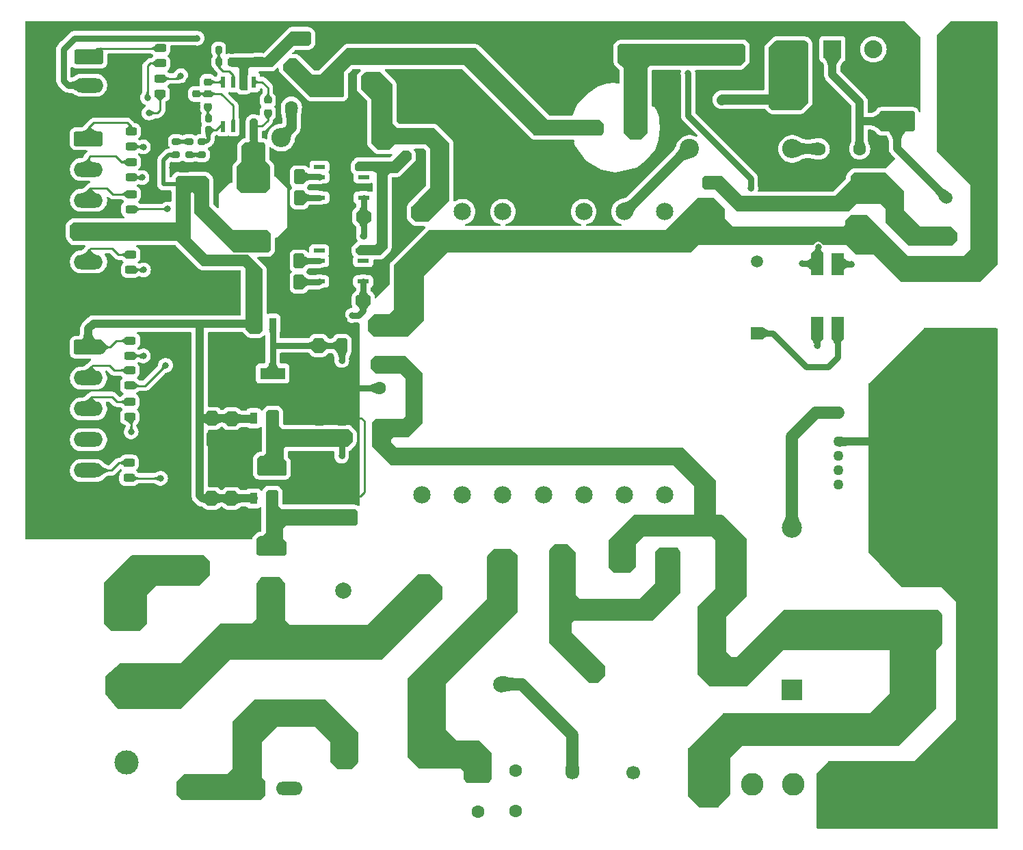
<source format=gbr>
%TF.GenerationSoftware,KiCad,Pcbnew,8.0.3*%
%TF.CreationDate,2024-10-06T17:07:34+07:00*%
%TF.ProjectId,Power_Supply,506f7765-725f-4537-9570-706c792e6b69,rev?*%
%TF.SameCoordinates,Original*%
%TF.FileFunction,Copper,L1,Top*%
%TF.FilePolarity,Positive*%
%FSLAX46Y46*%
G04 Gerber Fmt 4.6, Leading zero omitted, Abs format (unit mm)*
G04 Created by KiCad (PCBNEW 8.0.3) date 2024-10-06 17:07:34*
%MOMM*%
%LPD*%
G01*
G04 APERTURE LIST*
G04 Aperture macros list*
%AMRoundRect*
0 Rectangle with rounded corners*
0 $1 Rounding radius*
0 $2 $3 $4 $5 $6 $7 $8 $9 X,Y pos of 4 corners*
0 Add a 4 corners polygon primitive as box body*
4,1,4,$2,$3,$4,$5,$6,$7,$8,$9,$2,$3,0*
0 Add four circle primitives for the rounded corners*
1,1,$1+$1,$2,$3*
1,1,$1+$1,$4,$5*
1,1,$1+$1,$6,$7*
1,1,$1+$1,$8,$9*
0 Add four rect primitives between the rounded corners*
20,1,$1+$1,$2,$3,$4,$5,0*
20,1,$1+$1,$4,$5,$6,$7,0*
20,1,$1+$1,$6,$7,$8,$9,0*
20,1,$1+$1,$8,$9,$2,$3,0*%
G04 Aperture macros list end*
%TA.AperFunction,SMDPad,CuDef*%
%ADD10RoundRect,0.243750X-0.456250X0.243750X-0.456250X-0.243750X0.456250X-0.243750X0.456250X0.243750X0*%
%TD*%
%TA.AperFunction,SMDPad,CuDef*%
%ADD11RoundRect,0.200000X-0.275000X0.200000X-0.275000X-0.200000X0.275000X-0.200000X0.275000X0.200000X0*%
%TD*%
%TA.AperFunction,ComponentPad*%
%ADD12C,2.000000*%
%TD*%
%TA.AperFunction,ComponentPad*%
%ADD13R,2.150000X2.150000*%
%TD*%
%TA.AperFunction,ComponentPad*%
%ADD14C,2.150000*%
%TD*%
%TA.AperFunction,ComponentPad*%
%ADD15C,2.400000*%
%TD*%
%TA.AperFunction,ComponentPad*%
%ADD16O,2.400000X2.400000*%
%TD*%
%TA.AperFunction,SMDPad,CuDef*%
%ADD17RoundRect,0.250000X-1.950000X-1.000000X1.950000X-1.000000X1.950000X1.000000X-1.950000X1.000000X0*%
%TD*%
%TA.AperFunction,SMDPad,CuDef*%
%ADD18R,3.200000X2.000000*%
%TD*%
%TA.AperFunction,SMDPad,CuDef*%
%ADD19RoundRect,0.250000X1.500000X0.550000X-1.500000X0.550000X-1.500000X-0.550000X1.500000X-0.550000X0*%
%TD*%
%TA.AperFunction,ComponentPad*%
%ADD20C,1.600000*%
%TD*%
%TA.AperFunction,SMDPad,CuDef*%
%ADD21RoundRect,0.225000X-0.250000X0.225000X-0.250000X-0.225000X0.250000X-0.225000X0.250000X0.225000X0*%
%TD*%
%TA.AperFunction,ComponentPad*%
%ADD22R,2.400000X2.400000*%
%TD*%
%TA.AperFunction,ComponentPad*%
%ADD23R,1.500000X1.500000*%
%TD*%
%TA.AperFunction,ComponentPad*%
%ADD24C,1.500000*%
%TD*%
%TA.AperFunction,SMDPad,CuDef*%
%ADD25RoundRect,0.224400X0.435600X-0.680600X0.435600X0.680600X-0.435600X0.680600X-0.435600X-0.680600X0*%
%TD*%
%TA.AperFunction,ComponentPad*%
%ADD26R,2.235200X2.235200*%
%TD*%
%TA.AperFunction,ComponentPad*%
%ADD27C,2.235200*%
%TD*%
%TA.AperFunction,SMDPad,CuDef*%
%ADD28R,1.460500X0.533400*%
%TD*%
%TA.AperFunction,ComponentPad*%
%ADD29C,1.498600*%
%TD*%
%TA.AperFunction,ComponentPad*%
%ADD30R,1.498600X1.498600*%
%TD*%
%TA.AperFunction,SMDPad,CuDef*%
%ADD31RoundRect,0.200000X-0.200000X-0.275000X0.200000X-0.275000X0.200000X0.275000X-0.200000X0.275000X0*%
%TD*%
%TA.AperFunction,SMDPad,CuDef*%
%ADD32RoundRect,0.243750X0.456250X-0.243750X0.456250X0.243750X-0.456250X0.243750X-0.456250X-0.243750X0*%
%TD*%
%TA.AperFunction,SMDPad,CuDef*%
%ADD33RoundRect,0.224400X0.680600X0.435600X-0.680600X0.435600X-0.680600X-0.435600X0.680600X-0.435600X0*%
%TD*%
%TA.AperFunction,SMDPad,CuDef*%
%ADD34RoundRect,0.200000X0.275000X-0.200000X0.275000X0.200000X-0.275000X0.200000X-0.275000X-0.200000X0*%
%TD*%
%TA.AperFunction,ComponentPad*%
%ADD35R,2.500000X2.500000*%
%TD*%
%TA.AperFunction,ComponentPad*%
%ADD36C,2.500000*%
%TD*%
%TA.AperFunction,SMDPad,CuDef*%
%ADD37RoundRect,0.224400X-0.435600X0.680600X-0.435600X-0.680600X0.435600X-0.680600X0.435600X0.680600X0*%
%TD*%
%TA.AperFunction,SMDPad,CuDef*%
%ADD38RoundRect,0.250000X-0.475000X0.337500X-0.475000X-0.337500X0.475000X-0.337500X0.475000X0.337500X0*%
%TD*%
%TA.AperFunction,SMDPad,CuDef*%
%ADD39RoundRect,0.224400X-0.680600X-0.435600X0.680600X-0.435600X0.680600X0.435600X-0.680600X0.435600X0*%
%TD*%
%TA.AperFunction,SMDPad,CuDef*%
%ADD40R,1.500000X2.750000*%
%TD*%
%TA.AperFunction,SMDPad,CuDef*%
%ADD41R,0.533400X1.460500*%
%TD*%
%TA.AperFunction,SMDPad,CuDef*%
%ADD42RoundRect,0.250000X-0.550000X1.500000X-0.550000X-1.500000X0.550000X-1.500000X0.550000X1.500000X0*%
%TD*%
%TA.AperFunction,SMDPad,CuDef*%
%ADD43R,0.900001X1.450000*%
%TD*%
%TA.AperFunction,SMDPad,CuDef*%
%ADD44R,3.149999X1.450000*%
%TD*%
%TA.AperFunction,ComponentPad*%
%ADD45R,1.905000X2.000000*%
%TD*%
%TA.AperFunction,ComponentPad*%
%ADD46O,1.905000X2.000000*%
%TD*%
%TA.AperFunction,ComponentPad*%
%ADD47RoundRect,0.250000X-1.550000X0.650000X-1.550000X-0.650000X1.550000X-0.650000X1.550000X0.650000X0*%
%TD*%
%TA.AperFunction,ComponentPad*%
%ADD48O,3.600000X1.800000*%
%TD*%
%TA.AperFunction,ComponentPad*%
%ADD49O,3.300000X1.650000*%
%TD*%
%TA.AperFunction,ComponentPad*%
%ADD50R,2.800000X2.800000*%
%TD*%
%TA.AperFunction,ComponentPad*%
%ADD51C,2.800000*%
%TD*%
%TA.AperFunction,ComponentPad*%
%ADD52C,1.700000*%
%TD*%
%TA.AperFunction,SMDPad,CuDef*%
%ADD53RoundRect,0.200000X0.200000X0.275000X-0.200000X0.275000X-0.200000X-0.275000X0.200000X-0.275000X0*%
%TD*%
%TA.AperFunction,SMDPad,CuDef*%
%ADD54RoundRect,0.225000X0.250000X-0.225000X0.250000X0.225000X-0.250000X0.225000X-0.250000X-0.225000X0*%
%TD*%
%TA.AperFunction,SMDPad,CuDef*%
%ADD55RoundRect,0.250000X1.000000X0.650000X-1.000000X0.650000X-1.000000X-0.650000X1.000000X-0.650000X0*%
%TD*%
%TA.AperFunction,ComponentPad*%
%ADD56R,3.000000X3.000000*%
%TD*%
%TA.AperFunction,ComponentPad*%
%ADD57C,3.000000*%
%TD*%
%TA.AperFunction,ComponentPad*%
%ADD58C,1.270000*%
%TD*%
%TA.AperFunction,ComponentPad*%
%ADD59R,1.270000X1.270000*%
%TD*%
%TA.AperFunction,ViaPad*%
%ADD60C,0.800000*%
%TD*%
%TA.AperFunction,Conductor*%
%ADD61C,1.524000*%
%TD*%
%TA.AperFunction,Conductor*%
%ADD62C,1.270000*%
%TD*%
%TA.AperFunction,Conductor*%
%ADD63C,0.762000*%
%TD*%
%TA.AperFunction,Conductor*%
%ADD64C,1.016000*%
%TD*%
%TA.AperFunction,Conductor*%
%ADD65C,0.254000*%
%TD*%
%TA.AperFunction,Conductor*%
%ADD66C,0.508000*%
%TD*%
%TA.AperFunction,Conductor*%
%ADD67C,0.250000*%
%TD*%
G04 APERTURE END LIST*
D10*
%TO.P,9V,1,K*%
%TO.N,-9_1V*%
X60070200Y-86189500D03*
%TO.P,9V,2,A*%
%TO.N,Net-(D7-A)*%
X60070200Y-88064500D03*
%TD*%
D11*
%TO.P,R21,1*%
%TO.N,Net-(U11-VSENSE)*%
X69080000Y-46434000D03*
%TO.P,R21,2*%
%TO.N,Net-(R20-Pad1)*%
X69080000Y-48084000D03*
%TD*%
D12*
%TO.P,C6,1*%
%TO.N,Net-(D2-K)*%
X117507200Y-111878900D03*
%TO.P,C6,2*%
%TO.N,Net-(D1-+)*%
X132507000Y-111878900D03*
%TD*%
D13*
%TO.P,T1,1,IN+*%
%TO.N,Net-(D1-+)*%
X131365600Y-90123600D03*
D14*
%TO.P,T1,2*%
%TO.N,N/C*%
X126365600Y-90123600D03*
%TO.P,T1,3,IN-*%
%TO.N,Net-(CR1-A)*%
X121365600Y-90123600D03*
%TO.P,T1,4*%
%TO.N,N/C*%
X116365600Y-90123600D03*
%TO.P,T1,5,OUT2B*%
%TO.N,GND1*%
X111365600Y-90123600D03*
%TO.P,T1,6*%
%TO.N,N/C*%
X106365600Y-90123600D03*
%TO.P,T1,7,OUT2A*%
%TO.N,Net-(T1-OUT2A)*%
X101365600Y-90123600D03*
%TO.P,T1,8*%
%TO.N,N/C*%
X96365600Y-90123600D03*
%TO.P,T1,9,OUT1A*%
%TO.N,Net-(CR2-Pad2)*%
X96365600Y-55123600D03*
%TO.P,T1,10*%
%TO.N,N/C*%
X101365600Y-55123600D03*
%TO.P,T1,11*%
X106365600Y-55123600D03*
%TO.P,T1,12,OUT1B*%
%TO.N,GND2*%
X111365600Y-55123600D03*
%TO.P,T1,13*%
%TO.N,N/C*%
X116365600Y-55123600D03*
%TO.P,T1,14,OUT1A*%
%TO.N,Net-(CR3-Pad2)*%
X121365600Y-55123600D03*
%TO.P,T1,15*%
%TO.N,N/C*%
X126365600Y-55123600D03*
%TO.P,T1,16,OUT1B*%
%TO.N,GND3*%
X131365600Y-55123600D03*
%TD*%
D15*
%TO.P,R9,1*%
%TO.N,Net-(CR2-Pad2)*%
X91611500Y-45948300D03*
D16*
%TO.P,R9,2*%
%TO.N,Net-(C10-Pad1)*%
X78911500Y-45948300D03*
%TD*%
D17*
%TO.P,C27,1*%
%TO.N,Net-(C26-Pad2)*%
X155170200Y-43937000D03*
%TO.P,C27,2*%
%TO.N,GND3*%
X163570200Y-43937000D03*
%TD*%
D18*
%TO.P,L1,1,1*%
%TO.N,Net-(D4-K)*%
X75460200Y-51043200D03*
%TO.P,L1,2,2*%
%TO.N,+5_2V*%
X75460200Y-58843200D03*
%TD*%
D19*
%TO.P,C16,1*%
%TO.N,+12V*%
X122820200Y-35497000D03*
%TO.P,C16,2*%
%TO.N,GND2*%
X117220200Y-35497000D03*
%TD*%
D20*
%TO.P,C3,1*%
%TO.N,Net-(C3-Pad1)*%
X107970200Y-124277000D03*
%TO.P,C3,2*%
%TO.N,Earth*%
X107970200Y-129277000D03*
%TD*%
D21*
%TO.P,C49,1*%
%TO.N,GND2*%
X69820200Y-37512000D03*
%TO.P,C49,2*%
%TO.N,Net-(U11-SS)*%
X69820200Y-39062000D03*
%TD*%
D22*
%TO.P,C5,1*%
%TO.N,Net-(D1-+)*%
X157500200Y-106667000D03*
D15*
%TO.P,C5,2*%
%TO.N,GND1*%
X157500200Y-99167000D03*
%TD*%
D23*
%TO.P,D2,1,K*%
%TO.N,Net-(D2-K)*%
X119239200Y-104477000D03*
D24*
%TO.P,D2,2,A*%
%TO.N,Net-(D1-+)*%
X132701200Y-104477000D03*
%TD*%
D10*
%TO.P,-9V,1,K*%
%TO.N,-9_2V*%
X60320200Y-52939500D03*
%TO.P,-9V,2,A*%
%TO.N,Net-(D8-A)*%
X60320200Y-54814500D03*
%TD*%
D25*
%TO.P,C36,1*%
%TO.N,+3.3_1V*%
X86422700Y-71692000D03*
%TO.P,C36,2*%
%TO.N,GND2*%
X86422700Y-69092000D03*
%TD*%
D21*
%TO.P,C46,1*%
%TO.N,GND2*%
X74260200Y-35052000D03*
%TO.P,C46,2*%
%TO.N,+12V*%
X74260200Y-36602000D03*
%TD*%
D26*
%TO.P,CR2,1,1*%
%TO.N,Net-(C10-Pad2)*%
X85170200Y-39467000D03*
D27*
%TO.P,CR2,2,2*%
%TO.N,Net-(CR2-Pad2)*%
X90250200Y-39467000D03*
%TD*%
D28*
%TO.P,U7,1,TEST*%
%TO.N,unconnected-(U7-TEST-Pad1)*%
X83616050Y-59932000D03*
%TO.P,U7,2,CAP+*%
%TO.N,Net-(U7-CAP+)*%
X83616050Y-61202000D03*
%TO.P,U7,3,GND*%
%TO.N,GND2*%
X83616050Y-62472000D03*
%TO.P,U7,4,CAP-*%
%TO.N,Net-(U7-CAP-)*%
X83616050Y-63742000D03*
%TO.P,U7,5,VOUT*%
%TO.N,-9_2V*%
X89064350Y-63742000D03*
%TO.P,U7,6,LV*%
%TO.N,GND2*%
X89064350Y-62472000D03*
%TO.P,U7,7,OSC*%
%TO.N,unconnected-(U7-OSC-Pad7)*%
X89064350Y-61202000D03*
%TO.P,U7,8,V+*%
%TO.N,+9V*%
X89064350Y-59932000D03*
%TD*%
D29*
%TO.P,D3,1*%
%TO.N,Net-(T1-OUT2A)*%
X137830200Y-61237000D03*
D30*
%TO.P,D3,2*%
%TO.N,Net-(U3-C)*%
X137830200Y-70137160D03*
%TD*%
D31*
%TO.P,R16,1*%
%TO.N,Net-(U11-EN)*%
X71197200Y-36587200D03*
%TO.P,R16,2*%
%TO.N,+12V*%
X72847200Y-36587200D03*
%TD*%
D32*
%TO.P,12V,1,K*%
%TO.N,Net-(D5-K)*%
X60320200Y-47064500D03*
%TO.P,12V,2,A*%
%TO.N,+12V*%
X60320200Y-45189500D03*
%TD*%
D33*
%TO.P,C33,1*%
%TO.N,+5_2V*%
X75545200Y-63124500D03*
%TO.P,C33,2*%
%TO.N,GND2*%
X72945200Y-63124500D03*
%TD*%
D32*
%TO.P,3V3,1,K*%
%TO.N,Net-(D14-K)*%
X60170200Y-80527000D03*
%TO.P,3V3,2,A*%
%TO.N,+3.3_3V*%
X60170200Y-78652000D03*
%TD*%
D34*
%TO.P,R20,1*%
%TO.N,Net-(R20-Pad1)*%
X67520400Y-48100000D03*
%TO.P,R20,2*%
%TO.N,Net-(R19-Pad1)*%
X67520400Y-46450000D03*
%TD*%
D35*
%TO.P,CR1,1,K*%
%TO.N,Net-(CR1-K)*%
X142140200Y-114307000D03*
D36*
%TO.P,CR1,2,A*%
%TO.N,Net-(CR1-A)*%
X142140200Y-94247000D03*
%TD*%
D25*
%TO.P,C44,1*%
%TO.N,+3.3_3V*%
X86350612Y-92915009D03*
%TO.P,C44,2*%
%TO.N,GND2*%
X86350612Y-90315009D03*
%TD*%
D32*
%TO.P,3V3,1,K*%
%TO.N,Net-(D10-K)*%
X60270200Y-62314500D03*
%TO.P,3V3,2,A*%
%TO.N,+3.3_1V*%
X60270200Y-60439500D03*
%TD*%
%TO.P,3V3,1,K*%
%TO.N,Net-(D13-K)*%
X60170200Y-76614500D03*
%TO.P,3V3,2,A*%
%TO.N,+3.3_2V*%
X60170200Y-74739500D03*
%TD*%
%TO.P,5V,1,K*%
%TO.N,Net-(D12-K)*%
X60220200Y-72964500D03*
%TO.P,5V,2,A*%
%TO.N,+5_2V*%
X60220200Y-71089500D03*
%TD*%
D15*
%TO.P,R6,1*%
%TO.N,Net-(D1-+)*%
X134480200Y-98077000D03*
D16*
%TO.P,R6,2*%
%TO.N,Net-(D2-K)*%
X126860200Y-98077000D03*
%TD*%
D20*
%TO.P,C7,1*%
%TO.N,Net-(D1-+)*%
X91050200Y-81957000D03*
%TO.P,C7,2*%
%TO.N,GND2*%
X91050200Y-76957000D03*
%TD*%
D31*
%TO.P,R18,1*%
%TO.N,GND2*%
X68237200Y-43567200D03*
%TO.P,R18,2*%
%TO.N,Net-(C47-Pad1)*%
X69887200Y-43567200D03*
%TD*%
D37*
%TO.P,C38,1*%
%TO.N,+5_2V*%
X70347700Y-80692000D03*
%TO.P,C38,2*%
%TO.N,GND2*%
X70347700Y-83292000D03*
%TD*%
%TO.P,C42,1*%
%TO.N,+5_2V*%
X70297700Y-90592000D03*
%TO.P,C42,2*%
%TO.N,GND2*%
X70297700Y-93192000D03*
%TD*%
D25*
%TO.P,C40,1*%
%TO.N,+3.3_2V*%
X86392700Y-83242000D03*
%TO.P,C40,2*%
%TO.N,GND2*%
X86392700Y-80642000D03*
%TD*%
D20*
%TO.P,C26,1*%
%TO.N,Net-(C26-Pad1)*%
X145530200Y-47357000D03*
%TO.P,C26,2*%
%TO.N,Net-(C26-Pad2)*%
X150530200Y-47357000D03*
%TD*%
D38*
%TO.P,C45,1*%
%TO.N,GND2*%
X76061000Y-34510100D03*
%TO.P,C45,2*%
%TO.N,+12V*%
X76061000Y-36585100D03*
%TD*%
D25*
%TO.P,C39,1*%
%TO.N,+3.3_2V*%
X83622700Y-83232000D03*
%TO.P,C39,2*%
%TO.N,GND2*%
X83622700Y-80632000D03*
%TD*%
D39*
%TO.P,C24,1*%
%TO.N,GND2*%
X86465200Y-66129500D03*
%TO.P,C24,2*%
%TO.N,-9_2V*%
X89065200Y-66129500D03*
%TD*%
D40*
%TO.P,U3,1,A*%
%TO.N,Net-(U3-A)*%
X147800200Y-61577000D03*
%TO.P,U3,2,K*%
%TO.N,Net-(U3-K)*%
X145260200Y-61577000D03*
%TO.P,U3,3,E*%
%TO.N,Net-(U1-C)*%
X145260200Y-69447000D03*
%TO.P,U3,4,C*%
%TO.N,Net-(U3-C)*%
X147800200Y-69447000D03*
%TD*%
D38*
%TO.P,C52,1*%
%TO.N,GND2*%
X66900200Y-49640100D03*
%TO.P,C52,2*%
%TO.N,+5_2V*%
X66900200Y-51715100D03*
%TD*%
%TO.P,C51,1*%
%TO.N,GND2*%
X68890200Y-49630100D03*
%TO.P,C51,2*%
%TO.N,+5_2V*%
X68890200Y-51705100D03*
%TD*%
D32*
%TO.P,9V,1,K*%
%TO.N,Net-(D6-K)*%
X60320200Y-50864500D03*
%TO.P,9V,2,A*%
%TO.N,+9V*%
X60320200Y-48989500D03*
%TD*%
D41*
%TO.P,U11,1,BOOT*%
%TO.N,Net-(U11-BOOT)*%
X75520200Y-39117000D03*
%TO.P,U11,2,VIN*%
%TO.N,+12V*%
X74250200Y-39117000D03*
%TO.P,U11,3,EN*%
%TO.N,Net-(U11-EN)*%
X72980200Y-39117000D03*
%TO.P,U11,4,SS*%
%TO.N,Net-(U11-SS)*%
X71710200Y-39117000D03*
%TO.P,U11,5,VSENSE*%
%TO.N,Net-(U11-VSENSE)*%
X71710200Y-44565300D03*
%TO.P,U11,6,COMP*%
%TO.N,Net-(U11-COMP)*%
X72980200Y-44565300D03*
%TO.P,U11,7,GND*%
%TO.N,GND2*%
X74250200Y-44565300D03*
%TO.P,U11,8,PH*%
%TO.N,Net-(D4-K)*%
X75520200Y-44565300D03*
%TD*%
D39*
%TO.P,C23,1*%
%TO.N,GND2*%
X86499350Y-55754500D03*
%TO.P,C23,2*%
%TO.N,-9_1V*%
X89099350Y-55754500D03*
%TD*%
D32*
%TO.P,7V,1,K*%
%TO.N,Net-(D11-K)*%
X63920200Y-40527000D03*
%TO.P,7V,2,A*%
%TO.N,+7V*%
X63920200Y-38652000D03*
%TD*%
D42*
%TO.P,C28,1*%
%TO.N,+7V*%
X150750200Y-52127000D03*
%TO.P,C28,2*%
%TO.N,GND3*%
X150750200Y-57727000D03*
%TD*%
D43*
%TO.P,U9,1,GND*%
%TO.N,GND2*%
X80152700Y-68982000D03*
%TO.P,U9,2,OUT*%
%TO.N,+3.3_1V*%
X77852700Y-68982000D03*
%TO.P,U9,3,INPUT*%
%TO.N,+5_2V*%
X75552700Y-68982000D03*
D44*
%TO.P,U9,4,OUT*%
%TO.N,+3.3_1V*%
X77852700Y-75132000D03*
%TD*%
D45*
%TO.P,U5,1,IN*%
%TO.N,+12V*%
X135260200Y-35552000D03*
D46*
%TO.P,U5,2,GND*%
%TO.N,GND2*%
X137800200Y-35552000D03*
%TO.P,U5,3,OUT*%
%TO.N,+9V*%
X140340200Y-35552000D03*
%TD*%
D43*
%TO.P,U10,1,GND*%
%TO.N,GND2*%
X80090612Y-90585009D03*
%TO.P,U10,2,OUT*%
%TO.N,+3.3_3V*%
X77790612Y-90585009D03*
%TO.P,U10,3,INPUT*%
%TO.N,+5_2V*%
X75490612Y-90585009D03*
D44*
%TO.P,U10,4,OUT*%
%TO.N,+3.3_3V*%
X77790612Y-96735009D03*
%TD*%
D20*
%TO.P,C2,1*%
%TO.N,Net-(C2-Pad1)*%
X103320200Y-124377000D03*
%TO.P,C2,2*%
%TO.N,Earth*%
X103320200Y-129377000D03*
%TD*%
D47*
%TO.P,J2,1,Pin_1*%
%TO.N,+12V*%
X55060200Y-46097000D03*
D48*
%TO.P,J2,2,Pin_2*%
%TO.N,+9V*%
X55060200Y-49907000D03*
%TO.P,J2,3,Pin_3*%
%TO.N,-9_2V*%
X55060200Y-53717000D03*
%TO.P,J2,4,Pin_4*%
%TO.N,+5_2V*%
X55060200Y-57527000D03*
%TO.P,J2,5,Pin_5*%
%TO.N,+3.3_1V*%
X55060200Y-61337000D03*
%TO.P,J2,6,Pin_6*%
%TO.N,GND2*%
X55060200Y-65147000D03*
%TD*%
D33*
%TO.P,C34,1*%
%TO.N,+5_2V*%
X75515200Y-65874500D03*
%TO.P,C34,2*%
%TO.N,GND2*%
X72915200Y-65874500D03*
%TD*%
D49*
%TO.P,RV1,1*%
%TO.N,Net-(C1-Pad1)*%
X79920200Y-126427000D03*
%TO.P,RV1,2*%
%TO.N,Net-(C1-Pad2)*%
X74920200Y-126427000D03*
%TD*%
D20*
%TO.P,C10,1*%
%TO.N,Net-(C10-Pad1)*%
X80170200Y-42197000D03*
%TO.P,C10,2*%
%TO.N,Net-(C10-Pad2)*%
X80170200Y-37197000D03*
%TD*%
D50*
%TO.P,D1,1,+*%
%TO.N,Net-(D1-+)*%
X132172700Y-125979500D03*
D51*
%TO.P,D1,2*%
%TO.N,Net-(C2-Pad1)*%
X137252700Y-125979500D03*
%TO.P,D1,3*%
%TO.N,Net-(D1-Pad3)*%
X142332700Y-125979500D03*
%TO.P,D1,4,-*%
%TO.N,GND1*%
X147412700Y-125979500D03*
%TD*%
D15*
%TO.P,R7,1*%
%TO.N,Net-(D1-+)*%
X121230200Y-98077000D03*
D16*
%TO.P,R7,2*%
%TO.N,Net-(D2-K)*%
X113610200Y-98077000D03*
%TD*%
D15*
%TO.P,R15,1*%
%TO.N,Net-(CR3-Pad2)*%
X129478900Y-47345700D03*
D16*
%TO.P,R15,2*%
%TO.N,Net-(C26-Pad1)*%
X142178900Y-47345700D03*
%TD*%
D52*
%TO.P,TH1,1*%
%TO.N,Net-(C3-Pad1)*%
X114970200Y-124527000D03*
%TO.P,TH1,2*%
%TO.N,Net-(D1-Pad3)*%
X122470200Y-124527000D03*
%TD*%
D43*
%TO.P,U2,1,GND*%
%TO.N,GND2*%
X80110612Y-80665009D03*
%TO.P,U2,2,OUT*%
%TO.N,+3.3_2V*%
X77810612Y-80665009D03*
%TO.P,U2,3,INPUT*%
%TO.N,+5_2V*%
X75510612Y-80665009D03*
D44*
%TO.P,U2,4,OUT*%
%TO.N,+3.3_2V*%
X77810612Y-86815009D03*
%TD*%
D24*
%TO.P,L3,1,1*%
%TO.N,Net-(C26-Pad2)*%
X161250200Y-53387000D03*
%TO.P,L3,2,2*%
%TO.N,+7V*%
X161250200Y-58387000D03*
%TD*%
D53*
%TO.P,R17,1*%
%TO.N,GND2*%
X72803200Y-35076800D03*
%TO.P,R17,2*%
%TO.N,Net-(U11-EN)*%
X71153200Y-35076800D03*
%TD*%
D25*
%TO.P,C35,1*%
%TO.N,+3.3_1V*%
X83552700Y-71682000D03*
%TO.P,C35,2*%
%TO.N,GND2*%
X83552700Y-69082000D03*
%TD*%
D21*
%TO.P,C50,1*%
%TO.N,Net-(U11-BOOT)*%
X77260200Y-41332000D03*
%TO.P,C50,2*%
%TO.N,Net-(D4-K)*%
X77260200Y-42882000D03*
%TD*%
D54*
%TO.P,C47,1*%
%TO.N,Net-(C47-Pad1)*%
X69840200Y-42102000D03*
%TO.P,C47,2*%
%TO.N,Net-(U11-COMP)*%
X69840200Y-40552000D03*
%TD*%
D12*
%TO.P,C4,1*%
%TO.N,Net-(C2-Pad1)*%
X106168300Y-98564000D03*
%TO.P,C4,2*%
%TO.N,Net-(C3-Pad1)*%
X106168300Y-113563800D03*
%TD*%
%TO.P,C12,1*%
%TO.N,Net-(C10-Pad2)*%
X103710200Y-37347000D03*
%TO.P,C12,2*%
%TO.N,GND2*%
X103710200Y-44847000D03*
%TD*%
D55*
%TO.P,D4,1,A*%
%TO.N,GND2*%
X71517700Y-47667000D03*
%TO.P,D4,2,K*%
%TO.N,Net-(D4-K)*%
X75517700Y-47667000D03*
%TD*%
D25*
%TO.P,C43,1*%
%TO.N,+3.3_3V*%
X83680612Y-92965009D03*
%TO.P,C43,2*%
%TO.N,GND2*%
X83680612Y-90365009D03*
%TD*%
D26*
%TO.P,CR3,1,1*%
%TO.N,Net-(C26-Pad2)*%
X147160200Y-35023100D03*
D27*
%TO.P,CR3,2,2*%
%TO.N,Net-(CR3-Pad2)*%
X152240200Y-35023100D03*
%TD*%
D12*
%TO.P,F1,1*%
%TO.N,Net-(F1-Pad1)*%
X68194800Y-99515800D03*
%TO.P,F1,2*%
%TO.N,Net-(C1-Pad2)*%
X68220200Y-126414400D03*
%TD*%
D37*
%TO.P,C37,1*%
%TO.N,+5_2V*%
X72770200Y-80717000D03*
%TO.P,C37,2*%
%TO.N,GND2*%
X72770200Y-83317000D03*
%TD*%
D11*
%TO.P,R19,1*%
%TO.N,Net-(R19-Pad1)*%
X65890000Y-46444000D03*
%TO.P,R19,2*%
%TO.N,+5_2V*%
X65890000Y-48094000D03*
%TD*%
D28*
%TO.P,U6,1,TEST*%
%TO.N,unconnected-(U6-TEST-Pad1)*%
X83650200Y-49567000D03*
%TO.P,U6,2,CAP+*%
%TO.N,Net-(U6-CAP+)*%
X83650200Y-50837000D03*
%TO.P,U6,3,GND*%
%TO.N,GND2*%
X83650200Y-52107000D03*
%TO.P,U6,4,CAP-*%
%TO.N,Net-(U6-CAP-)*%
X83650200Y-53377000D03*
%TO.P,U6,5,VOUT*%
%TO.N,-9_1V*%
X89098500Y-53377000D03*
%TO.P,U6,6,LV*%
%TO.N,GND2*%
X89098500Y-52107000D03*
%TO.P,U6,7,OSC*%
%TO.N,unconnected-(U6-OSC-Pad7)*%
X89098500Y-50837000D03*
%TO.P,U6,8,V+*%
%TO.N,+9V*%
X89098500Y-49567000D03*
%TD*%
D31*
%TO.P,R28,1*%
%TO.N,GND2*%
X68247200Y-45057200D03*
%TO.P,R28,2*%
%TO.N,Net-(U11-VSENSE)*%
X69897200Y-45057200D03*
%TD*%
D47*
%TO.P,J3,1,Pin_1*%
%TO.N,+5_2V*%
X55050200Y-71897000D03*
D48*
%TO.P,J3,2,Pin_2*%
%TO.N,+3.3_2V*%
X55050200Y-75707000D03*
%TO.P,J3,3,Pin_3*%
%TO.N,+3.3_3V*%
X55050200Y-79517000D03*
%TO.P,J3,4,Pin_4*%
%TO.N,+9V*%
X55050200Y-83327000D03*
%TO.P,J3,5,Pin_5*%
%TO.N,-9_1V*%
X55050200Y-87137000D03*
%TO.P,J3,6,Pin_6*%
%TO.N,GND2*%
X55050200Y-90947000D03*
%TD*%
D37*
%TO.P,C41,1*%
%TO.N,+5_2V*%
X72752700Y-90602000D03*
%TO.P,C41,2*%
%TO.N,GND2*%
X72752700Y-93202000D03*
%TD*%
D56*
%TO.P,J1,1,1*%
%TO.N,Net-(F1-Pad1)*%
X59732800Y-104287002D03*
D57*
%TO.P,J1,2,2*%
%TO.N,Net-(C1-Pad1)*%
X59732800Y-113787000D03*
%TO.P,J1,3,3*%
%TO.N,Earth*%
X59732800Y-123286999D03*
%TD*%
D58*
%TO.P,U1,1,V*%
%TO.N,Net-(U1-V)*%
X147857200Y-88910000D03*
%TO.P,U1,2,X*%
%TO.N,Net-(U1-X)*%
X147857200Y-87132000D03*
%TO.P,U1,3,C*%
%TO.N,Net-(U1-C)*%
X147857200Y-85354000D03*
%TO.P,U1,4,F*%
%TO.N,GND1*%
X147857200Y-83576000D03*
%TO.P,U1,6,D*%
%TO.N,Net-(CR1-A)*%
X147857200Y-80020000D03*
%TO.P,U1,7,S*%
%TO.N,GND1*%
X158017200Y-80020000D03*
%TO.P,U1,8,S*%
X158017200Y-81798000D03*
%TO.P,U1,9,S*%
X158017200Y-83576000D03*
%TO.P,U1,10,S*%
X158017200Y-85354000D03*
%TO.P,U1,11,S*%
X158017200Y-87132000D03*
D59*
%TO.P,U1,12,S*%
X158017200Y-88910000D03*
%TD*%
D32*
%TO.P,5V,1,K*%
%TO.N,Net-(D9-K)*%
X63970200Y-36764500D03*
%TO.P,5V,2,A*%
%TO.N,+5_1V*%
X63970200Y-34889500D03*
%TD*%
D37*
%TO.P,C21,1*%
%TO.N,Net-(U6-CAP+)*%
X81191850Y-50807000D03*
%TO.P,C21,2*%
%TO.N,Net-(U6-CAP-)*%
X81191850Y-53407000D03*
%TD*%
D54*
%TO.P,C48,1*%
%TO.N,GND2*%
X68360200Y-42102000D03*
%TO.P,C48,2*%
%TO.N,Net-(U11-COMP)*%
X68360200Y-40552000D03*
%TD*%
D12*
%TO.P,FL1,1,1*%
%TO.N,Net-(C1-Pad1)*%
X96825600Y-102011600D03*
%TO.P,FL1,2,2*%
%TO.N,Net-(C2-Pad1)*%
X96825600Y-122311600D03*
%TO.P,FL1,3,3*%
%TO.N,Net-(C3-Pad1)*%
X86625600Y-102011600D03*
%TO.P,FL1,4,4*%
%TO.N,Net-(C1-Pad2)*%
X86625600Y-122311600D03*
%TD*%
D24*
%TO.P,L2,1,1*%
%TO.N,Net-(C10-Pad2)*%
X117800200Y-44767000D03*
%TO.P,L2,2,2*%
%TO.N,+12V*%
X122800200Y-44767000D03*
%TD*%
D47*
%TO.P,J4,1,Pin_1*%
%TO.N,+5_1V*%
X55072700Y-35982000D03*
D48*
%TO.P,J4,2,Pin_2*%
%TO.N,GND3*%
X55072700Y-39482000D03*
%TD*%
D12*
%TO.P,C1,1*%
%TO.N,Net-(C1-Pad1)*%
X77618300Y-102064000D03*
%TO.P,C1,2*%
%TO.N,Net-(C1-Pad2)*%
X77618300Y-117063800D03*
%TD*%
D20*
%TO.P,C25,1*%
%TO.N,Net-(D1-+)*%
X91090200Y-74077000D03*
%TO.P,C25,2*%
%TO.N,GND3*%
X91090200Y-69077000D03*
%TD*%
D37*
%TO.P,C22,1*%
%TO.N,Net-(U7-CAP+)*%
X81127700Y-61222000D03*
%TO.P,C22,2*%
%TO.N,Net-(U7-CAP-)*%
X81127700Y-63822000D03*
%TD*%
D60*
%TO.N,Net-(D1-+)*%
X159770200Y-106927000D03*
X155090200Y-105957000D03*
X155090200Y-106967000D03*
X155090200Y-104987000D03*
X159770200Y-104947000D03*
X159780200Y-108877000D03*
X159770200Y-107977000D03*
X155090200Y-108877000D03*
X159770200Y-105917000D03*
X155090200Y-108017000D03*
%TO.N,Net-(U1-C)*%
X145260200Y-71667000D03*
%TO.N,GND2*%
X139420600Y-52147000D03*
X86440200Y-48887000D03*
X117220200Y-32237000D03*
X135230200Y-38667000D03*
X67000200Y-45067000D03*
X71560200Y-83292000D03*
X111485200Y-37072000D03*
X77800200Y-33857000D03*
X71500200Y-93192000D03*
X65420200Y-49637000D03*
X80100200Y-88767000D03*
%TO.N,Net-(U3-K)*%
X143440200Y-61567000D03*
X145410200Y-59517000D03*
%TO.N,Net-(D5-K)*%
X61850200Y-47097000D03*
%TO.N,Net-(D6-K)*%
X61680200Y-50890000D03*
%TO.N,-9_1V*%
X89090200Y-58177000D03*
%TO.N,-9_2V*%
X87660200Y-67957000D03*
%TO.N,Net-(D9-K)*%
X62350200Y-41027000D03*
%TO.N,Net-(D10-K)*%
X61870200Y-62317000D03*
%TO.N,+12V*%
X126590200Y-35557000D03*
X129290200Y-38027000D03*
X79124200Y-34767000D03*
X80140200Y-33751000D03*
X137059800Y-52237000D03*
X81610200Y-33287000D03*
%TO.N,Net-(D11-K)*%
X62550200Y-42917000D03*
%TO.N,Net-(D7-A)*%
X63970200Y-88097000D03*
%TO.N,Net-(D8-A)*%
X64880200Y-54787000D03*
%TO.N,Net-(U3-A)*%
X149510200Y-61577000D03*
%TO.N,+7V*%
X132660200Y-51537000D03*
X66470200Y-38297000D03*
%TO.N,+9V*%
X143320200Y-35527000D03*
X143260200Y-38977000D03*
X143320200Y-34537000D03*
X142150200Y-38977000D03*
X142160200Y-39997000D03*
X94370200Y-48257000D03*
X133430200Y-41267000D03*
X91380200Y-57027000D03*
X143290200Y-37847000D03*
X142170200Y-34527000D03*
X142170200Y-35517000D03*
X142130200Y-41127000D03*
X143260200Y-40037000D03*
X143290200Y-36657000D03*
X143230200Y-41167000D03*
X142140200Y-36647000D03*
X142180200Y-37847000D03*
%TO.N,+3.3_1V*%
X86420200Y-73527000D03*
%TO.N,+3.3_2V*%
X86390200Y-85347000D03*
%TO.N,+3.3_3V*%
X87980200Y-92917000D03*
%TO.N,GND3*%
X68490200Y-33657000D03*
%TO.N,Net-(D12-K)*%
X61850200Y-72967000D03*
%TO.N,Net-(D13-K)*%
X64600200Y-74127000D03*
%TO.N,Net-(D14-K)*%
X60330200Y-82367000D03*
%TD*%
D61*
%TO.N,Net-(C1-Pad1)*%
X66510200Y-113787000D02*
X72220200Y-108077000D01*
X59732800Y-113787000D02*
X66510200Y-113787000D01*
X77720200Y-108077000D02*
X85420200Y-108077000D01*
X77618300Y-107975100D02*
X77720200Y-108077000D01*
X90760200Y-108077000D02*
X96825600Y-102011600D01*
X85420200Y-108077000D02*
X90760200Y-108077000D01*
X77618300Y-102064000D02*
X77618300Y-107975100D01*
X72220200Y-108077000D02*
X85420200Y-108077000D01*
X77618300Y-102078900D02*
X77618300Y-102064000D01*
%TO.N,Net-(C1-Pad2)*%
X83907000Y-117063800D02*
X86625600Y-119782400D01*
X74907600Y-126414400D02*
X74920200Y-126427000D01*
X74920200Y-119761900D02*
X74920200Y-126427000D01*
X77618300Y-117063800D02*
X74920200Y-119761900D01*
X77618300Y-117063800D02*
X83907000Y-117063800D01*
X68220200Y-126414400D02*
X74907600Y-126414400D01*
X86625600Y-119782400D02*
X86625600Y-122311600D01*
D62*
%TO.N,GND1*%
X163670200Y-99167000D02*
X165760200Y-101257000D01*
D63*
X158017200Y-85354000D02*
X158017200Y-87132000D01*
X158017200Y-83576000D02*
X158017200Y-85354000D01*
D62*
X158037200Y-88930000D02*
X158017200Y-88910000D01*
X157500200Y-97057000D02*
X157990200Y-96567000D01*
D63*
X158017200Y-81798000D02*
X158017200Y-83576000D01*
X158027200Y-88920000D02*
X158017200Y-88910000D01*
D62*
X157990200Y-96567000D02*
X157990200Y-88937000D01*
D63*
X158017200Y-80020000D02*
X158017200Y-81798000D01*
D62*
X157500200Y-99167000D02*
X157500200Y-97057000D01*
X157037700Y-125979500D02*
X147412700Y-125979500D01*
X165760200Y-101257000D02*
X165760200Y-117257000D01*
X165760200Y-117257000D02*
X157037700Y-125979500D01*
X157500200Y-99167000D02*
X163670200Y-99167000D01*
X157990200Y-88937000D02*
X158017200Y-88910000D01*
D63*
X158017200Y-87132000D02*
X158017200Y-88910000D01*
D64*
X147857200Y-83576000D02*
X158017200Y-83576000D01*
D61*
%TO.N,Net-(D1-+)*%
X134480200Y-102698000D02*
X132701200Y-104477000D01*
X132172700Y-125979500D02*
X132172700Y-122704500D01*
X131365600Y-94181600D02*
X133424800Y-94181600D01*
X134480200Y-98077000D02*
X134480200Y-102698000D01*
X95360200Y-81067000D02*
X95360200Y-75397000D01*
X132507000Y-111878900D02*
X132507000Y-104671200D01*
X136468300Y-111878900D02*
X132507000Y-111878900D01*
X128050200Y-85397000D02*
X131365600Y-88712400D01*
X131365600Y-94181600D02*
X131365600Y-90123600D01*
X91050200Y-81957000D02*
X94470200Y-81957000D01*
X91050200Y-81957000D02*
X91050200Y-83657000D01*
X92790200Y-85397000D02*
X128050200Y-85397000D01*
X132507000Y-104671200D02*
X132701200Y-104477000D01*
X153100200Y-119687000D02*
X157500200Y-115287000D01*
X123024800Y-94181600D02*
X131365600Y-94181600D01*
X141680200Y-106667000D02*
X136468300Y-111878900D01*
X94040200Y-74077000D02*
X91090200Y-74077000D01*
X157500200Y-115287000D02*
X157500200Y-106667000D01*
X95360200Y-75397000D02*
X94040200Y-74077000D01*
X134480200Y-95237000D02*
X134480200Y-98077000D01*
X123020200Y-94177000D02*
X123024800Y-94181600D01*
X132177000Y-125975200D02*
X132172700Y-125979500D01*
X91050200Y-83657000D02*
X92790200Y-85397000D01*
X133424800Y-94181600D02*
X134480200Y-95237000D01*
X121230200Y-98077000D02*
X121230200Y-95967000D01*
X132172700Y-122704500D02*
X135190200Y-119687000D01*
X131365600Y-88712400D02*
X131365600Y-90123600D01*
X157500200Y-106667000D02*
X141680200Y-106667000D01*
X121230200Y-95967000D02*
X123020200Y-94177000D01*
X94470200Y-81957000D02*
X95360200Y-81067000D01*
X135190200Y-119687000D02*
X153100200Y-119687000D01*
%TO.N,Net-(C3-Pad1)*%
X108707000Y-113563800D02*
X114970200Y-119827000D01*
X106168300Y-113563800D02*
X108707000Y-113563800D01*
X114970200Y-119827000D02*
X114970200Y-124527000D01*
D63*
%TO.N,Net-(U1-C)*%
X145260200Y-71667000D02*
X145260200Y-69447000D01*
D65*
%TO.N,GND2*%
X72803200Y-34220000D02*
X72490200Y-33907000D01*
D63*
X86499350Y-62422850D02*
X86499350Y-55754500D01*
D62*
X113060200Y-35497000D02*
X117220200Y-35497000D01*
D65*
X74260200Y-35052000D02*
X75519100Y-35052000D01*
X74255200Y-45412000D02*
X74255200Y-44511675D01*
X70560200Y-33907000D02*
X69820200Y-34647000D01*
D63*
X80310612Y-90365009D02*
X80090612Y-90585009D01*
X131500200Y-40167000D02*
X133000200Y-38667000D01*
X86420200Y-52107000D02*
X89098500Y-52107000D01*
X83680612Y-90365009D02*
X80310612Y-90365009D01*
X86422700Y-69092000D02*
X86422700Y-66172000D01*
X56800200Y-95187000D02*
X55050200Y-93437000D01*
D65*
X73310200Y-46357000D02*
X74255200Y-45412000D01*
X73200200Y-47607000D02*
X73310200Y-47497000D01*
X89210200Y-89767000D02*
X88680200Y-90297000D01*
D63*
X86450200Y-62472000D02*
X83616050Y-62472000D01*
D65*
X69820200Y-34647000D02*
X69820200Y-37512000D01*
X86440200Y-48887000D02*
X86440200Y-52087000D01*
D63*
X86499350Y-55754500D02*
X86499350Y-52186150D01*
X72915200Y-65874500D02*
X59477700Y-65874500D01*
X83589691Y-80665009D02*
X83622700Y-80632000D01*
D65*
X75519100Y-35052000D02*
X76061000Y-34510100D01*
D63*
X71500200Y-93192000D02*
X72742700Y-93192000D01*
X58730200Y-65147000D02*
X55060200Y-65147000D01*
D65*
X69820200Y-37512000D02*
X68465200Y-37512000D01*
D63*
X71550200Y-49147000D02*
X71537700Y-49134500D01*
X86499350Y-52186150D02*
X86420200Y-52107000D01*
D65*
X71537700Y-47607000D02*
X73200200Y-47607000D01*
D63*
X86412700Y-69082000D02*
X86422700Y-69092000D01*
X86392700Y-77684500D02*
X87120200Y-76957000D01*
X86450200Y-62472000D02*
X86499350Y-62422850D01*
X69740200Y-95187000D02*
X56800200Y-95187000D01*
D66*
X68237200Y-43567200D02*
X68237200Y-42225000D01*
D65*
X72803200Y-35076800D02*
X72803200Y-34220000D01*
D63*
X72745200Y-83292000D02*
X72770200Y-83317000D01*
X83552700Y-69082000D02*
X86412700Y-69082000D01*
D65*
X87710200Y-90297000D02*
X87692191Y-90315009D01*
D63*
X70297700Y-94629500D02*
X69740200Y-95187000D01*
X86420200Y-52107000D02*
X83650200Y-52107000D01*
D67*
X65423300Y-49640100D02*
X65420200Y-49637000D01*
D66*
X68247200Y-45057200D02*
X68247200Y-43577200D01*
D63*
X72945200Y-63124500D02*
X72945200Y-65844500D01*
X86350612Y-90315009D02*
X83730612Y-90315009D01*
D65*
X80100200Y-90575421D02*
X80090612Y-90585009D01*
D63*
X70297700Y-93192000D02*
X71500200Y-93192000D01*
X133000200Y-38667000D02*
X135230200Y-38667000D01*
D66*
X68237200Y-42225000D02*
X68360200Y-42102000D01*
D63*
X70347700Y-83292000D02*
X71560200Y-83292000D01*
D65*
X67425200Y-42102000D02*
X68360200Y-42102000D01*
D63*
X58740200Y-65137000D02*
X58730200Y-65147000D01*
D65*
X73310200Y-47497000D02*
X73310200Y-46357000D01*
X77147100Y-34510100D02*
X77800200Y-33857000D01*
D63*
X70297700Y-93192000D02*
X70297700Y-94629500D01*
X55050200Y-93437000D02*
X55050200Y-90947000D01*
X83730612Y-90315009D02*
X83680612Y-90365009D01*
X71537700Y-49134500D02*
X71537700Y-47607000D01*
X71121700Y-49575500D02*
X71550200Y-49147000D01*
X139420600Y-51547400D02*
X131500200Y-43627000D01*
X86465200Y-66129500D02*
X86465200Y-62487000D01*
D65*
X76061000Y-34510100D02*
X77147100Y-34510100D01*
D63*
X86422700Y-66172000D02*
X86465200Y-66129500D01*
X86382700Y-80632000D02*
X86392700Y-80642000D01*
D62*
X111365600Y-55123600D02*
X111365600Y-52502400D01*
D66*
X117220200Y-32237000D02*
X117220200Y-35497000D01*
D65*
X66812500Y-49517000D02*
X66871000Y-49575500D01*
D67*
X67000200Y-45067000D02*
X68237400Y-45067000D01*
X66900200Y-49640100D02*
X65423300Y-49640100D01*
D63*
X86465200Y-62487000D02*
X86450200Y-62472000D01*
D65*
X87692191Y-90315009D02*
X86350612Y-90315009D01*
D63*
X131500200Y-43627000D02*
X131500200Y-40167000D01*
D65*
X74235400Y-35076800D02*
X74260200Y-35052000D01*
D63*
X59477700Y-65874500D02*
X58740200Y-65137000D01*
D65*
X72803200Y-35076800D02*
X74235400Y-35076800D01*
D63*
X83622700Y-80632000D02*
X86382700Y-80632000D01*
D65*
X88680200Y-90297000D02*
X87710200Y-90297000D01*
D67*
X68237400Y-45067000D02*
X68247200Y-45057200D01*
D63*
X83452700Y-68982000D02*
X83552700Y-69082000D01*
X71560200Y-83292000D02*
X72745200Y-83292000D01*
D65*
X68465200Y-37512000D02*
X67120200Y-38857000D01*
D63*
X87120200Y-76957000D02*
X91050200Y-76957000D01*
D66*
X68247200Y-43577200D02*
X68237200Y-43567200D01*
D63*
X72945200Y-65844500D02*
X72915200Y-65874500D01*
X80110612Y-80665009D02*
X83589691Y-80665009D01*
D65*
X67120200Y-38857000D02*
X67120200Y-41797000D01*
D63*
X68881000Y-49575500D02*
X71121700Y-49575500D01*
D65*
X67120200Y-41797000D02*
X67425200Y-42102000D01*
D63*
X80152700Y-68982000D02*
X83452700Y-68982000D01*
D65*
X80100200Y-88767000D02*
X80100200Y-90575421D01*
D62*
X111365600Y-52502400D02*
X103710200Y-44847000D01*
X111485200Y-37072000D02*
X113060200Y-35497000D01*
D63*
X72742700Y-93192000D02*
X72752700Y-93202000D01*
D65*
X86392700Y-80642000D02*
X88815200Y-80642000D01*
X72490200Y-33907000D02*
X70560200Y-33907000D01*
D63*
X66871000Y-49575500D02*
X68881000Y-49575500D01*
X139420600Y-52147000D02*
X139420600Y-51547400D01*
X86392700Y-80642000D02*
X86392700Y-77684500D01*
D65*
X88815200Y-80642000D02*
X89210200Y-81037000D01*
D63*
X89064350Y-62472000D02*
X86450200Y-62472000D01*
D65*
X89210200Y-81037000D02*
X89210200Y-89767000D01*
X86440200Y-52087000D02*
X86420200Y-52107000D01*
D61*
%TO.N,Net-(D2-K)*%
X119239200Y-104477000D02*
X123670200Y-104477000D01*
X113610200Y-104477000D02*
X113610200Y-107981900D01*
X113610200Y-98077000D02*
X113610200Y-104477000D01*
X123670200Y-104477000D02*
X126860200Y-101287000D01*
X113610200Y-107981900D02*
X117507200Y-111878900D01*
X119239200Y-104477000D02*
X113610200Y-104477000D01*
X126860200Y-101287000D02*
X126860200Y-98077000D01*
D66*
%TO.N,Net-(U3-K)*%
X145410200Y-61427000D02*
X145260200Y-61577000D01*
X145410200Y-59517000D02*
X145410200Y-61427000D01*
D63*
X145250200Y-61567000D02*
X145260200Y-61577000D01*
X143440200Y-61567000D02*
X145250200Y-61567000D01*
D65*
%TO.N,Net-(D5-K)*%
X60320200Y-47064500D02*
X61817700Y-47064500D01*
X61817700Y-47064500D02*
X61850200Y-47097000D01*
D61*
%TO.N,Net-(C2-Pad1)*%
X106168300Y-103625100D02*
X106168300Y-98564000D01*
X106170200Y-103627000D02*
X106168300Y-103625100D01*
X96825600Y-112971600D02*
X106170200Y-103627000D01*
X96825600Y-122311600D02*
X96825600Y-112971600D01*
X101754800Y-122311600D02*
X96825600Y-122311600D01*
X103320200Y-124377000D02*
X103320200Y-122977000D01*
X103320200Y-122977000D02*
X102670200Y-122327000D01*
X102670200Y-122327000D02*
X101770200Y-122327000D01*
X101770200Y-122327000D02*
X101754800Y-122311600D01*
D65*
%TO.N,Net-(D6-K)*%
X61680200Y-50890000D02*
X61675700Y-50894500D01*
X61675700Y-50894500D02*
X60410200Y-50894500D01*
D63*
%TO.N,-9_1V*%
X89099350Y-55754500D02*
X89099350Y-58167850D01*
D65*
X58847700Y-86189500D02*
X57900200Y-87137000D01*
X60070200Y-86189500D02*
X58847700Y-86189500D01*
D63*
X89099350Y-58167850D02*
X89090200Y-58177000D01*
X89099350Y-55754500D02*
X89099350Y-53377850D01*
D65*
X57900200Y-87137000D02*
X55050200Y-87137000D01*
D63*
X89099350Y-53377850D02*
X89098500Y-53377000D01*
%TO.N,-9_2V*%
X89065200Y-63742850D02*
X89064350Y-63742000D01*
D65*
X55060200Y-52487000D02*
X55060200Y-53717000D01*
X58082700Y-52939500D02*
X57320200Y-52177000D01*
X57320200Y-52177000D02*
X55370200Y-52177000D01*
D63*
X88450200Y-67957000D02*
X89065200Y-67342000D01*
D65*
X55370200Y-52177000D02*
X55060200Y-52487000D01*
D63*
X89065200Y-67342000D02*
X89065200Y-66129500D01*
X87660200Y-67957000D02*
X88450200Y-67957000D01*
X89065200Y-66129500D02*
X89065200Y-63742850D01*
D65*
X60320200Y-52939500D02*
X58082700Y-52939500D01*
%TO.N,Net-(D9-K)*%
X62682700Y-36764500D02*
X62350200Y-37097000D01*
X63970200Y-36764500D02*
X62682700Y-36764500D01*
X62350200Y-37097000D02*
X62350200Y-41027000D01*
D61*
%TO.N,Net-(CR1-A)*%
X142140200Y-94247000D02*
X142140200Y-82957000D01*
X142140200Y-82957000D02*
X145077200Y-80020000D01*
X145077200Y-80020000D02*
X147857200Y-80020000D01*
D65*
%TO.N,Net-(D10-K)*%
X60270200Y-62314500D02*
X61867700Y-62314500D01*
X61867700Y-62314500D02*
X61870200Y-62317000D01*
D61*
%TO.N,Net-(F1-Pad1)*%
X59732800Y-104287002D02*
X59732800Y-101464400D01*
X61681400Y-99515800D02*
X68194800Y-99515800D01*
X59732800Y-101464400D02*
X61681400Y-99515800D01*
D63*
%TO.N,Net-(C10-Pad1)*%
X78880200Y-45917000D02*
X78911500Y-45948300D01*
D62*
X80170200Y-44689600D02*
X78911500Y-45948300D01*
X80170200Y-42197000D02*
X80170200Y-44689600D01*
%TO.N,Net-(C10-Pad2)*%
X102320200Y-35957000D02*
X103710200Y-37347000D01*
X85170200Y-39467000D02*
X85170200Y-37887000D01*
X111130200Y-44767000D02*
X117800200Y-44767000D01*
X103710200Y-37347000D02*
X111130200Y-44767000D01*
X87100200Y-35957000D02*
X102320200Y-35957000D01*
X82440200Y-39467000D02*
X85170200Y-39467000D01*
X85170200Y-37887000D02*
X87100200Y-35957000D01*
X80170200Y-37197000D02*
X82440200Y-39467000D01*
D63*
%TO.N,Net-(U3-C)*%
X143920200Y-74327000D02*
X139730360Y-70137160D01*
X146630200Y-74327000D02*
X143920200Y-74327000D01*
X147800200Y-69447000D02*
X147800200Y-73157000D01*
X139730360Y-70137160D02*
X137830200Y-70137160D01*
X147800200Y-73157000D02*
X146630200Y-74327000D01*
D65*
%TO.N,+12V*%
X59870200Y-44127000D02*
X55720200Y-44127000D01*
D63*
X74250200Y-36615625D02*
X74250200Y-39058375D01*
X129290200Y-43247000D02*
X129290200Y-38027000D01*
X79270200Y-34767000D02*
X79124200Y-34767000D01*
D66*
X74222300Y-36587725D02*
X74250200Y-36615625D01*
D62*
X122800200Y-35517000D02*
X122820200Y-35497000D01*
D65*
X60320200Y-45189500D02*
X60320200Y-44577000D01*
D63*
X126590200Y-35557000D02*
X122880200Y-35557000D01*
D65*
X60320200Y-44577000D02*
X59870200Y-44127000D01*
D66*
X72827200Y-36587725D02*
X74222300Y-36587725D01*
D63*
X122880200Y-35557000D02*
X122820200Y-35497000D01*
D65*
X55720200Y-44127000D02*
X55060200Y-44787000D01*
D63*
X80286200Y-33751000D02*
X80140200Y-33751000D01*
D62*
X122800200Y-44767000D02*
X122800200Y-35517000D01*
D63*
X137059800Y-52237000D02*
X137059800Y-51016600D01*
X74270200Y-36635625D02*
X74250200Y-36615625D01*
X81610200Y-33287000D02*
X80750200Y-33287000D01*
D65*
X55060200Y-44787000D02*
X55060200Y-46097000D01*
D63*
X79124200Y-34913000D02*
X77401575Y-36635625D01*
X79124200Y-34767000D02*
X79124200Y-34913000D01*
X77401575Y-36635625D02*
X74270200Y-36635625D01*
X80140200Y-33751000D02*
X80140200Y-33897000D01*
X80140200Y-33897000D02*
X79270200Y-34767000D01*
X74250200Y-39058375D02*
X74255200Y-39063375D01*
X80750200Y-33287000D02*
X80286200Y-33751000D01*
X137059800Y-51016600D02*
X129290200Y-43247000D01*
%TO.N,Net-(U6-CAP-)*%
X83650200Y-53377000D02*
X81221850Y-53377000D01*
X81221850Y-53377000D02*
X81191850Y-53407000D01*
%TO.N,Net-(U6-CAP+)*%
X81191850Y-50807000D02*
X83620200Y-50807000D01*
X83620200Y-50807000D02*
X83650200Y-50837000D01*
%TO.N,Net-(U7-CAP-)*%
X83536050Y-63822000D02*
X83616050Y-63742000D01*
X81127700Y-63822000D02*
X83536050Y-63822000D01*
%TO.N,Net-(U7-CAP+)*%
X83596050Y-61222000D02*
X83616050Y-61202000D01*
X81127700Y-61222000D02*
X83596050Y-61222000D01*
D64*
%TO.N,Net-(C26-Pad2)*%
X151050200Y-43957000D02*
X151070200Y-43937000D01*
X150530200Y-43957000D02*
X151050200Y-43957000D01*
X155170200Y-43937000D02*
X155170200Y-47307000D01*
X150530200Y-41567000D02*
X150530200Y-43957000D01*
X147160200Y-35023100D02*
X147160200Y-38197000D01*
X155170200Y-47307000D02*
X161250200Y-53387000D01*
X151070200Y-43937000D02*
X155170200Y-43937000D01*
X147160200Y-38197000D02*
X150530200Y-41567000D01*
X150530200Y-43957000D02*
X150530200Y-47357000D01*
D62*
%TO.N,Net-(C26-Pad1)*%
X142178900Y-47345700D02*
X145518900Y-47345700D01*
X145518900Y-47345700D02*
X145530200Y-47357000D01*
D65*
%TO.N,Net-(D11-K)*%
X63560200Y-42917000D02*
X62550200Y-42917000D01*
X63920200Y-40527000D02*
X63920200Y-42557000D01*
X63920200Y-42557000D02*
X63560200Y-42917000D01*
%TO.N,Net-(D7-A)*%
X63970200Y-88097000D02*
X63967700Y-88094500D01*
X63967700Y-88094500D02*
X60100200Y-88094500D01*
X60100200Y-88094500D02*
X60070200Y-88064500D01*
%TO.N,Net-(D8-A)*%
X60320200Y-54814500D02*
X60350200Y-54784500D01*
X64877700Y-54784500D02*
X64880200Y-54787000D01*
X60350200Y-54784500D02*
X64877700Y-54784500D01*
D63*
%TO.N,Net-(U3-A)*%
X149510200Y-61577000D02*
X147800200Y-61577000D01*
D62*
%TO.N,+7V*%
X150750200Y-52127000D02*
X148570200Y-54307000D01*
X156810200Y-58387000D02*
X154830200Y-56407000D01*
X154830200Y-53547000D02*
X153410200Y-52127000D01*
X148570200Y-54307000D02*
X135740200Y-54307000D01*
D65*
X63920200Y-38652000D02*
X66115200Y-38652000D01*
D62*
X132970200Y-51537000D02*
X132660200Y-51537000D01*
X135740200Y-54307000D02*
X132970200Y-51537000D01*
D65*
X66115200Y-38652000D02*
X66470200Y-38297000D01*
D62*
X153410200Y-52127000D02*
X150750200Y-52127000D01*
X154830200Y-56407000D02*
X154830200Y-53547000D01*
X161250200Y-58387000D02*
X156810200Y-58387000D01*
%TO.N,Net-(CR2-Pad2)*%
X98700200Y-52789000D02*
X98700200Y-47197000D01*
D61*
X91611500Y-45948300D02*
X91611500Y-40828300D01*
X91611500Y-40828300D02*
X90250200Y-39467000D01*
D62*
X98700200Y-47197000D02*
X97451500Y-45948300D01*
X96365600Y-55123600D02*
X98700200Y-52789000D01*
X97451500Y-45948300D02*
X91611500Y-45948300D01*
D64*
%TO.N,+9V*%
X93060200Y-49567000D02*
X92170200Y-49567000D01*
D65*
X55270200Y-48227000D02*
X55070200Y-48427000D01*
D64*
X94370200Y-48257000D02*
X93060200Y-49567000D01*
D62*
X143170200Y-41227000D02*
X143200200Y-41257000D01*
D64*
X90815200Y-59932000D02*
X91380200Y-59367000D01*
D65*
X55070200Y-48427000D02*
X55070200Y-48627000D01*
D62*
X133450200Y-41267000D02*
X133490200Y-41227000D01*
D65*
X60320200Y-48989500D02*
X59132700Y-48989500D01*
X60170200Y-49039500D02*
X60150200Y-49019500D01*
X55060200Y-48637000D02*
X55060200Y-49907000D01*
D64*
X89064350Y-59932000D02*
X90815200Y-59932000D01*
D65*
X55070200Y-48627000D02*
X55060200Y-48637000D01*
X59132700Y-48989500D02*
X58370200Y-48227000D01*
D64*
X91380200Y-59367000D02*
X91380200Y-49567000D01*
D62*
X133490200Y-41227000D02*
X143170200Y-41227000D01*
D65*
X58370200Y-48227000D02*
X55270200Y-48227000D01*
D64*
X89098500Y-49567000D02*
X92170200Y-49567000D01*
D62*
%TO.N,Net-(CR3-Pad2)*%
X121503600Y-55123600D02*
X121365600Y-55123600D01*
X129281500Y-47345700D02*
X121503600Y-55123600D01*
X129478900Y-47345700D02*
X129281500Y-47345700D01*
D63*
%TO.N,+3.3_1V*%
X77857700Y-71682000D02*
X77852700Y-71687000D01*
X86422700Y-71692000D02*
X86422700Y-73524500D01*
X86422700Y-71692000D02*
X83562700Y-71692000D01*
X83562700Y-71692000D02*
X83552700Y-71682000D01*
D65*
X58782700Y-60439500D02*
X57970200Y-59627000D01*
X55370200Y-59627000D02*
X55060200Y-59937000D01*
D63*
X86422700Y-73524500D02*
X86420200Y-73527000D01*
X83552700Y-71682000D02*
X77857700Y-71682000D01*
D65*
X55060200Y-59937000D02*
X55060200Y-61337000D01*
X60270200Y-60439500D02*
X58782700Y-60439500D01*
D63*
X77852700Y-71687000D02*
X77852700Y-75132000D01*
D65*
X57970200Y-59627000D02*
X55370200Y-59627000D01*
D63*
X77852700Y-68982000D02*
X77852700Y-71687000D01*
D65*
%TO.N,+3.3_2V*%
X60170200Y-74739500D02*
X58232700Y-74739500D01*
X55570200Y-74127000D02*
X55050200Y-74647000D01*
D63*
X83622700Y-83232000D02*
X77825612Y-83232000D01*
X86392700Y-83242000D02*
X86392700Y-85344500D01*
X86382700Y-83232000D02*
X86392700Y-83242000D01*
D65*
X57620200Y-74127000D02*
X55570200Y-74127000D01*
X58232700Y-74739500D02*
X57620200Y-74127000D01*
D63*
X77810612Y-80665009D02*
X77810612Y-83217000D01*
X77825612Y-83232000D02*
X77810612Y-83217000D01*
D65*
X60270200Y-74839500D02*
X60170200Y-74739500D01*
D63*
X86392700Y-85344500D02*
X86390200Y-85347000D01*
X83622700Y-83232000D02*
X86382700Y-83232000D01*
X77810612Y-83217000D02*
X77810612Y-86815009D01*
D65*
X55050200Y-74647000D02*
X55050200Y-75707000D01*
D63*
%TO.N,+3.3_3V*%
X86300612Y-92965009D02*
X86350612Y-92915009D01*
X77790612Y-92977000D02*
X77790612Y-96735009D01*
D65*
X60170200Y-78652000D02*
X58595200Y-78652000D01*
D63*
X87980200Y-92917000D02*
X86352603Y-92917000D01*
D65*
X57970200Y-78027000D02*
X55470200Y-78027000D01*
D63*
X83680612Y-92965009D02*
X77802603Y-92965009D01*
X77790612Y-90585009D02*
X77790612Y-92977000D01*
X77802603Y-92965009D02*
X77790612Y-92977000D01*
D65*
X55470200Y-78027000D02*
X55050200Y-78447000D01*
X58595200Y-78652000D02*
X57970200Y-78027000D01*
D63*
X83680612Y-92965009D02*
X86300612Y-92965009D01*
X86352603Y-92917000D02*
X86350612Y-92915009D01*
D65*
X55050200Y-78447000D02*
X55050200Y-79517000D01*
%TO.N,+5_1V*%
X56125200Y-34929500D02*
X55072700Y-35982000D01*
X63930200Y-34929500D02*
X56125200Y-34929500D01*
X63970200Y-34889500D02*
X63930200Y-34929500D01*
D63*
%TO.N,GND3*%
X68490200Y-33657000D02*
X53290200Y-33657000D01*
D61*
X128012200Y-58477000D02*
X131365600Y-55123600D01*
X97920200Y-58477000D02*
X128012200Y-58477000D01*
D63*
X52525200Y-39482000D02*
X55072700Y-39482000D01*
X53290200Y-33657000D02*
X51960200Y-34987000D01*
D66*
X152400200Y-57727000D02*
X157090200Y-62417000D01*
D63*
X51960200Y-34987000D02*
X51960200Y-38917000D01*
D66*
X150750200Y-57727000D02*
X152400200Y-57727000D01*
X166510200Y-61647000D02*
X166510200Y-49717000D01*
D61*
X94640200Y-67647000D02*
X94640200Y-61757000D01*
D63*
X51960200Y-38917000D02*
X52525200Y-39482000D01*
D66*
X150750200Y-57727000D02*
X133969000Y-57727000D01*
X166510200Y-49717000D02*
X163570200Y-46777000D01*
X133969000Y-57727000D02*
X131365600Y-55123600D01*
X165740200Y-62417000D02*
X166510200Y-61647000D01*
X163570200Y-46777000D02*
X163570200Y-43937000D01*
D61*
X91090200Y-69077000D02*
X93210200Y-69077000D01*
X94640200Y-61757000D02*
X97920200Y-58477000D01*
X93210200Y-69077000D02*
X94640200Y-67647000D01*
D66*
X157090200Y-62417000D02*
X165740200Y-62417000D01*
D64*
%TO.N,+5_2V*%
X70347700Y-80692000D02*
X68835200Y-80692000D01*
X55050200Y-71897000D02*
X55050200Y-69597000D01*
X69475200Y-90592000D02*
X70297700Y-90592000D01*
D66*
X66900200Y-51715100D02*
X66900200Y-57497000D01*
X75473621Y-90602000D02*
X75490612Y-90585009D01*
X74480200Y-61137000D02*
X75545200Y-62202000D01*
X68880200Y-51715100D02*
X68890200Y-51705100D01*
D64*
X68830200Y-80687000D02*
X68830200Y-90267000D01*
D66*
X75458621Y-80717000D02*
X75510612Y-80665009D01*
D64*
X72752700Y-90602000D02*
X75473621Y-90602000D01*
X55665200Y-68982000D02*
X75552700Y-68982000D01*
D66*
X66900200Y-57497000D02*
X66900200Y-58627000D01*
D63*
X75460200Y-63039500D02*
X75545200Y-63124500D01*
D65*
X57690200Y-71897000D02*
X58497700Y-71089500D01*
X55050200Y-71897000D02*
X57690200Y-71897000D01*
D66*
X64360200Y-48737000D02*
X65003200Y-48094000D01*
X66900200Y-51715100D02*
X68880200Y-51715100D01*
X69470200Y-90597000D02*
X69475200Y-90592000D01*
D64*
X75552700Y-68982000D02*
X68820200Y-68982000D01*
D66*
X64360200Y-51695100D02*
X64360200Y-48737000D01*
D64*
X69160200Y-90597000D02*
X69470200Y-90597000D01*
X72770200Y-80717000D02*
X75458621Y-80717000D01*
D66*
X66870200Y-57527000D02*
X55060200Y-57527000D01*
X66900200Y-51715100D02*
X64340200Y-51715100D01*
X72742700Y-90592000D02*
X72752700Y-90602000D01*
D64*
X68830200Y-68992000D02*
X68830200Y-80687000D01*
D66*
X66900200Y-58627000D02*
X69410200Y-61137000D01*
X72745200Y-80692000D02*
X72770200Y-80717000D01*
D63*
X75460200Y-58843200D02*
X72746400Y-58843200D01*
X68890200Y-54987000D02*
X68890200Y-51705100D01*
X75515200Y-68944500D02*
X75552700Y-68982000D01*
D64*
X68820200Y-68982000D02*
X68830200Y-68992000D01*
D65*
X58497700Y-71089500D02*
X60220200Y-71089500D01*
D66*
X64340200Y-51715100D02*
X64360200Y-51695100D01*
X65003200Y-48094000D02*
X65890000Y-48094000D01*
D63*
X75545200Y-63124500D02*
X75545200Y-65844500D01*
X75545200Y-65844500D02*
X75515200Y-65874500D01*
D64*
X55050200Y-69597000D02*
X55665200Y-68982000D01*
D66*
X66900200Y-57497000D02*
X66870200Y-57527000D01*
D64*
X70347700Y-80692000D02*
X72745200Y-80692000D01*
D63*
X72746400Y-58843200D02*
X68890200Y-54987000D01*
D64*
X68830200Y-90267000D02*
X69160200Y-90597000D01*
D63*
X75515200Y-65874500D02*
X75515200Y-68944500D01*
D64*
X70297700Y-90592000D02*
X72742700Y-90592000D01*
D66*
X68835200Y-80692000D02*
X68830200Y-80687000D01*
X69410200Y-61137000D02*
X74480200Y-61137000D01*
X75545200Y-62202000D02*
X75545200Y-63124500D01*
D65*
%TO.N,Net-(U11-COMP)*%
X68390200Y-40502525D02*
X68380200Y-40512525D01*
X72985200Y-44511675D02*
X72985200Y-42012525D01*
X69840200Y-40502525D02*
X68390200Y-40502525D01*
X71475200Y-40502525D02*
X69840200Y-40502525D01*
X72985200Y-42012525D02*
X71475200Y-40502525D01*
%TO.N,Net-(C47-Pad1)*%
X69840200Y-42052525D02*
X69840200Y-43490725D01*
%TO.N,Net-(U11-SS)*%
X71706050Y-39072525D02*
X71715200Y-39063375D01*
X69840200Y-39072525D02*
X71706050Y-39072525D01*
%TO.N,Net-(D4-K)*%
X75537700Y-50424500D02*
X75495200Y-50467000D01*
X75525200Y-44782000D02*
X75537700Y-44794500D01*
X77270200Y-42912525D02*
X77270200Y-43797525D01*
D62*
X75537700Y-47607000D02*
X75537700Y-50424500D01*
D65*
X77270200Y-43797525D02*
X76556050Y-44511675D01*
X75525200Y-44511675D02*
X75525200Y-44782000D01*
D63*
X75537700Y-44794500D02*
X75537700Y-47607000D01*
D65*
X76556050Y-44511675D02*
X75525200Y-44511675D01*
%TO.N,Net-(U11-BOOT)*%
X75525200Y-39063375D02*
X76566050Y-39063375D01*
X76566050Y-39063375D02*
X77270200Y-39767525D01*
X77270200Y-39767525D02*
X77270200Y-41362525D01*
%TO.N,Net-(U11-EN)*%
X72985200Y-38262525D02*
X72985200Y-39063375D01*
X71730200Y-37747525D02*
X72470200Y-37747525D01*
X71177200Y-35103325D02*
X71183200Y-35097325D01*
X72470200Y-37747525D02*
X72985200Y-38262525D01*
X71177200Y-36587725D02*
X71177200Y-35103325D01*
X71177200Y-37194525D02*
X71730200Y-37747525D01*
X71177200Y-36587725D02*
X71177200Y-37194525D01*
D66*
%TO.N,Net-(R19-Pad1)*%
X65890000Y-46444000D02*
X67514400Y-46444000D01*
X67514400Y-46444000D02*
X67520400Y-46450000D01*
%TO.N,Net-(R20-Pad1)*%
X67520400Y-48100000D02*
X69064000Y-48100000D01*
X69064000Y-48100000D02*
X69080000Y-48084000D01*
%TO.N,Net-(U11-VSENSE)*%
X69663200Y-46434000D02*
X69900200Y-46197000D01*
D65*
X70830000Y-45017200D02*
X69887200Y-45017200D01*
D66*
X69900200Y-46197000D02*
X69897200Y-46194000D01*
X69080000Y-46434000D02*
X69663200Y-46434000D01*
D65*
X71335525Y-44511675D02*
X70830000Y-45017200D01*
X71715200Y-44511675D02*
X71335525Y-44511675D01*
D66*
X69897200Y-46194000D02*
X69897200Y-45057200D01*
D65*
%TO.N,Net-(D12-K)*%
X61847700Y-72964500D02*
X61850200Y-72967000D01*
X60220200Y-72964500D02*
X61847700Y-72964500D01*
%TO.N,Net-(D13-K)*%
X64600200Y-74127000D02*
X62062700Y-76664500D01*
X62062700Y-76664500D02*
X60340200Y-76664500D01*
%TO.N,Net-(D14-K)*%
X60330200Y-80514500D02*
X60340200Y-80504500D01*
X60330200Y-82367000D02*
X60330200Y-80514500D01*
%TD*%
%TA.AperFunction,Conductor*%
%TO.N,GND1*%
G36*
X165100704Y-69507004D02*
G01*
X167497186Y-69526023D01*
X167564065Y-69546239D01*
X167609400Y-69599404D01*
X167620200Y-69650019D01*
X167620200Y-131333000D01*
X167600515Y-131400039D01*
X167547711Y-131445794D01*
X167496200Y-131457000D01*
X145344200Y-131457000D01*
X145277161Y-131437315D01*
X145231406Y-131384511D01*
X145220200Y-131333000D01*
X145220200Y-124578362D01*
X145239885Y-124511323D01*
X145256519Y-124490681D01*
X146603881Y-123143319D01*
X146665204Y-123109834D01*
X146691562Y-123107000D01*
X157310200Y-123107000D01*
X162440200Y-117977000D01*
X162440200Y-103337000D01*
X160700200Y-101597000D01*
X155774097Y-101597000D01*
X155707058Y-101577315D01*
X155683432Y-101557592D01*
X151663535Y-97249088D01*
X151632194Y-97186642D01*
X151630200Y-97164496D01*
X151630200Y-76408362D01*
X151649885Y-76341323D01*
X151666519Y-76320681D01*
X158443881Y-69543319D01*
X158505204Y-69509834D01*
X158531562Y-69507000D01*
X165099720Y-69507000D01*
X165100704Y-69507004D01*
G37*
%TD.AperFunction*%
%TD*%
%TA.AperFunction,Conductor*%
%TO.N,GND3*%
G36*
X167553239Y-31586685D02*
G01*
X167598994Y-31639489D01*
X167610200Y-31691000D01*
X167610200Y-61585638D01*
X167590515Y-61652677D01*
X167573881Y-61673319D01*
X165436519Y-63810681D01*
X165375196Y-63844166D01*
X165348838Y-63847000D01*
X155801562Y-63847000D01*
X155734523Y-63827315D01*
X155713881Y-63810681D01*
X152330200Y-60427000D01*
X150161562Y-60427000D01*
X150094523Y-60407315D01*
X150073881Y-60390681D01*
X148910200Y-59227000D01*
X146070384Y-59227000D01*
X146003345Y-59207315D01*
X145968334Y-59173440D01*
X145903699Y-59079801D01*
X145903698Y-59079799D01*
X145903695Y-59079796D01*
X145903693Y-59079794D01*
X145784730Y-58974401D01*
X145643991Y-58900536D01*
X145489672Y-58862500D01*
X145489671Y-58862500D01*
X145330729Y-58862500D01*
X145330728Y-58862500D01*
X145176408Y-58900536D01*
X145035669Y-58974401D01*
X144916706Y-59079794D01*
X144916700Y-59079801D01*
X144852066Y-59173440D01*
X144797783Y-59217430D01*
X144750016Y-59227000D01*
X130540199Y-59227000D01*
X129596519Y-60170681D01*
X129535196Y-60204166D01*
X129508838Y-60207000D01*
X99490199Y-60207000D01*
X96550200Y-63146999D01*
X96550200Y-68555638D01*
X96530515Y-68622677D01*
X96513881Y-68643319D01*
X94596519Y-70560681D01*
X94535196Y-70594166D01*
X94508838Y-70597000D01*
X90521562Y-70597000D01*
X90454523Y-70577315D01*
X90433881Y-70560681D01*
X89666519Y-69793319D01*
X89633034Y-69731996D01*
X89630200Y-69705638D01*
X89630200Y-68628362D01*
X89649885Y-68561323D01*
X89666519Y-68540681D01*
X90413881Y-67793319D01*
X90475204Y-67759834D01*
X90501562Y-67757000D01*
X92300200Y-67757000D01*
X92840200Y-67217000D01*
X92840200Y-61778362D01*
X92859885Y-61711323D01*
X92876519Y-61690681D01*
X97113881Y-57453319D01*
X97175204Y-57419834D01*
X97201562Y-57417000D01*
X126440200Y-57417000D01*
X130453881Y-53403319D01*
X130515204Y-53369834D01*
X130541562Y-53367000D01*
X132369612Y-53367000D01*
X132436651Y-53386685D01*
X132456352Y-53402388D01*
X133802940Y-54720527D01*
X133837078Y-54781489D01*
X133840200Y-54809139D01*
X133840200Y-55927000D01*
X134890200Y-56977000D01*
X148540200Y-56977000D01*
X148780200Y-56737000D01*
X148780200Y-56228362D01*
X148799885Y-56161323D01*
X148816519Y-56140681D01*
X149443881Y-55513319D01*
X149505204Y-55479834D01*
X149531562Y-55477000D01*
X151398838Y-55477000D01*
X151465877Y-55496685D01*
X151486519Y-55513319D01*
X156560200Y-60587000D01*
X163430200Y-60587000D01*
X164250200Y-59767000D01*
X164250200Y-51807000D01*
X160116519Y-47673319D01*
X160083034Y-47611996D01*
X160080200Y-47585638D01*
X160080200Y-33298362D01*
X160099885Y-33231323D01*
X160116519Y-33210681D01*
X161723881Y-31603319D01*
X161785204Y-31569834D01*
X161811562Y-31567000D01*
X167486200Y-31567000D01*
X167553239Y-31586685D01*
G37*
%TD.AperFunction*%
%TD*%
%TA.AperFunction,Conductor*%
%TO.N,Net-(D4-K)*%
G36*
X75855877Y-43636685D02*
G01*
X75876519Y-43653319D01*
X75963881Y-43740681D01*
X75997366Y-43802004D01*
X76000200Y-43828362D01*
X76000200Y-46347000D01*
X76200200Y-46547000D01*
X76648838Y-46547000D01*
X76715877Y-46566685D01*
X76736519Y-46583319D01*
X76883881Y-46730681D01*
X76917366Y-46792004D01*
X76920200Y-46818362D01*
X76920200Y-48867000D01*
X77473881Y-49420681D01*
X77507366Y-49482004D01*
X77510200Y-49508362D01*
X77510200Y-52245638D01*
X77490515Y-52312677D01*
X77473881Y-52333319D01*
X77056519Y-52750681D01*
X76995196Y-52784166D01*
X76968838Y-52787000D01*
X73991562Y-52787000D01*
X73924523Y-52767315D01*
X73903881Y-52750681D01*
X73436519Y-52283319D01*
X73403034Y-52221996D01*
X73400200Y-52195638D01*
X73400200Y-49588362D01*
X73419885Y-49521323D01*
X73436519Y-49500681D01*
X73516519Y-49420681D01*
X73960200Y-48977000D01*
X73960200Y-47038362D01*
X73979885Y-46971323D01*
X73996519Y-46950681D01*
X74343881Y-46603319D01*
X74405204Y-46569834D01*
X74431562Y-46567000D01*
X74830200Y-46567000D01*
X75050200Y-46347000D01*
X75050200Y-46325119D01*
X75043034Y-46311996D01*
X75040200Y-46285638D01*
X75040200Y-43828362D01*
X75059885Y-43761323D01*
X75076519Y-43740681D01*
X75163881Y-43653319D01*
X75225204Y-43619834D01*
X75251562Y-43617000D01*
X75788838Y-43617000D01*
X75855877Y-43636685D01*
G37*
%TD.AperFunction*%
%TD*%
%TA.AperFunction,Conductor*%
%TO.N,Net-(C1-Pad1)*%
G36*
X97285877Y-99946685D02*
G01*
X97306519Y-99963319D01*
X98833881Y-101490681D01*
X98867366Y-101552004D01*
X98870200Y-101578362D01*
X98870200Y-102975638D01*
X98850515Y-103042677D01*
X98833881Y-103063319D01*
X91356519Y-110540681D01*
X91295196Y-110574166D01*
X91268838Y-110577000D01*
X72570199Y-110577000D01*
X66506519Y-116640681D01*
X66445196Y-116674166D01*
X66418838Y-116677000D01*
X58778855Y-116677000D01*
X58711816Y-116657315D01*
X58682994Y-116631655D01*
X57148339Y-114761294D01*
X57121032Y-114696982D01*
X57120200Y-114682639D01*
X57120200Y-112683546D01*
X57139885Y-112616507D01*
X57162892Y-112589925D01*
X58985222Y-111007376D01*
X59048746Y-110978282D01*
X59066527Y-110977000D01*
X66470200Y-110977000D01*
X71333881Y-106113319D01*
X71395204Y-106079834D01*
X71421562Y-106077000D01*
X75220200Y-106077000D01*
X75820200Y-105477000D01*
X75820200Y-101217095D01*
X75839885Y-101150056D01*
X75843666Y-101144507D01*
X76433079Y-100328398D01*
X76488287Y-100285577D01*
X76533602Y-100277000D01*
X78657542Y-100277000D01*
X78724581Y-100296685D01*
X78757367Y-100327441D01*
X79396027Y-101194194D01*
X79419947Y-101259841D01*
X79420200Y-101267750D01*
X79420200Y-105677000D01*
X79970200Y-106227000D01*
X89570200Y-106227000D01*
X95833881Y-99963319D01*
X95895204Y-99929834D01*
X95921562Y-99927000D01*
X97218838Y-99927000D01*
X97285877Y-99946685D01*
G37*
%TD.AperFunction*%
%TD*%
%TA.AperFunction,Conductor*%
%TO.N,+9V*%
G36*
X94645877Y-47546685D02*
G01*
X94666519Y-47563319D01*
X95033881Y-47930681D01*
X95067366Y-47992004D01*
X95070200Y-48018362D01*
X95070200Y-48515638D01*
X95050515Y-48582677D01*
X95033881Y-48603319D01*
X93356387Y-50280812D01*
X93295064Y-50314297D01*
X93272174Y-50317082D01*
X92430202Y-50340641D01*
X92430200Y-50340642D01*
X92070200Y-50636999D01*
X92070200Y-59615638D01*
X92050515Y-59682677D01*
X92033881Y-59703319D01*
X91266519Y-60470681D01*
X91205196Y-60504166D01*
X91178838Y-60507000D01*
X88561562Y-60507000D01*
X88494523Y-60487315D01*
X88473881Y-60470681D01*
X88166519Y-60163319D01*
X88133034Y-60101996D01*
X88130200Y-60075638D01*
X88130200Y-59768362D01*
X88149885Y-59701323D01*
X88166519Y-59680681D01*
X88533881Y-59313319D01*
X88595204Y-59279834D01*
X88621562Y-59277000D01*
X90530200Y-59277000D01*
X90750200Y-59057000D01*
X90750200Y-50351566D01*
X90750200Y-50351565D01*
X90280201Y-50137000D01*
X90280200Y-50137000D01*
X88341562Y-50137000D01*
X88274523Y-50117315D01*
X88253881Y-50100681D01*
X88106519Y-49953319D01*
X88073034Y-49891996D01*
X88070200Y-49865638D01*
X88070200Y-49268362D01*
X88089885Y-49201323D01*
X88106519Y-49180681D01*
X88303881Y-48983319D01*
X88365204Y-48949834D01*
X88391562Y-48947000D01*
X92590200Y-48947000D01*
X93973881Y-47563319D01*
X94035204Y-47529834D01*
X94061562Y-47527000D01*
X94578838Y-47527000D01*
X94645877Y-47546685D01*
G37*
%TD.AperFunction*%
%TD*%
%TA.AperFunction,Conductor*%
%TO.N,Net-(C2-Pad1)*%
G36*
X107243742Y-96846685D02*
G01*
X107254165Y-96854172D01*
X108173662Y-97589770D01*
X108213714Y-97647020D01*
X108220200Y-97686597D01*
X108220200Y-104525638D01*
X108200515Y-104592677D01*
X108183881Y-104613319D01*
X99320200Y-113476999D01*
X99320200Y-113477000D01*
X99320200Y-119277000D01*
X100620200Y-120577000D01*
X103418838Y-120577000D01*
X103485877Y-120596685D01*
X103506519Y-120613319D01*
X104933881Y-122040681D01*
X104967366Y-122102004D01*
X104970200Y-122128362D01*
X104970200Y-125235666D01*
X104950515Y-125302705D01*
X104945400Y-125310066D01*
X104594900Y-125777400D01*
X104538929Y-125819221D01*
X104495700Y-125827000D01*
X101934040Y-125827000D01*
X101867001Y-125807315D01*
X101836536Y-125779610D01*
X101546696Y-125410722D01*
X101520756Y-125345846D01*
X101520200Y-125334112D01*
X101520200Y-124427000D01*
X101120200Y-124027000D01*
X96021562Y-124027000D01*
X95954523Y-124007315D01*
X95933881Y-123990681D01*
X94556519Y-122613319D01*
X94523034Y-122551996D01*
X94520200Y-122525638D01*
X94520200Y-112928362D01*
X94539885Y-112861323D01*
X94556519Y-112840681D01*
X104420200Y-102977000D01*
X104420200Y-97732442D01*
X104439885Y-97665403D01*
X104461517Y-97640032D01*
X105334894Y-96858590D01*
X105397981Y-96828558D01*
X105417577Y-96827000D01*
X107176703Y-96827000D01*
X107243742Y-96846685D01*
G37*
%TD.AperFunction*%
%TD*%
%TA.AperFunction,Conductor*%
%TO.N,Net-(F1-Pad1)*%
G36*
X69385877Y-97646685D02*
G01*
X69406519Y-97663319D01*
X70033881Y-98290681D01*
X70067366Y-98352004D01*
X70070200Y-98378362D01*
X70070200Y-100075638D01*
X70050515Y-100142677D01*
X70033881Y-100163319D01*
X68856519Y-101340681D01*
X68795196Y-101374166D01*
X68768838Y-101377000D01*
X63420199Y-101377000D01*
X62270200Y-102526999D01*
X62270200Y-106075638D01*
X62250515Y-106142677D01*
X62233881Y-106163319D01*
X61456519Y-106940681D01*
X61395196Y-106974166D01*
X61368838Y-106977000D01*
X57871562Y-106977000D01*
X57804523Y-106957315D01*
X57783881Y-106940681D01*
X57006519Y-106163319D01*
X56973034Y-106101996D01*
X56970200Y-106075638D01*
X56970200Y-101078362D01*
X56989885Y-101011323D01*
X57006519Y-100990681D01*
X60333881Y-97663319D01*
X60395204Y-97629834D01*
X60421562Y-97627000D01*
X69318838Y-97627000D01*
X69385877Y-97646685D01*
G37*
%TD.AperFunction*%
%TD*%
%TA.AperFunction,Conductor*%
%TO.N,Net-(D1-+)*%
G36*
X94235877Y-72946685D02*
G01*
X94256519Y-72963319D01*
X96383881Y-75090681D01*
X96417366Y-75152004D01*
X96420200Y-75178362D01*
X96420200Y-81275638D01*
X96400515Y-81342677D01*
X96383881Y-81363319D01*
X94756519Y-82990681D01*
X94695196Y-83024166D01*
X94668838Y-83027000D01*
X92820199Y-83027000D01*
X92520200Y-83326999D01*
X92520200Y-83327000D01*
X92520200Y-83627000D01*
X93170200Y-84277000D01*
X128618838Y-84277000D01*
X128685877Y-84296685D01*
X128706519Y-84313319D01*
X132733881Y-88340681D01*
X132767366Y-88402004D01*
X132770200Y-88428362D01*
X132770200Y-93127000D01*
X130070200Y-93127000D01*
X130020200Y-93127000D01*
X130020200Y-89027000D01*
X127520200Y-86527000D01*
X92571562Y-86527000D01*
X92504523Y-86507315D01*
X92483881Y-86490681D01*
X90156519Y-84163319D01*
X90123034Y-84101996D01*
X90120200Y-84075638D01*
X90120200Y-81278362D01*
X90139885Y-81211323D01*
X90156519Y-81190681D01*
X90583881Y-80763319D01*
X90645204Y-80729834D01*
X90671562Y-80727000D01*
X94020200Y-80727000D01*
X94320200Y-80427000D01*
X94320200Y-75727000D01*
X93720200Y-75127000D01*
X90671562Y-75127000D01*
X90604523Y-75107315D01*
X90583881Y-75090681D01*
X90006519Y-74513319D01*
X89973034Y-74451996D01*
X89970200Y-74425638D01*
X89970200Y-73528362D01*
X89989885Y-73461323D01*
X90006519Y-73440681D01*
X90483881Y-72963319D01*
X90545204Y-72929834D01*
X90571562Y-72927000D01*
X94168838Y-72927000D01*
X94235877Y-72946685D01*
G37*
%TD.AperFunction*%
%TD*%
%TA.AperFunction,Conductor*%
%TO.N,Net-(D1-+)*%
G36*
X160040200Y-116505638D02*
G01*
X160020515Y-116572677D01*
X160003881Y-116593319D01*
X155376519Y-121220681D01*
X155315196Y-121254166D01*
X155288838Y-121257000D01*
X135940199Y-121257000D01*
X134490200Y-122706999D01*
X134490200Y-127203138D01*
X134470515Y-127270177D01*
X134458299Y-127286167D01*
X133097136Y-128796029D01*
X133037627Y-128832641D01*
X133005037Y-128837000D01*
X130691562Y-128837000D01*
X130624523Y-128817315D01*
X130603881Y-128800681D01*
X129326519Y-127523319D01*
X129293034Y-127461996D01*
X129290200Y-127435638D01*
X129290200Y-121538362D01*
X129309885Y-121471323D01*
X129326519Y-121450681D01*
X133563881Y-117213319D01*
X133625204Y-117179834D01*
X133651562Y-117177000D01*
X151770200Y-117177000D01*
X154210200Y-114737000D01*
X154210012Y-109327000D01*
X160040200Y-109327000D01*
X160040200Y-116505638D01*
G37*
%TD.AperFunction*%
%TD*%
%TA.AperFunction,Conductor*%
%TO.N,+7V*%
G36*
X153735877Y-50286685D02*
G01*
X153756519Y-50303319D01*
X156023881Y-52570681D01*
X156057366Y-52632004D01*
X156060200Y-52658362D01*
X156060200Y-55027000D01*
X158020200Y-56987000D01*
X161828838Y-56987000D01*
X161895877Y-57006685D01*
X161916519Y-57023319D01*
X162573881Y-57680681D01*
X162607366Y-57742004D01*
X162610200Y-57768362D01*
X162610200Y-58615638D01*
X162590515Y-58682677D01*
X162573881Y-58703319D01*
X161996519Y-59280681D01*
X161935196Y-59314166D01*
X161908838Y-59317000D01*
X156641562Y-59317000D01*
X156574523Y-59297315D01*
X156553881Y-59280681D01*
X153766519Y-56493319D01*
X153733034Y-56431996D01*
X153730200Y-56405638D01*
X153730200Y-54787000D01*
X153140200Y-54197000D01*
X150140200Y-54197000D01*
X150140199Y-54197000D01*
X149236519Y-55100681D01*
X149175196Y-55134166D01*
X149148838Y-55137000D01*
X135471562Y-55137000D01*
X135404523Y-55117315D01*
X135383881Y-55100681D01*
X132660200Y-52377000D01*
X131449411Y-52377000D01*
X131382372Y-52357315D01*
X131378118Y-52354456D01*
X131092907Y-52154037D01*
X131049373Y-52099387D01*
X131040200Y-52052581D01*
X131040200Y-51033429D01*
X131059885Y-50966390D01*
X131070694Y-50951988D01*
X131221917Y-50778362D01*
X131273133Y-50719558D01*
X131332006Y-50681934D01*
X131366638Y-50677000D01*
X133438838Y-50677000D01*
X133505877Y-50696685D01*
X133526519Y-50713319D01*
X135970200Y-53157000D01*
X147450200Y-53157000D01*
X149380200Y-51227000D01*
X149380200Y-50778362D01*
X149399885Y-50711323D01*
X149416519Y-50690681D01*
X149803881Y-50303319D01*
X149865204Y-50269834D01*
X149891562Y-50267000D01*
X153668838Y-50267000D01*
X153735877Y-50286685D01*
G37*
%TD.AperFunction*%
%TD*%
%TA.AperFunction,Conductor*%
%TO.N,Net-(D1-+)*%
G36*
X130020200Y-93127000D02*
G01*
X130070200Y-93127000D01*
X132770200Y-93127000D01*
X132770200Y-92627000D01*
X133518838Y-92627000D01*
X133585877Y-92646685D01*
X133606519Y-92663319D01*
X136533881Y-95590681D01*
X136567366Y-95652004D01*
X136570200Y-95678362D01*
X136570200Y-102625638D01*
X136550515Y-102692677D01*
X136533881Y-102713319D01*
X134020200Y-105226999D01*
X134020200Y-105227000D01*
X134020200Y-109527000D01*
X134670200Y-110177000D01*
X135320200Y-110177000D01*
X141114091Y-104383109D01*
X141175414Y-104349624D01*
X141201772Y-104346790D01*
X160138628Y-104346790D01*
X160205667Y-104366475D01*
X160226309Y-104383109D01*
X160703881Y-104860681D01*
X160737366Y-104922004D01*
X160740200Y-104948362D01*
X160740200Y-108575638D01*
X160720515Y-108642677D01*
X160703881Y-108663319D01*
X160040200Y-109326999D01*
X160040200Y-109327000D01*
X141070200Y-109327000D01*
X141070199Y-109327000D01*
X136556519Y-113840681D01*
X136495196Y-113874166D01*
X136468838Y-113877000D01*
X132021562Y-113877000D01*
X131954523Y-113857315D01*
X131933881Y-113840681D01*
X130506519Y-112413319D01*
X130473034Y-112351996D01*
X130470200Y-112325638D01*
X130470200Y-104028362D01*
X130489885Y-103961323D01*
X130506519Y-103940681D01*
X132670200Y-101777000D01*
X132670200Y-95777000D01*
X132220200Y-95327000D01*
X123770199Y-95327000D01*
X122870200Y-96226999D01*
X122870200Y-99068481D01*
X122850515Y-99135520D01*
X122825028Y-99164200D01*
X122054541Y-99798719D01*
X121990277Y-99826142D01*
X121975713Y-99827000D01*
X120171562Y-99827000D01*
X120104523Y-99807315D01*
X120083881Y-99790681D01*
X119456519Y-99163319D01*
X119423034Y-99101996D01*
X119420200Y-99075638D01*
X119420200Y-95828362D01*
X119439885Y-95761323D01*
X119456519Y-95740681D01*
X122533881Y-92663319D01*
X122595204Y-92629834D01*
X122621562Y-92627000D01*
X130020200Y-92627000D01*
X130020200Y-93127000D01*
G37*
%TD.AperFunction*%
%TD*%
%TA.AperFunction,Conductor*%
%TO.N,+12V*%
G36*
X82375877Y-32806685D02*
G01*
X82396519Y-32823319D01*
X82593881Y-33020681D01*
X82627366Y-33082004D01*
X82630200Y-33108362D01*
X82630200Y-34215638D01*
X82610515Y-34282677D01*
X82593881Y-34303319D01*
X82326519Y-34570681D01*
X82265196Y-34604166D01*
X82238838Y-34607000D01*
X80390199Y-34607000D01*
X77766519Y-37230681D01*
X77705196Y-37264166D01*
X77678838Y-37267000D01*
X75010199Y-37267000D01*
X74790200Y-37486999D01*
X74790200Y-38174339D01*
X74782382Y-38217672D01*
X74759408Y-38279267D01*
X74754216Y-38327568D01*
X74753001Y-38338873D01*
X74753000Y-38338885D01*
X74753000Y-39895120D01*
X74753001Y-39895134D01*
X74754335Y-39907540D01*
X74741927Y-39976299D01*
X74718727Y-40008470D01*
X74636519Y-40090680D01*
X74575197Y-40124166D01*
X74548837Y-40127000D01*
X73981562Y-40127000D01*
X73914523Y-40107315D01*
X73893881Y-40090681D01*
X73783718Y-39980518D01*
X73750233Y-39919195D01*
X73747399Y-39892846D01*
X73747399Y-38338878D01*
X73740991Y-38279267D01*
X73718018Y-38217672D01*
X73718018Y-38217671D01*
X73710200Y-38174339D01*
X73710200Y-37467000D01*
X73560200Y-37267000D01*
X72918129Y-37267000D01*
X72851090Y-37247315D01*
X72849238Y-37246102D01*
X72767439Y-37191445D01*
X72767426Y-37191438D01*
X72733985Y-37177587D01*
X72653235Y-37144139D01*
X72653227Y-37144137D01*
X72532007Y-37120025D01*
X72532003Y-37120025D01*
X72504587Y-37120025D01*
X72437548Y-37100340D01*
X72416906Y-37083706D01*
X72345836Y-37012636D01*
X72312351Y-36951313D01*
X72309528Y-36926608D01*
X72300874Y-36277556D01*
X72319663Y-36210260D01*
X72335070Y-36190386D01*
X72431623Y-36089004D01*
X72492110Y-36054036D01*
X72532634Y-36051032D01*
X72546584Y-36052300D01*
X72546589Y-36052300D01*
X73059813Y-36052300D01*
X73059816Y-36052300D01*
X73130396Y-36045886D01*
X73205080Y-36022614D01*
X73241969Y-36017000D01*
X76970199Y-36017000D01*
X76970200Y-36017000D01*
X80093724Y-32824283D01*
X80154676Y-32790130D01*
X80182360Y-32787000D01*
X82308838Y-32787000D01*
X82375877Y-32806685D01*
G37*
%TD.AperFunction*%
%TD*%
%TA.AperFunction,Conductor*%
%TO.N,Net-(CR2-Pad2)*%
G36*
X91195877Y-37856685D02*
G01*
X91216519Y-37873319D01*
X92663881Y-39320681D01*
X92697366Y-39382004D01*
X92700200Y-39408362D01*
X92700200Y-44167000D01*
X93280200Y-44747000D01*
X97798838Y-44747000D01*
X97865877Y-44766685D01*
X97886519Y-44783319D01*
X99693881Y-46590681D01*
X99727366Y-46652004D01*
X99730200Y-46678362D01*
X99730200Y-53635638D01*
X99710515Y-53702677D01*
X99693881Y-53723319D01*
X97056519Y-56360681D01*
X96995196Y-56394166D01*
X96968838Y-56397000D01*
X95631562Y-56397000D01*
X95564523Y-56377315D01*
X95543881Y-56360681D01*
X95036519Y-55853319D01*
X95003034Y-55791996D01*
X95000200Y-55765638D01*
X95000200Y-54568362D01*
X95019885Y-54501323D01*
X95036519Y-54480681D01*
X95881562Y-53635638D01*
X97390200Y-52127000D01*
X97390200Y-47357000D01*
X96860200Y-46827000D01*
X92990199Y-46827000D01*
X92346519Y-47470681D01*
X92285196Y-47504166D01*
X92258838Y-47507000D01*
X90951562Y-47507000D01*
X90884523Y-47487315D01*
X90863881Y-47470681D01*
X90116519Y-46723319D01*
X90083034Y-46661996D01*
X90080200Y-46635638D01*
X90080200Y-41217000D01*
X88806519Y-39943319D01*
X88773034Y-39881996D01*
X88770200Y-39855638D01*
X88770200Y-38448362D01*
X88789885Y-38381323D01*
X88806519Y-38360681D01*
X89293881Y-37873319D01*
X89355204Y-37839834D01*
X89381562Y-37837000D01*
X91128838Y-37837000D01*
X91195877Y-37856685D01*
G37*
%TD.AperFunction*%
%TD*%
%TA.AperFunction,Conductor*%
%TO.N,+12V*%
G36*
X125010200Y-36617000D02*
G01*
X124560200Y-37067000D01*
X124560199Y-37067000D01*
X124270200Y-37356999D01*
X124270200Y-45295638D01*
X124250515Y-45362677D01*
X124233881Y-45383319D01*
X123436519Y-46180681D01*
X123375196Y-46214166D01*
X123348838Y-46217000D01*
X122221562Y-46217000D01*
X122154523Y-46197315D01*
X122133881Y-46180681D01*
X121376519Y-45423319D01*
X121343034Y-45361996D01*
X121340200Y-45335638D01*
X121340200Y-37357000D01*
X121045827Y-37062627D01*
X121015687Y-37042487D01*
X120586519Y-36613319D01*
X120553034Y-36551996D01*
X120550200Y-36525638D01*
X120550200Y-34709224D01*
X120569885Y-34642185D01*
X120591245Y-34617058D01*
X120844832Y-34388830D01*
X120907830Y-34358616D01*
X120927783Y-34357000D01*
X125010200Y-34357000D01*
X125010200Y-36617000D01*
G37*
%TD.AperFunction*%
%TD*%
%TA.AperFunction,Conductor*%
%TO.N,Net-(C1-Pad2)*%
G36*
X84435877Y-115496685D02*
G01*
X84456519Y-115513319D01*
X88383881Y-119440681D01*
X88417366Y-119502004D01*
X88420200Y-119528362D01*
X88420200Y-123225638D01*
X88400515Y-123292677D01*
X88383881Y-123313319D01*
X87606519Y-124090681D01*
X87545196Y-124124166D01*
X87518838Y-124127000D01*
X85971562Y-124127000D01*
X85904523Y-124107315D01*
X85883881Y-124090681D01*
X85006519Y-123213319D01*
X84973034Y-123151996D01*
X84970200Y-123125638D01*
X84970200Y-120677000D01*
X83170200Y-118877000D01*
X78370200Y-118877000D01*
X78370199Y-118877000D01*
X76520200Y-120726999D01*
X76520200Y-125127000D01*
X76933881Y-125540681D01*
X76967366Y-125602004D01*
X76970200Y-125628362D01*
X76970200Y-127225638D01*
X76950515Y-127292677D01*
X76933881Y-127313319D01*
X76356519Y-127890681D01*
X76295196Y-127924166D01*
X76268838Y-127927000D01*
X66721562Y-127927000D01*
X66654523Y-127907315D01*
X66633881Y-127890681D01*
X65956519Y-127213319D01*
X65923034Y-127151996D01*
X65920200Y-127125638D01*
X65920200Y-125678362D01*
X65939885Y-125611323D01*
X65956519Y-125590681D01*
X66833881Y-124713319D01*
X66895204Y-124679834D01*
X66921562Y-124677000D01*
X72220200Y-124677000D01*
X72870200Y-124027000D01*
X72870200Y-118228362D01*
X72889885Y-118161323D01*
X72906519Y-118140681D01*
X75533881Y-115513319D01*
X75595204Y-115479834D01*
X75621562Y-115477000D01*
X84368838Y-115477000D01*
X84435877Y-115496685D01*
G37*
%TD.AperFunction*%
%TD*%
%TA.AperFunction,Conductor*%
%TO.N,+5_2V*%
G36*
X69615877Y-50726685D02*
G01*
X69636519Y-50743319D01*
X69983881Y-51090681D01*
X70017366Y-51152004D01*
X70020200Y-51178362D01*
X70020200Y-54407000D01*
X72960200Y-57347000D01*
X77148838Y-57347000D01*
X77215877Y-57366685D01*
X77236519Y-57383319D01*
X77573881Y-57720681D01*
X77607366Y-57782004D01*
X77610200Y-57808362D01*
X77610200Y-59845638D01*
X77590515Y-59912677D01*
X77573881Y-59933319D01*
X77346519Y-60160681D01*
X77285196Y-60194166D01*
X77258838Y-60197000D01*
X73101562Y-60197000D01*
X73034523Y-60177315D01*
X73013881Y-60160681D01*
X68196519Y-55343319D01*
X68163034Y-55281996D01*
X68160200Y-55255638D01*
X68160200Y-52907000D01*
X67970200Y-52717000D01*
X67830200Y-52717000D01*
X67830199Y-52717000D01*
X67680200Y-52866999D01*
X67680200Y-52867000D01*
X67680200Y-58407000D01*
X69670200Y-60397000D01*
X74698838Y-60397000D01*
X74765877Y-60416685D01*
X74786519Y-60433319D01*
X76583881Y-62230681D01*
X76617366Y-62292004D01*
X76620200Y-62318362D01*
X76620200Y-69795638D01*
X76600515Y-69862677D01*
X76583881Y-69883319D01*
X76286519Y-70180681D01*
X76225196Y-70214166D01*
X76198838Y-70217000D01*
X75081562Y-70217000D01*
X75014523Y-70197315D01*
X74993881Y-70180681D01*
X74486519Y-69673319D01*
X74453034Y-69611996D01*
X74450200Y-69585638D01*
X74450200Y-62097000D01*
X74200200Y-61847000D01*
X69181562Y-61847000D01*
X69114523Y-61827315D01*
X69093881Y-61810681D01*
X66030200Y-58747000D01*
X53206246Y-58747000D01*
X53139207Y-58727315D01*
X53103348Y-58692195D01*
X52771298Y-58198377D01*
X52750227Y-58131762D01*
X52750200Y-58129187D01*
X52750200Y-56883621D01*
X52769885Y-56816582D01*
X52792989Y-56789916D01*
X53165244Y-56467295D01*
X53228797Y-56438264D01*
X53246455Y-56437000D01*
X65800200Y-56437000D01*
X65820200Y-56417000D01*
X65820200Y-51028362D01*
X65839885Y-50961323D01*
X65856519Y-50940681D01*
X66053881Y-50743319D01*
X66115204Y-50709834D01*
X66141562Y-50707000D01*
X69548838Y-50707000D01*
X69615877Y-50726685D01*
G37*
%TD.AperFunction*%
%TD*%
%TA.AperFunction,Conductor*%
%TO.N,+3.3_2V*%
G36*
X78415877Y-79646685D02*
G01*
X78436519Y-79663319D01*
X78603881Y-79830681D01*
X78637366Y-79892004D01*
X78640200Y-79918362D01*
X78640200Y-81567000D01*
X79060200Y-81987000D01*
X87169528Y-81987000D01*
X87236567Y-82006685D01*
X87256370Y-82022488D01*
X87713042Y-82470543D01*
X87747110Y-82531544D01*
X87750200Y-82559055D01*
X87750200Y-83578907D01*
X87730515Y-83645946D01*
X87717772Y-83662516D01*
X87230123Y-84196609D01*
X87170384Y-84232844D01*
X87138551Y-84237000D01*
X79430199Y-84237000D01*
X79230200Y-84436999D01*
X79230200Y-85677000D01*
X79563881Y-86010681D01*
X79597366Y-86072004D01*
X79600200Y-86098362D01*
X79600200Y-87525638D01*
X79580515Y-87592677D01*
X79563881Y-87613319D01*
X79466519Y-87710681D01*
X79405196Y-87744166D01*
X79378838Y-87747000D01*
X76191562Y-87747000D01*
X76124523Y-87727315D01*
X76103881Y-87710681D01*
X75946519Y-87553319D01*
X75913034Y-87491996D01*
X75910200Y-87465638D01*
X75910200Y-85768362D01*
X75929885Y-85701323D01*
X75946519Y-85680681D01*
X76243881Y-85383319D01*
X76305204Y-85349834D01*
X76331562Y-85347000D01*
X76710200Y-85347000D01*
X77050200Y-85007000D01*
X77050200Y-79978362D01*
X77069885Y-79911323D01*
X77086519Y-79890681D01*
X77313881Y-79663319D01*
X77375204Y-79629834D01*
X77401562Y-79627000D01*
X78348838Y-79627000D01*
X78415877Y-79646685D01*
G37*
%TD.AperFunction*%
%TD*%
%TA.AperFunction,Conductor*%
%TO.N,Net-(C10-Pad2)*%
G36*
X103085877Y-34916685D02*
G01*
X103106519Y-34933319D01*
X111900200Y-43727000D01*
X118268838Y-43727000D01*
X118335877Y-43746685D01*
X118356519Y-43763319D01*
X118793881Y-44200681D01*
X118827366Y-44262004D01*
X118830200Y-44288362D01*
X118830200Y-45315638D01*
X118810515Y-45382677D01*
X118793881Y-45403319D01*
X118516519Y-45680681D01*
X118455196Y-45714166D01*
X118428838Y-45717000D01*
X110331562Y-45717000D01*
X110264523Y-45697315D01*
X110243881Y-45680681D01*
X101550200Y-36987000D01*
X87500200Y-36987000D01*
X87500199Y-36987000D01*
X86690200Y-37796999D01*
X86690200Y-40745638D01*
X86670515Y-40812677D01*
X86653881Y-40833319D01*
X86536519Y-40950681D01*
X86475196Y-40984166D01*
X86448838Y-40987000D01*
X82631562Y-40987000D01*
X82564523Y-40967315D01*
X82543881Y-40950681D01*
X79146519Y-37553319D01*
X79113034Y-37491996D01*
X79110200Y-37465638D01*
X79110200Y-36968362D01*
X79129885Y-36901323D01*
X79146519Y-36880681D01*
X79853881Y-36173319D01*
X79915204Y-36139834D01*
X79941562Y-36137000D01*
X80688838Y-36137000D01*
X80755877Y-36156685D01*
X80776519Y-36173319D01*
X82780200Y-38177000D01*
X83710200Y-38177000D01*
X86953881Y-34933319D01*
X87015204Y-34899834D01*
X87041562Y-34897000D01*
X103018838Y-34897000D01*
X103085877Y-34916685D01*
G37*
%TD.AperFunction*%
%TD*%
%TA.AperFunction,Conductor*%
%TO.N,Net-(D2-K)*%
G36*
X114335877Y-96246685D02*
G01*
X114356519Y-96263319D01*
X115383881Y-97290681D01*
X115417366Y-97352004D01*
X115420200Y-97378362D01*
X115420200Y-102477000D01*
X115920200Y-102977000D01*
X123320200Y-102977000D01*
X125220200Y-101077000D01*
X125220200Y-97272806D01*
X125239885Y-97205767D01*
X125249978Y-97192194D01*
X125684813Y-96683946D01*
X125696412Y-96670387D01*
X125754952Y-96632245D01*
X125790634Y-96627000D01*
X127884645Y-96627000D01*
X127951684Y-96646685D01*
X127988951Y-96683946D01*
X128350506Y-97246365D01*
X128370200Y-97313401D01*
X128370200Y-102175638D01*
X128350515Y-102242677D01*
X128333881Y-102263319D01*
X124906519Y-105690681D01*
X124845196Y-105724166D01*
X124818838Y-105727000D01*
X115170199Y-105727000D01*
X114870200Y-106026999D01*
X114870200Y-107127000D01*
X118983881Y-111240681D01*
X119017366Y-111302004D01*
X119020200Y-111328362D01*
X119020200Y-112525638D01*
X119000515Y-112592677D01*
X118983881Y-112613319D01*
X118206519Y-113390681D01*
X118145196Y-113424166D01*
X118118838Y-113427000D01*
X117121562Y-113427000D01*
X117054523Y-113407315D01*
X117033881Y-113390681D01*
X112156519Y-108513319D01*
X112123034Y-108451996D01*
X112120200Y-108425638D01*
X112120200Y-96978362D01*
X112139885Y-96911323D01*
X112156519Y-96890681D01*
X112783881Y-96263319D01*
X112845204Y-96229834D01*
X112871562Y-96227000D01*
X114268838Y-96227000D01*
X114335877Y-96246685D01*
G37*
%TD.AperFunction*%
%TD*%
%TA.AperFunction,Conductor*%
%TO.N,+12V*%
G36*
X136169399Y-34376685D02*
G01*
X136197368Y-34401316D01*
X136391208Y-34632433D01*
X136419206Y-34696446D01*
X136420200Y-34712116D01*
X136420200Y-35030057D01*
X136414131Y-35068375D01*
X136382978Y-35164250D01*
X136382978Y-35164253D01*
X136347200Y-35390146D01*
X136347200Y-35713853D01*
X136382977Y-35939741D01*
X136382977Y-35939742D01*
X136414131Y-36035623D01*
X136420200Y-36073941D01*
X136420200Y-36395638D01*
X136400515Y-36462677D01*
X136383881Y-36483319D01*
X135836519Y-37030681D01*
X135775196Y-37064166D01*
X135748838Y-37067000D01*
X124560200Y-37067000D01*
X125010200Y-36617000D01*
X125010200Y-34357000D01*
X136102360Y-34357000D01*
X136169399Y-34376685D01*
G37*
%TD.AperFunction*%
%TD*%
%TA.AperFunction,Conductor*%
%TO.N,+9V*%
G36*
X143855877Y-33976685D02*
G01*
X143876519Y-33993319D01*
X144143881Y-34260681D01*
X144177366Y-34322004D01*
X144180200Y-34348362D01*
X144180200Y-41555638D01*
X144160515Y-41622677D01*
X144143881Y-41643319D01*
X143296519Y-42490681D01*
X143235196Y-42524166D01*
X143208838Y-42527000D01*
X139701562Y-42527000D01*
X139634523Y-42507315D01*
X139613881Y-42490681D01*
X139276519Y-42153319D01*
X139243034Y-42091996D01*
X139240200Y-42065638D01*
X139240200Y-35805687D01*
X139241727Y-35786289D01*
X139253200Y-35713852D01*
X139253200Y-35390146D01*
X139241727Y-35317709D01*
X139240200Y-35298311D01*
X139240200Y-34898362D01*
X139259885Y-34831323D01*
X139276519Y-34810681D01*
X140093881Y-33993319D01*
X140155204Y-33959834D01*
X140181562Y-33957000D01*
X143788838Y-33957000D01*
X143855877Y-33976685D01*
G37*
%TD.AperFunction*%
%TD*%
%TA.AperFunction,Conductor*%
%TO.N,+3.3_3V*%
G36*
X78355877Y-89546685D02*
G01*
X78376519Y-89563319D01*
X78543881Y-89730681D01*
X78577366Y-89792004D01*
X78580200Y-89818362D01*
X78580200Y-91467000D01*
X79000200Y-91887000D01*
X88008838Y-91887000D01*
X88075877Y-91906685D01*
X88096519Y-91923319D01*
X88353881Y-92180681D01*
X88387366Y-92242004D01*
X88390200Y-92268362D01*
X88390200Y-93625638D01*
X88370515Y-93692677D01*
X88353881Y-93713319D01*
X88116519Y-93950681D01*
X88055196Y-93984166D01*
X88028838Y-93987000D01*
X79520199Y-93987000D01*
X79170200Y-94336999D01*
X79170200Y-95577000D01*
X79503881Y-95910681D01*
X79537366Y-95972004D01*
X79540200Y-95998362D01*
X79540200Y-97425638D01*
X79520515Y-97492677D01*
X79503881Y-97513319D01*
X79406519Y-97610681D01*
X79345196Y-97644166D01*
X79318838Y-97647000D01*
X76131562Y-97647000D01*
X76064523Y-97627315D01*
X76043881Y-97610681D01*
X75886519Y-97453319D01*
X75853034Y-97391996D01*
X75850200Y-97365638D01*
X75850200Y-95668362D01*
X75869885Y-95601323D01*
X75886519Y-95580681D01*
X76183881Y-95283319D01*
X76245204Y-95249834D01*
X76271562Y-95247000D01*
X76650200Y-95247000D01*
X76990200Y-94907000D01*
X76990200Y-89878362D01*
X77009885Y-89811323D01*
X77026519Y-89790681D01*
X77253881Y-89563319D01*
X77315204Y-89529834D01*
X77341562Y-89527000D01*
X78288838Y-89527000D01*
X78355877Y-89546685D01*
G37*
%TD.AperFunction*%
%TD*%
%TA.AperFunction,Conductor*%
%TO.N,GND2*%
G36*
X156065877Y-31546685D02*
G01*
X156086519Y-31563319D01*
X158053881Y-33530681D01*
X158087366Y-33592004D01*
X158090200Y-33618362D01*
X158090200Y-42684441D01*
X158070515Y-42751480D01*
X158017711Y-42797235D01*
X157948553Y-42807179D01*
X157884997Y-42778154D01*
X157848494Y-42723445D01*
X157846772Y-42718250D01*
X157812315Y-42614262D01*
X157719230Y-42463348D01*
X157593852Y-42337970D01*
X157486863Y-42271978D01*
X157442940Y-42244886D01*
X157442935Y-42244884D01*
X157274627Y-42189113D01*
X157170745Y-42178500D01*
X153169662Y-42178500D01*
X153169646Y-42178501D01*
X153065772Y-42189113D01*
X152897464Y-42244884D01*
X152897459Y-42244886D01*
X152746546Y-42337971D01*
X152621171Y-42463346D01*
X152621170Y-42463348D01*
X152528085Y-42614262D01*
X152528084Y-42614263D01*
X152528080Y-42614271D01*
X152527848Y-42614769D01*
X152527510Y-42615194D01*
X152524295Y-42620408D01*
X152523679Y-42620028D01*
X152492172Y-42659786D01*
X152477109Y-42671644D01*
X152467221Y-42678672D01*
X152366704Y-42742963D01*
X152366693Y-42742969D01*
X152366694Y-42742970D01*
X152366464Y-42743117D01*
X152366453Y-42743124D01*
X152323574Y-42770550D01*
X152311501Y-42777353D01*
X152179463Y-42842315D01*
X152165100Y-42848294D01*
X152044445Y-42889847D01*
X152028012Y-42894271D01*
X151919796Y-42915569D01*
X151906600Y-42918166D01*
X151882657Y-42920500D01*
X151670700Y-42920500D01*
X151603661Y-42900815D01*
X151557906Y-42848011D01*
X151546700Y-42796500D01*
X151546700Y-41466881D01*
X151507637Y-41270503D01*
X151507636Y-41270502D01*
X151507636Y-41270498D01*
X151431010Y-41085507D01*
X151319767Y-40919019D01*
X151178181Y-40777433D01*
X148213019Y-37812271D01*
X148179534Y-37750948D01*
X148176700Y-37724590D01*
X148176700Y-37173525D01*
X148186117Y-37126125D01*
X148235123Y-37007661D01*
X148237565Y-37002142D01*
X148320913Y-36825675D01*
X148324391Y-36818867D01*
X148336987Y-36795978D01*
X148401027Y-36679600D01*
X148406125Y-36671153D01*
X148414958Y-36657750D01*
X148468285Y-36612608D01*
X148475162Y-36609806D01*
X148523999Y-36591591D01*
X148523999Y-36591590D01*
X148524004Y-36591589D01*
X148641061Y-36503961D01*
X148728689Y-36386904D01*
X148779789Y-36249901D01*
X148785012Y-36201323D01*
X148786299Y-36189354D01*
X148786300Y-36189337D01*
X148786300Y-35023100D01*
X150609072Y-35023100D01*
X150629154Y-35278268D01*
X150688904Y-35527146D01*
X150688904Y-35527147D01*
X150786851Y-35763613D01*
X150786853Y-35763616D01*
X150920587Y-35981850D01*
X150920591Y-35981855D01*
X150983247Y-36055215D01*
X151086818Y-36176482D01*
X151197339Y-36270875D01*
X151281444Y-36342708D01*
X151281449Y-36342712D01*
X151499683Y-36476446D01*
X151499686Y-36476448D01*
X151736153Y-36574395D01*
X151942570Y-36623951D01*
X151985035Y-36634146D01*
X152240200Y-36654228D01*
X152495365Y-36634146D01*
X152744246Y-36574395D01*
X152744247Y-36574395D01*
X152980713Y-36476448D01*
X152980714Y-36476447D01*
X152980717Y-36476446D01*
X153198953Y-36342710D01*
X153393582Y-36176482D01*
X153559810Y-35981853D01*
X153576086Y-35955294D01*
X153595101Y-35924263D01*
X153693546Y-35763617D01*
X153693548Y-35763613D01*
X153791495Y-35527147D01*
X153791495Y-35527146D01*
X153802369Y-35481853D01*
X153851246Y-35278265D01*
X153871328Y-35023100D01*
X153851246Y-34767935D01*
X153804496Y-34573207D01*
X153791495Y-34519053D01*
X153791495Y-34519052D01*
X153693548Y-34282586D01*
X153693546Y-34282583D01*
X153559812Y-34064349D01*
X153559808Y-34064344D01*
X153499984Y-33994300D01*
X153393582Y-33869718D01*
X153287178Y-33778841D01*
X153198955Y-33703491D01*
X153198950Y-33703487D01*
X152980716Y-33569753D01*
X152980713Y-33569751D01*
X152744246Y-33471804D01*
X152495368Y-33412054D01*
X152240200Y-33391972D01*
X151985031Y-33412054D01*
X151736153Y-33471804D01*
X151736152Y-33471804D01*
X151499686Y-33569751D01*
X151499683Y-33569753D01*
X151281449Y-33703487D01*
X151281444Y-33703491D01*
X151086818Y-33869718D01*
X150920591Y-34064344D01*
X150920587Y-34064349D01*
X150786853Y-34282583D01*
X150786851Y-34282586D01*
X150688904Y-34519052D01*
X150688904Y-34519053D01*
X150629154Y-34767931D01*
X150609072Y-35023100D01*
X148786300Y-35023100D01*
X148786300Y-33856862D01*
X148786299Y-33856845D01*
X148782957Y-33825770D01*
X148779789Y-33796299D01*
X148728689Y-33659296D01*
X148641061Y-33542239D01*
X148524004Y-33454611D01*
X148494215Y-33443500D01*
X148387003Y-33403511D01*
X148326454Y-33397000D01*
X148326438Y-33397000D01*
X145993962Y-33397000D01*
X145993945Y-33397000D01*
X145933397Y-33403511D01*
X145933395Y-33403511D01*
X145796395Y-33454611D01*
X145679339Y-33542239D01*
X145591711Y-33659295D01*
X145540611Y-33796295D01*
X145540611Y-33796297D01*
X145534100Y-33856845D01*
X145534100Y-36189354D01*
X145540611Y-36249902D01*
X145540611Y-36249904D01*
X145575227Y-36342710D01*
X145591711Y-36386904D01*
X145679339Y-36503961D01*
X145796396Y-36591589D01*
X145825173Y-36602322D01*
X145845236Y-36609806D01*
X145901169Y-36651678D01*
X145905436Y-36657749D01*
X145914273Y-36671157D01*
X145919375Y-36679613D01*
X145996013Y-36818881D01*
X145999499Y-36825706D01*
X146082817Y-37002109D01*
X146085276Y-37007664D01*
X146134282Y-37126123D01*
X146143700Y-37173525D01*
X146143700Y-38096884D01*
X146143700Y-38297116D01*
X146143700Y-38297118D01*
X146143699Y-38297118D01*
X146182762Y-38493496D01*
X146182764Y-38493502D01*
X146259390Y-38678493D01*
X146315011Y-38761737D01*
X146370634Y-38844983D01*
X146370635Y-38844984D01*
X149477381Y-41951729D01*
X149510866Y-42013052D01*
X149513700Y-42039410D01*
X149513700Y-45881054D01*
X149512262Y-45899883D01*
X149508611Y-45923644D01*
X149508611Y-45923647D01*
X149506134Y-46181063D01*
X149505822Y-46188743D01*
X149495488Y-46332784D01*
X149493200Y-46349198D01*
X149473763Y-46442509D01*
X149469515Y-46457878D01*
X149420561Y-46598933D01*
X149418248Y-46605068D01*
X149319939Y-46846332D01*
X149308376Y-46879531D01*
X149303664Y-46891136D01*
X149295917Y-46907752D01*
X149236657Y-47128911D01*
X149236656Y-47128918D01*
X149216702Y-47356998D01*
X149216702Y-47357001D01*
X149236656Y-47585081D01*
X149236657Y-47585089D01*
X149295914Y-47806238D01*
X149295918Y-47806249D01*
X149381033Y-47988778D01*
X149392677Y-48013749D01*
X149524002Y-48201300D01*
X149685900Y-48363198D01*
X149873451Y-48494523D01*
X149969549Y-48539334D01*
X150080950Y-48591281D01*
X150080952Y-48591281D01*
X150080957Y-48591284D01*
X150302113Y-48650543D01*
X150456385Y-48664040D01*
X150530198Y-48670498D01*
X150530200Y-48670498D01*
X150530202Y-48670498D01*
X150604015Y-48664040D01*
X150758287Y-48650543D01*
X150979443Y-48591284D01*
X151186949Y-48494523D01*
X151374500Y-48363198D01*
X151536398Y-48201300D01*
X151667723Y-48013749D01*
X151764484Y-47806243D01*
X151823743Y-47585087D01*
X151843365Y-47360803D01*
X151843698Y-47357001D01*
X151843698Y-47356998D01*
X151837568Y-47286931D01*
X151823743Y-47128913D01*
X151764484Y-46907757D01*
X151750803Y-46878418D01*
X151742863Y-46855986D01*
X151740456Y-46846324D01*
X151740455Y-46846319D01*
X151642131Y-46605023D01*
X151639835Y-46598933D01*
X151590880Y-46457875D01*
X151586637Y-46442526D01*
X151567193Y-46349183D01*
X151564908Y-46332791D01*
X151554669Y-46190067D01*
X151554574Y-46188738D01*
X151554262Y-46181058D01*
X151553693Y-46121901D01*
X151551787Y-45923648D01*
X151548599Y-45871244D01*
X151548239Y-45868978D01*
X151546700Y-45849503D01*
X151546700Y-45077500D01*
X151566385Y-45010461D01*
X151619189Y-44964706D01*
X151670700Y-44953500D01*
X151882662Y-44953500D01*
X151906594Y-44955832D01*
X152028035Y-44979731D01*
X152044441Y-44984148D01*
X152120844Y-45010461D01*
X152165095Y-45025701D01*
X152179458Y-45031680D01*
X152311511Y-45096650D01*
X152323579Y-45103450D01*
X152467219Y-45195323D01*
X152477102Y-45202348D01*
X152492165Y-45214205D01*
X152523678Y-45253971D01*
X152524293Y-45253592D01*
X152527505Y-45258800D01*
X152527850Y-45259235D01*
X152528086Y-45259742D01*
X152621167Y-45410648D01*
X152621170Y-45410652D01*
X152746548Y-45536030D01*
X152897462Y-45629115D01*
X153065774Y-45684887D01*
X153169655Y-45695500D01*
X153814481Y-45695499D01*
X153881520Y-45715183D01*
X153925744Y-45764758D01*
X153997294Y-45910185D01*
X153999999Y-45916065D01*
X154049897Y-46032451D01*
X154086555Y-46117958D01*
X154086574Y-46118001D01*
X154088520Y-46122821D01*
X154114963Y-46192431D01*
X154145618Y-46273130D01*
X154153700Y-46317163D01*
X154153700Y-47206884D01*
X154153700Y-47407116D01*
X154153700Y-47407118D01*
X154153699Y-47407118D01*
X154192762Y-47603496D01*
X154192764Y-47603502D01*
X154251748Y-47745903D01*
X154269390Y-47788493D01*
X154310956Y-47850701D01*
X154380634Y-47954983D01*
X154873744Y-48448093D01*
X154907229Y-48509416D01*
X154902245Y-48579108D01*
X154873744Y-48623455D01*
X153778178Y-49719020D01*
X153716855Y-49752505D01*
X153672852Y-49754077D01*
X153668841Y-49753500D01*
X153668838Y-49753500D01*
X149891562Y-49753500D01*
X149891561Y-49753500D01*
X149836655Y-49756443D01*
X149810322Y-49759275D01*
X149810289Y-49759279D01*
X149756055Y-49768067D01*
X149756051Y-49768068D01*
X149619103Y-49819148D01*
X149557787Y-49852629D01*
X149440783Y-49940218D01*
X149440771Y-49940229D01*
X149053435Y-50327566D01*
X149053401Y-50327602D01*
X149016686Y-50368476D01*
X149000047Y-50389123D01*
X148967903Y-50433700D01*
X148907187Y-50566645D01*
X148887500Y-50633690D01*
X148866700Y-50778363D01*
X148866700Y-50962940D01*
X148847015Y-51029979D01*
X148830381Y-51050621D01*
X147273821Y-52607181D01*
X147212498Y-52640666D01*
X147186140Y-52643500D01*
X138053645Y-52643500D01*
X137986606Y-52623815D01*
X137940851Y-52571011D01*
X137930907Y-52501853D01*
X137935714Y-52481182D01*
X137943457Y-52457351D01*
X137953342Y-52426928D01*
X137973304Y-52237000D01*
X137953342Y-52047072D01*
X137953340Y-52047067D01*
X137953340Y-52047063D01*
X137952009Y-52040799D01*
X137949300Y-52015023D01*
X137949300Y-50928991D01*
X137949299Y-50928987D01*
X137915117Y-50757142D01*
X137884697Y-50683701D01*
X137848068Y-50595270D01*
X137848061Y-50595257D01*
X137750721Y-50449578D01*
X137690265Y-50389122D01*
X137626823Y-50325680D01*
X134646838Y-47345695D01*
X140465609Y-47345695D01*
X140465609Y-47345704D01*
X140484743Y-47601043D01*
X140484744Y-47601048D01*
X140541722Y-47850687D01*
X140541724Y-47850696D01*
X140541726Y-47850701D01*
X140635278Y-48089069D01*
X140763313Y-48310831D01*
X140874402Y-48450133D01*
X140922972Y-48511038D01*
X141094831Y-48670498D01*
X141110681Y-48685205D01*
X141322255Y-48829454D01*
X141322260Y-48829456D01*
X141322261Y-48829457D01*
X141322262Y-48829458D01*
X141418722Y-48875910D01*
X141552961Y-48940556D01*
X141552962Y-48940556D01*
X141552965Y-48940558D01*
X141797657Y-49016035D01*
X141797658Y-49016035D01*
X141797661Y-49016036D01*
X142050858Y-49054199D01*
X142050863Y-49054199D01*
X142050866Y-49054200D01*
X142050867Y-49054200D01*
X142306933Y-49054200D01*
X142306934Y-49054200D01*
X142373174Y-49044216D01*
X142560138Y-49016036D01*
X142560139Y-49016035D01*
X142560143Y-49016035D01*
X142804835Y-48940558D01*
X143035546Y-48829454D01*
X143150764Y-48750898D01*
X143158102Y-48746266D01*
X143292170Y-48668087D01*
X143306508Y-48660926D01*
X143428354Y-48609640D01*
X143428363Y-48609639D01*
X143463200Y-48594974D01*
X143463201Y-48594975D01*
X143469378Y-48592374D01*
X143487331Y-48586386D01*
X143675168Y-48539332D01*
X143691018Y-48536441D01*
X143697818Y-48535653D01*
X143707963Y-48534478D01*
X143732822Y-48531597D01*
X143732823Y-48531598D01*
X143954535Y-48505909D01*
X143965213Y-48505139D01*
X144170286Y-48499252D01*
X144180175Y-48499362D01*
X144385913Y-48509895D01*
X144400741Y-48511555D01*
X144594909Y-48545208D01*
X144602721Y-48546822D01*
X144799387Y-48594120D01*
X144815871Y-48597798D01*
X144816609Y-48597950D01*
X144832506Y-48600964D01*
X145083697Y-48644499D01*
X145083707Y-48644500D01*
X145083722Y-48644503D01*
X145099069Y-48646691D01*
X145114160Y-48648843D01*
X145115239Y-48648964D01*
X145115568Y-48649001D01*
X145146510Y-48651526D01*
X145146525Y-48651526D01*
X145146528Y-48651527D01*
X145491658Y-48669199D01*
X145501795Y-48669588D01*
X145504680Y-48669700D01*
X145504691Y-48669700D01*
X145504710Y-48669701D01*
X145505293Y-48669716D01*
X145508324Y-48669594D01*
X145524133Y-48669966D01*
X145530200Y-48670498D01*
X145564884Y-48667463D01*
X145570653Y-48667095D01*
X145572766Y-48667011D01*
X145572780Y-48667007D01*
X145573338Y-48666927D01*
X145580367Y-48666108D01*
X145758287Y-48650543D01*
X145979443Y-48591284D01*
X146186949Y-48494523D01*
X146374500Y-48363198D01*
X146536398Y-48201300D01*
X146667723Y-48013749D01*
X146764484Y-47806243D01*
X146823743Y-47585087D01*
X146843365Y-47360803D01*
X146843698Y-47357001D01*
X146843698Y-47356998D01*
X146837568Y-47286931D01*
X146823743Y-47128913D01*
X146764484Y-46907757D01*
X146761532Y-46901427D01*
X146701485Y-46772655D01*
X146667723Y-46700251D01*
X146536398Y-46512700D01*
X146374500Y-46350802D01*
X146186949Y-46219477D01*
X146186945Y-46219475D01*
X145979449Y-46122718D01*
X145979438Y-46122714D01*
X145758289Y-46063457D01*
X145758281Y-46063456D01*
X145530203Y-46043502D01*
X145530202Y-46043502D01*
X145530200Y-46043502D01*
X145526816Y-46043798D01*
X145517402Y-46044621D01*
X145499498Y-46044525D01*
X145499494Y-46044676D01*
X145495079Y-46044557D01*
X145495074Y-46044557D01*
X145495068Y-46044557D01*
X145495059Y-46044557D01*
X145150165Y-46059966D01*
X145125264Y-46061733D01*
X145123353Y-46061869D01*
X145123350Y-46061869D01*
X145123340Y-46061870D01*
X145122139Y-46061986D01*
X145095184Y-46065330D01*
X144843644Y-46103310D01*
X144843638Y-46103311D01*
X144829564Y-46105637D01*
X144829038Y-46105731D01*
X144828912Y-46105754D01*
X144814524Y-46108550D01*
X144615055Y-46150300D01*
X144608165Y-46151540D01*
X144406704Y-46181959D01*
X144393726Y-46183225D01*
X144240611Y-46190067D01*
X144240584Y-46190067D01*
X144189305Y-46192358D01*
X144180214Y-46192431D01*
X143965240Y-46186260D01*
X143954526Y-46185487D01*
X143691020Y-46154956D01*
X143675160Y-46152063D01*
X143487341Y-46105012D01*
X143469368Y-46099018D01*
X143361226Y-46053500D01*
X143306520Y-46030473D01*
X143292168Y-46023306D01*
X143185336Y-45961011D01*
X143158100Y-45945129D01*
X143150712Y-45940464D01*
X143035546Y-45861946D01*
X143035538Y-45861941D01*
X142804840Y-45750844D01*
X142804821Y-45750837D01*
X142560148Y-45675366D01*
X142560138Y-45675363D01*
X142306941Y-45637200D01*
X142306934Y-45637200D01*
X142050866Y-45637200D01*
X142050858Y-45637200D01*
X141797661Y-45675363D01*
X141797655Y-45675365D01*
X141552961Y-45750843D01*
X141322262Y-45861941D01*
X141322261Y-45861942D01*
X141110680Y-46006195D01*
X140922972Y-46180361D01*
X140763313Y-46380569D01*
X140635278Y-46602330D01*
X140541728Y-46840693D01*
X140541722Y-46840712D01*
X140484744Y-47090351D01*
X140484743Y-47090356D01*
X140465609Y-47345695D01*
X134646838Y-47345695D01*
X130216019Y-42914876D01*
X130182534Y-42853553D01*
X130179700Y-42827195D01*
X130179700Y-41176998D01*
X132306700Y-41176998D01*
X132306700Y-41357001D01*
X132331012Y-41510499D01*
X132334856Y-41534770D01*
X132390477Y-41705951D01*
X132472191Y-41866325D01*
X132577987Y-42011941D01*
X132705259Y-42139213D01*
X132850875Y-42245009D01*
X133011249Y-42326723D01*
X133182430Y-42382344D01*
X133271317Y-42396422D01*
X133360199Y-42410500D01*
X133360204Y-42410500D01*
X133540201Y-42410500D01*
X133638959Y-42394857D01*
X133717970Y-42382344D01*
X133730346Y-42378322D01*
X133735744Y-42376569D01*
X133774061Y-42370500D01*
X138742117Y-42370500D01*
X138809156Y-42390185D01*
X138841381Y-42420186D01*
X138913420Y-42516418D01*
X138913424Y-42516422D01*
X138913429Y-42516428D01*
X139120447Y-42723445D01*
X139250782Y-42853780D01*
X139291680Y-42890517D01*
X139312322Y-42907151D01*
X139356901Y-42939297D01*
X139489849Y-43000014D01*
X139556888Y-43019699D01*
X139556892Y-43019700D01*
X139701562Y-43040500D01*
X139701565Y-43040500D01*
X143208839Y-43040500D01*
X143215184Y-43040159D01*
X143263733Y-43037557D01*
X143263740Y-43037556D01*
X143263744Y-43037556D01*
X143270737Y-43036803D01*
X143290091Y-43034723D01*
X143290110Y-43034720D01*
X143344344Y-43025932D01*
X143344346Y-43025931D01*
X143344349Y-43025931D01*
X143481291Y-42974854D01*
X143542614Y-42941369D01*
X143659618Y-42853780D01*
X144506980Y-42006418D01*
X144543717Y-41965520D01*
X144560351Y-41944878D01*
X144592497Y-41900299D01*
X144653214Y-41767351D01*
X144672899Y-41700312D01*
X144672900Y-41700308D01*
X144693700Y-41555638D01*
X144693700Y-34348362D01*
X144690757Y-34293467D01*
X144687923Y-34267109D01*
X144683528Y-34239984D01*
X144679132Y-34212855D01*
X144679131Y-34212851D01*
X144672078Y-34193942D01*
X144628054Y-34075909D01*
X144628051Y-34075903D01*
X144594570Y-34014587D01*
X144506981Y-33897583D01*
X144506970Y-33897571D01*
X144239633Y-33630235D01*
X144239627Y-33630229D01*
X144239618Y-33630220D01*
X144198720Y-33593483D01*
X144178078Y-33576849D01*
X144178076Y-33576847D01*
X144133499Y-33544703D01*
X144000554Y-33483987D01*
X143933509Y-33464300D01*
X143866118Y-33454611D01*
X143788838Y-33443500D01*
X140181562Y-33443500D01*
X140181561Y-33443500D01*
X140126655Y-33446443D01*
X140100322Y-33449275D01*
X140100289Y-33449279D01*
X140046055Y-33458067D01*
X140046051Y-33458068D01*
X139909103Y-33509148D01*
X139847787Y-33542629D01*
X139730783Y-33630218D01*
X139730771Y-33630229D01*
X138913435Y-34447566D01*
X138913401Y-34447602D01*
X138876686Y-34488476D01*
X138860047Y-34509123D01*
X138827903Y-34553700D01*
X138767187Y-34686645D01*
X138747500Y-34753690D01*
X138726700Y-34898363D01*
X138726700Y-35298320D01*
X138728282Y-35338590D01*
X138729812Y-35358024D01*
X138734548Y-35398038D01*
X138738173Y-35420920D01*
X138739700Y-35440318D01*
X138739700Y-35663679D01*
X138738173Y-35683077D01*
X138734548Y-35705959D01*
X138729812Y-35745973D01*
X138728282Y-35765407D01*
X138726700Y-35805677D01*
X138726700Y-39959500D01*
X138707015Y-40026539D01*
X138654211Y-40072294D01*
X138602700Y-40083500D01*
X133400201Y-40083500D01*
X133222429Y-40111656D01*
X133222426Y-40111656D01*
X133051249Y-40167276D01*
X133051248Y-40167276D01*
X132978901Y-40204138D01*
X132978902Y-40204139D01*
X132890871Y-40248993D01*
X132769306Y-40337314D01*
X132769307Y-40337315D01*
X132745263Y-40354784D01*
X132745256Y-40354790D01*
X132577989Y-40522056D01*
X132472191Y-40667674D01*
X132390479Y-40828044D01*
X132390478Y-40828046D01*
X132390477Y-40828049D01*
X132334856Y-40999230D01*
X132334855Y-40999233D01*
X132334855Y-40999235D01*
X132306700Y-41176998D01*
X130179700Y-41176998D01*
X130179700Y-38248978D01*
X130182409Y-38223202D01*
X130183740Y-38216937D01*
X130183740Y-38216932D01*
X130183742Y-38216928D01*
X130203704Y-38027000D01*
X130183742Y-37837072D01*
X130156033Y-37751793D01*
X130153117Y-37742818D01*
X130151122Y-37672977D01*
X130187202Y-37613144D01*
X130249903Y-37582316D01*
X130271048Y-37580500D01*
X135748839Y-37580500D01*
X135755184Y-37580159D01*
X135803733Y-37577557D01*
X135803740Y-37577556D01*
X135803744Y-37577556D01*
X135810737Y-37576803D01*
X135830091Y-37574723D01*
X135830110Y-37574720D01*
X135884344Y-37565932D01*
X135884346Y-37565931D01*
X135884349Y-37565931D01*
X136021291Y-37514854D01*
X136082614Y-37481369D01*
X136199618Y-37393780D01*
X136746980Y-36846418D01*
X136783717Y-36805520D01*
X136800351Y-36784878D01*
X136832497Y-36740299D01*
X136893214Y-36607351D01*
X136912899Y-36540312D01*
X136912900Y-36540308D01*
X136933700Y-36395638D01*
X136933700Y-36073941D01*
X136927378Y-35993612D01*
X136921309Y-35955294D01*
X136902498Y-35876941D01*
X136886845Y-35828767D01*
X136882308Y-35809872D01*
X136862225Y-35683068D01*
X136860700Y-35663682D01*
X136860700Y-35440315D01*
X136862227Y-35420917D01*
X136864105Y-35409062D01*
X136882307Y-35294131D01*
X136886847Y-35275224D01*
X136902497Y-35227061D01*
X136921309Y-35148704D01*
X136927378Y-35110386D01*
X136933700Y-35030057D01*
X136933700Y-34712116D01*
X136932670Y-34679608D01*
X136931676Y-34663938D01*
X136928589Y-34631554D01*
X136889674Y-34490673D01*
X136861676Y-34426660D01*
X136784647Y-34302452D01*
X136590807Y-34071335D01*
X136590806Y-34071334D01*
X136590801Y-34071328D01*
X136536753Y-34015960D01*
X136526747Y-34007148D01*
X136508773Y-33991319D01*
X136508767Y-33991314D01*
X136508762Y-33991310D01*
X136447026Y-33944706D01*
X136447020Y-33944702D01*
X136314076Y-33883987D01*
X136247031Y-33864300D01*
X136198806Y-33857366D01*
X136102360Y-33843500D01*
X125010200Y-33843500D01*
X120927783Y-33843500D01*
X120924098Y-33843648D01*
X120886324Y-33845175D01*
X120866371Y-33846792D01*
X120825209Y-33851805D01*
X120825204Y-33851807D01*
X120685779Y-33895609D01*
X120685769Y-33895613D01*
X120622814Y-33925806D01*
X120622762Y-33925832D01*
X120501322Y-34007145D01*
X120247732Y-34235376D01*
X120247710Y-34235397D01*
X120200029Y-34284445D01*
X120200007Y-34284469D01*
X120178642Y-34309603D01*
X120137901Y-34364565D01*
X120077187Y-34497507D01*
X120057500Y-34564552D01*
X120048734Y-34625523D01*
X120040960Y-34679598D01*
X120036700Y-34709225D01*
X120036700Y-36525638D01*
X120039643Y-36580544D01*
X120042475Y-36606877D01*
X120042479Y-36606910D01*
X120051267Y-36661144D01*
X120051268Y-36661148D01*
X120102348Y-36798096D01*
X120135829Y-36859412D01*
X120223418Y-36976416D01*
X120223429Y-36976428D01*
X120453795Y-37206793D01*
X120652588Y-37405586D01*
X120703665Y-37447505D01*
X120712667Y-37455665D01*
X120790381Y-37533379D01*
X120823866Y-37594702D01*
X120826700Y-37621060D01*
X120826700Y-39127023D01*
X120807015Y-39194062D01*
X120754211Y-39239817D01*
X120685053Y-39249761D01*
X120653647Y-39240908D01*
X120637027Y-39233749D01*
X120040213Y-39216999D01*
X120040197Y-39217000D01*
X119274382Y-39293044D01*
X118159331Y-39642477D01*
X118159326Y-39642480D01*
X116814057Y-40503066D01*
X115660203Y-41756918D01*
X115660201Y-41756922D01*
X115420205Y-42226132D01*
X115013230Y-43081651D01*
X115016896Y-43107153D01*
X114987868Y-43170707D01*
X114929088Y-43208479D01*
X114894159Y-43213500D01*
X112164260Y-43213500D01*
X112097221Y-43193815D01*
X112076579Y-43177181D01*
X103469633Y-34570235D01*
X103469627Y-34570229D01*
X103469618Y-34570220D01*
X103428720Y-34533483D01*
X103416334Y-34523502D01*
X103408076Y-34516847D01*
X103363499Y-34484703D01*
X103230554Y-34423987D01*
X103163509Y-34404300D01*
X103115284Y-34397366D01*
X103018838Y-34383500D01*
X87041562Y-34383500D01*
X87041561Y-34383500D01*
X86986655Y-34386443D01*
X86960322Y-34389275D01*
X86960289Y-34389279D01*
X86906055Y-34398067D01*
X86906051Y-34398068D01*
X86769103Y-34449148D01*
X86707787Y-34482629D01*
X86590783Y-34570218D01*
X86590771Y-34570229D01*
X83533821Y-37627181D01*
X83472498Y-37660666D01*
X83446140Y-37663500D01*
X83044260Y-37663500D01*
X82977221Y-37643815D01*
X82956579Y-37627181D01*
X81139633Y-35810235D01*
X81139618Y-35810220D01*
X81139209Y-35809853D01*
X81098723Y-35773486D01*
X81098720Y-35773483D01*
X81078078Y-35756849D01*
X81078076Y-35756847D01*
X81033499Y-35724703D01*
X80900554Y-35663987D01*
X80899515Y-35663682D01*
X80834915Y-35644713D01*
X80833509Y-35644300D01*
X80772781Y-35635569D01*
X80688838Y-35623500D01*
X80688836Y-35623500D01*
X80399259Y-35623500D01*
X80332220Y-35603815D01*
X80286465Y-35551011D01*
X80276521Y-35481853D01*
X80305546Y-35418297D01*
X80311578Y-35411819D01*
X80566578Y-35156819D01*
X80627901Y-35123334D01*
X80654259Y-35120500D01*
X82238839Y-35120500D01*
X82245184Y-35120159D01*
X82293733Y-35117557D01*
X82293740Y-35117556D01*
X82293744Y-35117556D01*
X82300737Y-35116803D01*
X82320091Y-35114723D01*
X82320110Y-35114720D01*
X82374344Y-35105932D01*
X82374346Y-35105931D01*
X82374349Y-35105931D01*
X82511291Y-35054854D01*
X82572614Y-35021369D01*
X82689618Y-34933780D01*
X82956980Y-34666418D01*
X82993717Y-34625520D01*
X83010351Y-34604878D01*
X83042497Y-34560299D01*
X83103214Y-34427351D01*
X83122899Y-34360312D01*
X83122900Y-34360308D01*
X83143700Y-34215638D01*
X83143700Y-33108362D01*
X83140757Y-33053467D01*
X83137923Y-33027109D01*
X83137920Y-33027089D01*
X83129132Y-32972855D01*
X83129131Y-32972851D01*
X83126606Y-32966082D01*
X83078054Y-32835909D01*
X83059366Y-32801684D01*
X83044570Y-32774587D01*
X82956981Y-32657583D01*
X82956970Y-32657571D01*
X82759633Y-32460235D01*
X82759618Y-32460220D01*
X82718720Y-32423483D01*
X82698078Y-32406849D01*
X82698076Y-32406847D01*
X82653499Y-32374703D01*
X82520554Y-32313987D01*
X82453509Y-32294300D01*
X82405284Y-32287366D01*
X82308838Y-32273500D01*
X80182360Y-32273500D01*
X80124670Y-32276751D01*
X80124667Y-32276751D01*
X80124655Y-32276752D01*
X80096990Y-32279880D01*
X80096968Y-32279883D01*
X80040040Y-32289589D01*
X79903666Y-32342160D01*
X79842712Y-32376314D01*
X79842707Y-32376317D01*
X79842701Y-32376322D01*
X79726676Y-32465176D01*
X79726671Y-32465181D01*
X76793562Y-35463264D01*
X76732610Y-35497418D01*
X76692324Y-35499906D01*
X76586547Y-35489100D01*
X75535462Y-35489100D01*
X75535446Y-35489101D01*
X75431576Y-35499712D01*
X75426712Y-35500754D01*
X75400759Y-35503500D01*
X73241969Y-35503500D01*
X73164711Y-35509345D01*
X73164709Y-35509345D01*
X73164699Y-35509346D01*
X73127824Y-35514958D01*
X73127820Y-35514959D01*
X73062836Y-35529938D01*
X73052315Y-35532364D01*
X73052312Y-35532364D01*
X73052287Y-35532371D01*
X73049682Y-35533184D01*
X73012789Y-35538800D01*
X72497232Y-35538800D01*
X72497234Y-35538853D01*
X72494678Y-35538937D01*
X72494677Y-35538937D01*
X72494673Y-35538937D01*
X72454149Y-35541941D01*
X72454141Y-35541942D01*
X72370767Y-35555079D01*
X72370760Y-35555081D01*
X72235106Y-35609477D01*
X72232103Y-35610939D01*
X72230998Y-35611125D01*
X72230997Y-35611126D01*
X72230996Y-35611125D01*
X72163207Y-35622560D01*
X72098964Y-35595088D01*
X72059773Y-35537246D01*
X72056934Y-35487193D01*
X72054619Y-35486983D01*
X72055213Y-35480445D01*
X72061700Y-35409065D01*
X72061699Y-34744536D01*
X72061699Y-34744535D01*
X72061699Y-34744527D01*
X72055214Y-34673154D01*
X72055211Y-34673144D01*
X72004028Y-34508890D01*
X72004027Y-34508889D01*
X72004027Y-34508887D01*
X71915016Y-34361645D01*
X71915014Y-34361643D01*
X71915013Y-34361641D01*
X71793358Y-34239986D01*
X71753078Y-34215636D01*
X71646113Y-34150973D01*
X71481849Y-34099787D01*
X71481847Y-34099786D01*
X71481845Y-34099786D01*
X71431867Y-34095244D01*
X71410465Y-34093300D01*
X71410462Y-34093300D01*
X70895927Y-34093300D01*
X70824554Y-34099785D01*
X70824544Y-34099788D01*
X70660290Y-34150971D01*
X70513041Y-34239986D01*
X70391386Y-34361641D01*
X70302373Y-34508886D01*
X70251186Y-34673154D01*
X70244700Y-34744537D01*
X70244700Y-35409072D01*
X70251185Y-35480445D01*
X70251188Y-35480455D01*
X70302371Y-35644709D01*
X70302372Y-35644711D01*
X70302373Y-35644713D01*
X70391384Y-35791955D01*
X70391385Y-35791956D01*
X70395265Y-35798374D01*
X70393898Y-35799199D01*
X70416478Y-35855909D01*
X70403125Y-35924491D01*
X70398555Y-35932560D01*
X70396097Y-35936544D01*
X70393107Y-35941978D01*
X70346373Y-36019284D01*
X70346371Y-36019289D01*
X70332299Y-36064449D01*
X70331645Y-36066487D01*
X70329233Y-36073781D01*
X70328464Y-36076525D01*
X70328394Y-36076505D01*
X70327396Y-36080186D01*
X70295187Y-36183549D01*
X70295187Y-36183551D01*
X70289158Y-36249902D01*
X70288700Y-36254937D01*
X70288700Y-36919472D01*
X70295185Y-36990845D01*
X70295188Y-36990855D01*
X70346371Y-37155109D01*
X70346372Y-37155111D01*
X70346373Y-37155113D01*
X70411286Y-37262492D01*
X70435386Y-37302358D01*
X70465395Y-37332366D01*
X70467787Y-37334896D01*
X70471142Y-37338113D01*
X70521529Y-37388500D01*
X70557047Y-37424018D01*
X70558701Y-37425018D01*
X70559660Y-37426065D01*
X70562950Y-37428643D01*
X70562521Y-37429189D01*
X70605888Y-37476546D01*
X70609109Y-37483677D01*
X70614023Y-37495541D01*
X70683576Y-37599635D01*
X70683577Y-37599636D01*
X71015903Y-37931961D01*
X71049388Y-37993284D01*
X71044404Y-38062975D01*
X71027490Y-38093951D01*
X70992612Y-38140543D01*
X70992611Y-38140543D01*
X70941511Y-38277545D01*
X70941511Y-38277546D01*
X70936271Y-38326282D01*
X70909533Y-38390832D01*
X70852140Y-38430680D01*
X70812982Y-38437025D01*
X70765986Y-38437025D01*
X70714494Y-38425828D01*
X70708669Y-38423169D01*
X70693748Y-38415081D01*
X70680040Y-38406387D01*
X70654915Y-38383745D01*
X70654593Y-38384068D01*
X70528240Y-38257715D01*
X70528236Y-38257712D01*
X70382309Y-38167702D01*
X70382303Y-38167699D01*
X70382301Y-38167698D01*
X70219536Y-38113764D01*
X70119079Y-38103500D01*
X70119072Y-38103500D01*
X69521328Y-38103500D01*
X69521320Y-38103500D01*
X69420863Y-38113764D01*
X69258101Y-38167697D01*
X69258090Y-38167702D01*
X69112163Y-38257712D01*
X69112159Y-38257715D01*
X68990915Y-38378959D01*
X68990912Y-38378963D01*
X68900902Y-38524890D01*
X68900897Y-38524901D01*
X68846964Y-38687663D01*
X68836700Y-38788120D01*
X68836700Y-39335879D01*
X68846964Y-39436338D01*
X68846965Y-39436343D01*
X68847199Y-39437049D01*
X68847214Y-39437509D01*
X68848381Y-39442957D01*
X68847409Y-39443165D01*
X68849598Y-39506877D01*
X68813865Y-39566918D01*
X68751343Y-39598108D01*
X68716891Y-39599406D01*
X68659083Y-39593500D01*
X68659072Y-39593500D01*
X68061328Y-39593500D01*
X68061320Y-39593500D01*
X67960863Y-39603764D01*
X67798101Y-39657697D01*
X67798090Y-39657702D01*
X67652163Y-39747712D01*
X67652159Y-39747715D01*
X67530915Y-39868959D01*
X67530912Y-39868963D01*
X67440902Y-40014890D01*
X67440897Y-40014901D01*
X67386964Y-40177663D01*
X67376700Y-40278120D01*
X67376700Y-40825879D01*
X67386964Y-40926336D01*
X67440897Y-41089098D01*
X67440902Y-41089109D01*
X67530912Y-41235036D01*
X67530915Y-41235040D01*
X67652159Y-41356284D01*
X67652163Y-41356287D01*
X67798090Y-41446297D01*
X67798093Y-41446298D01*
X67798099Y-41446302D01*
X67960864Y-41500236D01*
X68061328Y-41510500D01*
X68061333Y-41510500D01*
X68659067Y-41510500D01*
X68659072Y-41510500D01*
X68758170Y-41500375D01*
X68826861Y-41513144D01*
X68877746Y-41561023D01*
X68894668Y-41628813D01*
X68888478Y-41662736D01*
X68866964Y-41727661D01*
X68856700Y-41828120D01*
X68856700Y-42375879D01*
X68866964Y-42476336D01*
X68920897Y-42639098D01*
X68920902Y-42639109D01*
X69010912Y-42785036D01*
X69010915Y-42785040D01*
X69038806Y-42812931D01*
X69072291Y-42874254D01*
X69067307Y-42943946D01*
X69057244Y-42964758D01*
X69036371Y-42999288D01*
X69021301Y-43047647D01*
X69017512Y-43057536D01*
X69017532Y-43057544D01*
X69015981Y-43061677D01*
X69013826Y-43068967D01*
X69013819Y-43068995D01*
X69013168Y-43072034D01*
X69010313Y-43082911D01*
X68985188Y-43163544D01*
X68985187Y-43163550D01*
X68978700Y-43234937D01*
X68978700Y-43899472D01*
X68985185Y-43970845D01*
X68985188Y-43970855D01*
X69036371Y-44135109D01*
X69036372Y-44135111D01*
X69036373Y-44135113D01*
X69109646Y-44256322D01*
X69127482Y-44323875D01*
X69109646Y-44384619D01*
X69046374Y-44489284D01*
X68995186Y-44653554D01*
X68988700Y-44724937D01*
X68988700Y-45389473D01*
X68988775Y-45390289D01*
X68988744Y-45390441D01*
X68988828Y-45392281D01*
X68988377Y-45392301D01*
X68975232Y-45458834D01*
X68926781Y-45509175D01*
X68865284Y-45525500D01*
X68747727Y-45525500D01*
X68676354Y-45531985D01*
X68676344Y-45531988D01*
X68512090Y-45583171D01*
X68495548Y-45593171D01*
X68364845Y-45672184D01*
X68364844Y-45672184D01*
X68364839Y-45672188D01*
X68364372Y-45672554D01*
X68363967Y-45672715D01*
X68358426Y-45676065D01*
X68357868Y-45675143D01*
X68299457Y-45698397D01*
X68230875Y-45685042D01*
X68223770Y-45681059D01*
X68088313Y-45599173D01*
X67924049Y-45547987D01*
X67924047Y-45547986D01*
X67924045Y-45547986D01*
X67874067Y-45543444D01*
X67852665Y-45541500D01*
X67852662Y-45541500D01*
X67188127Y-45541500D01*
X67116754Y-45547985D01*
X67116744Y-45547988D01*
X66952487Y-45599172D01*
X66947463Y-45601433D01*
X66943079Y-45603603D01*
X66943235Y-45603928D01*
X66887830Y-45630462D01*
X66887803Y-45630475D01*
X66882349Y-45633087D01*
X66872849Y-45637159D01*
X66835548Y-45651338D01*
X66825083Y-45654792D01*
X66792468Y-45663969D01*
X66781156Y-45666587D01*
X66752279Y-45671860D01*
X66740381Y-45673441D01*
X66718337Y-45675289D01*
X66695969Y-45675139D01*
X66690154Y-45674572D01*
X66690105Y-45674568D01*
X66679242Y-45673511D01*
X66676746Y-45673268D01*
X66664902Y-45671533D01*
X66635576Y-45665781D01*
X66624369Y-45663036D01*
X66591171Y-45653246D01*
X66580825Y-45649692D01*
X66542824Y-45634733D01*
X66533464Y-45630595D01*
X66521896Y-45624899D01*
X66476259Y-45602425D01*
X66476253Y-45602422D01*
X66476243Y-45602418D01*
X66474975Y-45601889D01*
X66458553Y-45593560D01*
X66457913Y-45593173D01*
X66457907Y-45593171D01*
X66372278Y-45566487D01*
X66368773Y-45565337D01*
X66354913Y-45560555D01*
X66352929Y-45560007D01*
X66344143Y-45557720D01*
X66293655Y-45541988D01*
X66293649Y-45541987D01*
X66288290Y-45541500D01*
X66222265Y-45535500D01*
X66222262Y-45535500D01*
X65557727Y-45535500D01*
X65486354Y-45541985D01*
X65486344Y-45541988D01*
X65322090Y-45593171D01*
X65174841Y-45682186D01*
X65053186Y-45803841D01*
X64964173Y-45951086D01*
X64912986Y-46115354D01*
X64911531Y-46131369D01*
X64906614Y-46185487D01*
X64906500Y-46186737D01*
X64906500Y-46701272D01*
X64912985Y-46772645D01*
X64912988Y-46772655D01*
X64964171Y-46936909D01*
X64964172Y-46936911D01*
X64964173Y-46936913D01*
X65008685Y-47010545D01*
X65053186Y-47084158D01*
X65088847Y-47119819D01*
X65122332Y-47181142D01*
X65117348Y-47250834D01*
X65075476Y-47306767D01*
X65010012Y-47331184D01*
X65001166Y-47331500D01*
X64928098Y-47331500D01*
X64780792Y-47360801D01*
X64780786Y-47360803D01*
X64642023Y-47418280D01*
X64642014Y-47418285D01*
X64517135Y-47501727D01*
X64517131Y-47501730D01*
X63767931Y-48250929D01*
X63767925Y-48250936D01*
X63690011Y-48367545D01*
X63690011Y-48367547D01*
X63684480Y-48375823D01*
X63627003Y-48514586D01*
X63627001Y-48514592D01*
X63597700Y-48661897D01*
X63597700Y-51527242D01*
X63595317Y-51551434D01*
X63577700Y-51639997D01*
X63577700Y-51640000D01*
X63577700Y-51790200D01*
X63577700Y-51790202D01*
X63577699Y-51790202D01*
X63592169Y-51862940D01*
X63601243Y-51908556D01*
X63602997Y-51917372D01*
X63607003Y-51937514D01*
X63660395Y-52066412D01*
X63664482Y-52076279D01*
X63747927Y-52201165D01*
X63747930Y-52201169D01*
X63854132Y-52307371D01*
X63961372Y-52379026D01*
X63961373Y-52379026D01*
X63961374Y-52379027D01*
X63979021Y-52390818D01*
X64117787Y-52448297D01*
X64117791Y-52448297D01*
X64117792Y-52448298D01*
X64265097Y-52477600D01*
X64265100Y-52477600D01*
X65182700Y-52477600D01*
X65249739Y-52497285D01*
X65295494Y-52550089D01*
X65306700Y-52601600D01*
X65306700Y-53795732D01*
X65287015Y-53862771D01*
X65234211Y-53908526D01*
X65165053Y-53918470D01*
X65156919Y-53917022D01*
X64975687Y-53878500D01*
X64784713Y-53878500D01*
X64597913Y-53918205D01*
X64597910Y-53918206D01*
X64525818Y-53950303D01*
X64515111Y-53954487D01*
X64483832Y-53965065D01*
X64357243Y-54029194D01*
X64327660Y-54045424D01*
X64326378Y-54046183D01*
X64297577Y-54064555D01*
X64215204Y-54121041D01*
X64156350Y-54142262D01*
X64124646Y-54145155D01*
X64102534Y-54147864D01*
X64100772Y-54148080D01*
X64085699Y-54149000D01*
X61504479Y-54149000D01*
X61476590Y-54145823D01*
X61466474Y-54143488D01*
X61447916Y-54137637D01*
X61427658Y-54129453D01*
X61412119Y-54121876D01*
X61377305Y-54101782D01*
X61351610Y-54082068D01*
X61246201Y-53976659D01*
X61246198Y-53976656D01*
X61246194Y-53976653D01*
X61243177Y-53974268D01*
X61241641Y-53972099D01*
X61241091Y-53971549D01*
X61241185Y-53971454D01*
X61202799Y-53917246D01*
X61199659Y-53847447D01*
X61234754Y-53787031D01*
X61243177Y-53779732D01*
X61246188Y-53777349D01*
X61246198Y-53777344D01*
X61370544Y-53652998D01*
X61462861Y-53503329D01*
X61518174Y-53336404D01*
X61528700Y-53233375D01*
X61528699Y-52645626D01*
X61518174Y-52542596D01*
X61462861Y-52375671D01*
X61370544Y-52226002D01*
X61246198Y-52101656D01*
X61096529Y-52009339D01*
X61096525Y-52009337D01*
X61093609Y-52007539D01*
X61046885Y-51955591D01*
X61035662Y-51886628D01*
X61063506Y-51822546D01*
X61093609Y-51796462D01*
X61103761Y-51790200D01*
X61197040Y-51732664D01*
X61264431Y-51714224D01*
X61305758Y-51722129D01*
X61365261Y-51744493D01*
X61372001Y-51747257D01*
X61397912Y-51758794D01*
X61584713Y-51798500D01*
X61775687Y-51798500D01*
X61962488Y-51758794D01*
X62136952Y-51681118D01*
X62291453Y-51568866D01*
X62419240Y-51426944D01*
X62514727Y-51261556D01*
X62573742Y-51079928D01*
X62593704Y-50890000D01*
X62573742Y-50700072D01*
X62514727Y-50518444D01*
X62419240Y-50353056D01*
X62291453Y-50211134D01*
X62136952Y-50098882D01*
X61962488Y-50021206D01*
X61962486Y-50021205D01*
X61775687Y-49981500D01*
X61584713Y-49981500D01*
X61397913Y-50021205D01*
X61397904Y-50021208D01*
X61386191Y-50026423D01*
X61316940Y-50035704D01*
X61253666Y-50006072D01*
X61216456Y-49946935D01*
X61217125Y-49877069D01*
X61248078Y-49825463D01*
X61370544Y-49702998D01*
X61462861Y-49553329D01*
X61518174Y-49386404D01*
X61528700Y-49283375D01*
X61528699Y-48695626D01*
X61518174Y-48592596D01*
X61462861Y-48425671D01*
X61370544Y-48276002D01*
X61246198Y-48151656D01*
X61246197Y-48151655D01*
X61229765Y-48141520D01*
X61215203Y-48132538D01*
X61168479Y-48080592D01*
X61157256Y-48011629D01*
X61185099Y-47947547D01*
X61215202Y-47921462D01*
X61246198Y-47902344D01*
X61246200Y-47902342D01*
X61251866Y-47897863D01*
X61253734Y-47900226D01*
X61303075Y-47873241D01*
X61372770Y-47878178D01*
X61391514Y-47887001D01*
X61393443Y-47888114D01*
X61393448Y-47888118D01*
X61408127Y-47894653D01*
X61416237Y-47898623D01*
X61443333Y-47913135D01*
X61465610Y-47924378D01*
X61466632Y-47924863D01*
X61530124Y-47949162D01*
X61536209Y-47951679D01*
X61567912Y-47965794D01*
X61754713Y-48005500D01*
X61945687Y-48005500D01*
X62132488Y-47965794D01*
X62306952Y-47888118D01*
X62461453Y-47775866D01*
X62589240Y-47633944D01*
X62684727Y-47468556D01*
X62743742Y-47286928D01*
X62763704Y-47097000D01*
X62743742Y-46907072D01*
X62684727Y-46725444D01*
X62589240Y-46560056D01*
X62461453Y-46418134D01*
X62306952Y-46305882D01*
X62132488Y-46228206D01*
X62132486Y-46228205D01*
X61945687Y-46188500D01*
X61754713Y-46188500D01*
X61567914Y-46228205D01*
X61504445Y-46256462D01*
X61491695Y-46261316D01*
X61461924Y-46270812D01*
X61425778Y-46288341D01*
X61356868Y-46299881D01*
X61292658Y-46272333D01*
X61283991Y-46264449D01*
X61246201Y-46226659D01*
X61246198Y-46226656D01*
X61246194Y-46226653D01*
X61243177Y-46224268D01*
X61241641Y-46222099D01*
X61241091Y-46221549D01*
X61241185Y-46221454D01*
X61202799Y-46167246D01*
X61199659Y-46097447D01*
X61234754Y-46037031D01*
X61243177Y-46029732D01*
X61246188Y-46027349D01*
X61246198Y-46027344D01*
X61370544Y-45902998D01*
X61462861Y-45753329D01*
X61518174Y-45586404D01*
X61528700Y-45483375D01*
X61528699Y-44895626D01*
X61518174Y-44792596D01*
X61462861Y-44625671D01*
X61370544Y-44476002D01*
X61246198Y-44351656D01*
X61130326Y-44280185D01*
X61096531Y-44259340D01*
X61096526Y-44259338D01*
X61081322Y-44254300D01*
X60929604Y-44204026D01*
X60929602Y-44204025D01*
X60929603Y-44204025D01*
X60880322Y-44198990D01*
X60815631Y-44172592D01*
X60805246Y-44163313D01*
X60640124Y-43998191D01*
X60631896Y-43989107D01*
X60627980Y-43984328D01*
X60616367Y-43970849D01*
X60611470Y-43965165D01*
X60611463Y-43965157D01*
X60611449Y-43965141D01*
X60610673Y-43964284D01*
X60573614Y-43929298D01*
X60549023Y-43906082D01*
X60541295Y-43899362D01*
X60275311Y-43633377D01*
X60275307Y-43633374D01*
X60171228Y-43563830D01*
X60171215Y-43563823D01*
X60055573Y-43515923D01*
X60055561Y-43515920D01*
X59932795Y-43491500D01*
X59932791Y-43491500D01*
X55782791Y-43491500D01*
X55657609Y-43491500D01*
X55657604Y-43491500D01*
X55534838Y-43515920D01*
X55534826Y-43515923D01*
X55419184Y-43563823D01*
X55419171Y-43563830D01*
X55315092Y-43633374D01*
X55315088Y-43633377D01*
X54821656Y-44126809D01*
X54815917Y-44132196D01*
X54812604Y-44135113D01*
X54790671Y-44154423D01*
X54790668Y-44154425D01*
X54790665Y-44154429D01*
X54774316Y-44173598D01*
X54767653Y-44180811D01*
X54655092Y-44293374D01*
X54566578Y-44381888D01*
X54566575Y-44381891D01*
X54566575Y-44381892D01*
X54564753Y-44384619D01*
X54529337Y-44437621D01*
X54513093Y-44457226D01*
X54490391Y-44479507D01*
X54480422Y-44488292D01*
X54357617Y-44585335D01*
X54344459Y-44594419D01*
X54239573Y-44657249D01*
X54222680Y-44665691D01*
X54189268Y-44679318D01*
X54142442Y-44688500D01*
X53459662Y-44688500D01*
X53459646Y-44688501D01*
X53355772Y-44699113D01*
X53187464Y-44754884D01*
X53187459Y-44754886D01*
X53036546Y-44847971D01*
X52911171Y-44973346D01*
X52818086Y-45124259D01*
X52818084Y-45124264D01*
X52762313Y-45292572D01*
X52751700Y-45396447D01*
X52751700Y-46797537D01*
X52751701Y-46797553D01*
X52762313Y-46901427D01*
X52818084Y-47069735D01*
X52818086Y-47069740D01*
X52830797Y-47090347D01*
X52911170Y-47220652D01*
X53036548Y-47346030D01*
X53187462Y-47439115D01*
X53355774Y-47494887D01*
X53459655Y-47505500D01*
X54797358Y-47505499D01*
X54864396Y-47525184D01*
X54910151Y-47577987D01*
X54920095Y-47647146D01*
X54891070Y-47710702D01*
X54869780Y-47729487D01*
X54869800Y-47729511D01*
X54869138Y-47730054D01*
X54866262Y-47732592D01*
X54865096Y-47733371D01*
X54865088Y-47733377D01*
X54711466Y-47887001D01*
X54665092Y-47933375D01*
X54642637Y-47955830D01*
X54576573Y-48021893D01*
X54507030Y-48125971D01*
X54507023Y-48125984D01*
X54459123Y-48241626D01*
X54459120Y-48241636D01*
X54449961Y-48287683D01*
X54417576Y-48349594D01*
X54404086Y-48361670D01*
X54371408Y-48386880D01*
X54359211Y-48395181D01*
X54267130Y-48450133D01*
X54251810Y-48457890D01*
X54178723Y-48488740D01*
X54130505Y-48498500D01*
X54049349Y-48498500D01*
X53966923Y-48511555D01*
X53830375Y-48533182D01*
X53619519Y-48601693D01*
X53421984Y-48702343D01*
X53387560Y-48727354D01*
X53242624Y-48832657D01*
X53242622Y-48832659D01*
X53242621Y-48832659D01*
X53085859Y-48989421D01*
X53085859Y-48989422D01*
X53085857Y-48989424D01*
X53051175Y-49037160D01*
X52955543Y-49168784D01*
X52854893Y-49366319D01*
X52786382Y-49577175D01*
X52768375Y-49690865D01*
X52751700Y-49796149D01*
X52751700Y-50017851D01*
X52781828Y-50208069D01*
X52786382Y-50236824D01*
X52854893Y-50447680D01*
X52941919Y-50618476D01*
X52955543Y-50645215D01*
X53085857Y-50824576D01*
X53242624Y-50981343D01*
X53421985Y-51111657D01*
X53513659Y-51158367D01*
X53619519Y-51212306D01*
X53619521Y-51212306D01*
X53619524Y-51212308D01*
X53830376Y-51280818D01*
X54049349Y-51315500D01*
X54049350Y-51315500D01*
X55184794Y-51315500D01*
X55251833Y-51335185D01*
X55297588Y-51387989D01*
X55307532Y-51457147D01*
X55278507Y-51520703D01*
X55219729Y-51558477D01*
X55208985Y-51561117D01*
X55184838Y-51565920D01*
X55184826Y-51565923D01*
X55069184Y-51613823D01*
X55069171Y-51613830D01*
X54965095Y-51683372D01*
X54882381Y-51766084D01*
X54874858Y-51773010D01*
X54848044Y-51795727D01*
X54848036Y-51795735D01*
X54813971Y-51834175D01*
X54808851Y-51839614D01*
X54655092Y-51993375D01*
X54655091Y-51993375D01*
X54566581Y-52081884D01*
X54566574Y-52081892D01*
X54557797Y-52095028D01*
X54529283Y-52125193D01*
X54403717Y-52219732D01*
X54390143Y-52228623D01*
X54282085Y-52289692D01*
X54264868Y-52297748D01*
X54257554Y-52300509D01*
X54213761Y-52308500D01*
X54049349Y-52308500D01*
X53947786Y-52324586D01*
X53830375Y-52343182D01*
X53619519Y-52411693D01*
X53421984Y-52512343D01*
X53336877Y-52574178D01*
X53242624Y-52642657D01*
X53242622Y-52642659D01*
X53242621Y-52642659D01*
X53085859Y-52799421D01*
X53085859Y-52799422D01*
X53085857Y-52799424D01*
X53049243Y-52849819D01*
X52955543Y-52978784D01*
X52854893Y-53176319D01*
X52786382Y-53387175D01*
X52767986Y-53503324D01*
X52751700Y-53606149D01*
X52751700Y-53827851D01*
X52775269Y-53976659D01*
X52786382Y-54046824D01*
X52854893Y-54257680D01*
X52929193Y-54403500D01*
X52955543Y-54455215D01*
X53085857Y-54634576D01*
X53242624Y-54791343D01*
X53421985Y-54921657D01*
X53504107Y-54963500D01*
X53619519Y-55022306D01*
X53619521Y-55022306D01*
X53619524Y-55022308D01*
X53830376Y-55090818D01*
X54049349Y-55125500D01*
X54049350Y-55125500D01*
X56071050Y-55125500D01*
X56071051Y-55125500D01*
X56290024Y-55090818D01*
X56500876Y-55022308D01*
X56698415Y-54921657D01*
X56877776Y-54791343D01*
X57034543Y-54634576D01*
X57164857Y-54455215D01*
X57265508Y-54257676D01*
X57334018Y-54046824D01*
X57368700Y-53827851D01*
X57368700Y-53606149D01*
X57337708Y-53410473D01*
X57346663Y-53341180D01*
X57391659Y-53287728D01*
X57458410Y-53267089D01*
X57525724Y-53285814D01*
X57547862Y-53303395D01*
X57589075Y-53344608D01*
X57654941Y-53410474D01*
X57677593Y-53433126D01*
X57781671Y-53502669D01*
X57781684Y-53502676D01*
X57897326Y-53550576D01*
X57897331Y-53550578D01*
X58020104Y-53574999D01*
X58020108Y-53575000D01*
X58020109Y-53575000D01*
X59123105Y-53575000D01*
X59174473Y-53586140D01*
X59193867Y-53594968D01*
X59208786Y-53603033D01*
X59234194Y-53619109D01*
X59263541Y-53648780D01*
X59265375Y-53647331D01*
X59269856Y-53652998D01*
X59394202Y-53777344D01*
X59397228Y-53779737D01*
X59398763Y-53781905D01*
X59399309Y-53782451D01*
X59399215Y-53782544D01*
X59437602Y-53836760D01*
X59440738Y-53906559D01*
X59405640Y-53966974D01*
X59397228Y-53974263D01*
X59394202Y-53976655D01*
X59269857Y-54101000D01*
X59177540Y-54250668D01*
X59177537Y-54250675D01*
X59122225Y-54417597D01*
X59111700Y-54520617D01*
X59111700Y-55108367D01*
X59111701Y-55108383D01*
X59117964Y-55169684D01*
X59122226Y-55211404D01*
X59177539Y-55378329D01*
X59268757Y-55526217D01*
X59269857Y-55527999D01*
X59394201Y-55652343D01*
X59394205Y-55652346D01*
X59461674Y-55693962D01*
X59508399Y-55745910D01*
X59519620Y-55814872D01*
X59491777Y-55878954D01*
X59433708Y-55917810D01*
X59396577Y-55923500D01*
X53246455Y-55923500D01*
X53236677Y-55923849D01*
X53209780Y-55924811D01*
X53192154Y-55926073D01*
X53192140Y-55926074D01*
X53192133Y-55926075D01*
X53155670Y-55929998D01*
X53155668Y-55929998D01*
X53155664Y-55929999D01*
X53015434Y-55971188D01*
X52951890Y-56000215D01*
X52951878Y-56000222D01*
X52828934Y-56079251D01*
X52828925Y-56079258D01*
X52456705Y-56401848D01*
X52456676Y-56401875D01*
X52404895Y-56453663D01*
X52404879Y-56453681D01*
X52381804Y-56480314D01*
X52381789Y-56480333D01*
X52337903Y-56538959D01*
X52277187Y-56671904D01*
X52257500Y-56738949D01*
X52247386Y-56809296D01*
X52240916Y-56854301D01*
X52236700Y-56883622D01*
X52236700Y-58129261D01*
X52236727Y-58134527D01*
X52236755Y-58137208D01*
X52236837Y-58142413D01*
X52236838Y-58142423D01*
X52245400Y-58194301D01*
X52245400Y-58194302D01*
X52260635Y-58286622D01*
X52260635Y-58286623D01*
X52281701Y-58353224D01*
X52281709Y-58353247D01*
X52345176Y-58484914D01*
X52677224Y-58978728D01*
X52716151Y-59025520D01*
X52744049Y-59059055D01*
X52765837Y-59080394D01*
X52779894Y-59094162D01*
X52779900Y-59094167D01*
X52779908Y-59094175D01*
X52861585Y-59159297D01*
X52994533Y-59220014D01*
X53061572Y-59239699D01*
X53061576Y-59239700D01*
X53206246Y-59260500D01*
X54538605Y-59260500D01*
X54605644Y-59280185D01*
X54651399Y-59332989D01*
X54661343Y-59402147D01*
X54632318Y-59465703D01*
X54626299Y-59472167D01*
X54596430Y-59502037D01*
X54566574Y-59531892D01*
X54497022Y-59635985D01*
X54495607Y-59638633D01*
X54476310Y-59665408D01*
X54418491Y-59726489D01*
X54409222Y-59735318D01*
X54380119Y-59760309D01*
X54288810Y-59838714D01*
X54276405Y-59848082D01*
X54234666Y-59875671D01*
X54185837Y-59907945D01*
X54119058Y-59928490D01*
X54117463Y-59928500D01*
X54049349Y-59928500D01*
X53939862Y-59945841D01*
X53830375Y-59963182D01*
X53619519Y-60031693D01*
X53421984Y-60132343D01*
X53342216Y-60190299D01*
X53242624Y-60262657D01*
X53242622Y-60262659D01*
X53242621Y-60262659D01*
X53085859Y-60419421D01*
X53085859Y-60419422D01*
X53085857Y-60419424D01*
X53081506Y-60425413D01*
X52955543Y-60598784D01*
X52854893Y-60796319D01*
X52786382Y-61007175D01*
X52771919Y-61098490D01*
X52751700Y-61226149D01*
X52751700Y-61447851D01*
X52775957Y-61601002D01*
X52786382Y-61666824D01*
X52854893Y-61877680D01*
X52943620Y-62051815D01*
X52955543Y-62075215D01*
X53085857Y-62254576D01*
X53242624Y-62411343D01*
X53421985Y-62541657D01*
X53468454Y-62565334D01*
X53619519Y-62642306D01*
X53619521Y-62642306D01*
X53619524Y-62642308D01*
X53830376Y-62710818D01*
X54049349Y-62745500D01*
X54049350Y-62745500D01*
X56071050Y-62745500D01*
X56071051Y-62745500D01*
X56290024Y-62710818D01*
X56500876Y-62642308D01*
X56698415Y-62541657D01*
X56877776Y-62411343D01*
X57034543Y-62254576D01*
X57164857Y-62075215D01*
X57265508Y-61877676D01*
X57334018Y-61666824D01*
X57368700Y-61447851D01*
X57368700Y-61226149D01*
X57334018Y-61007176D01*
X57265508Y-60796324D01*
X57265506Y-60796321D01*
X57265506Y-60796319D01*
X57203103Y-60673848D01*
X57164857Y-60598785D01*
X57063576Y-60459385D01*
X57040097Y-60393579D01*
X57055922Y-60325525D01*
X57106028Y-60276830D01*
X57163895Y-60262500D01*
X57655605Y-60262500D01*
X57722644Y-60282185D01*
X57743286Y-60298819D01*
X58284734Y-60840266D01*
X58284755Y-60840289D01*
X58377588Y-60933122D01*
X58377592Y-60933125D01*
X58481671Y-61002669D01*
X58481684Y-61002676D01*
X58524716Y-61020500D01*
X58597331Y-61050578D01*
X58617701Y-61054630D01*
X58668905Y-61064815D01*
X58720108Y-61075001D01*
X58720109Y-61075001D01*
X58851405Y-61075001D01*
X58851425Y-61075000D01*
X59073105Y-61075000D01*
X59124473Y-61086140D01*
X59143867Y-61094968D01*
X59158786Y-61103033D01*
X59184194Y-61119109D01*
X59213541Y-61148780D01*
X59215375Y-61147331D01*
X59219856Y-61152998D01*
X59344202Y-61277344D01*
X59347228Y-61279737D01*
X59348763Y-61281905D01*
X59349309Y-61282451D01*
X59349215Y-61282544D01*
X59387602Y-61336760D01*
X59390738Y-61406559D01*
X59355640Y-61466974D01*
X59347228Y-61474263D01*
X59344202Y-61476655D01*
X59219857Y-61601000D01*
X59127540Y-61750668D01*
X59127537Y-61750675D01*
X59072225Y-61917597D01*
X59061700Y-62020617D01*
X59061700Y-62608367D01*
X59061701Y-62608383D01*
X59072226Y-62711405D01*
X59127538Y-62878326D01*
X59127540Y-62878331D01*
X59144575Y-62905949D01*
X59219856Y-63027998D01*
X59344202Y-63152344D01*
X59493871Y-63244661D01*
X59660796Y-63299974D01*
X59763825Y-63310500D01*
X60776574Y-63310499D01*
X60879604Y-63299974D01*
X61046529Y-63244661D01*
X61196198Y-63152344D01*
X61235176Y-63113366D01*
X61296499Y-63079880D01*
X61366190Y-63084864D01*
X61379236Y-63090604D01*
X61409874Y-63106244D01*
X61413539Y-63108234D01*
X61417143Y-63109953D01*
X61472409Y-63138165D01*
X61490252Y-63146843D01*
X61491069Y-63147221D01*
X61491081Y-63147225D01*
X61491086Y-63147228D01*
X61554420Y-63171113D01*
X61561089Y-63173852D01*
X61587912Y-63185794D01*
X61774713Y-63225500D01*
X61965687Y-63225500D01*
X62152488Y-63185794D01*
X62326952Y-63108118D01*
X62481453Y-62995866D01*
X62609240Y-62853944D01*
X62704727Y-62688556D01*
X62763742Y-62506928D01*
X62783704Y-62317000D01*
X62763742Y-62127072D01*
X62704727Y-61945444D01*
X62609240Y-61780056D01*
X62481453Y-61638134D01*
X62326952Y-61525882D01*
X62152488Y-61448206D01*
X62152486Y-61448205D01*
X61965687Y-61408500D01*
X61774713Y-61408500D01*
X61587913Y-61448205D01*
X61587910Y-61448206D01*
X61515818Y-61480303D01*
X61505111Y-61484487D01*
X61473829Y-61495066D01*
X61381940Y-61541616D01*
X61313241Y-61554352D01*
X61248562Y-61527924D01*
X61238223Y-61518681D01*
X61196201Y-61476659D01*
X61196198Y-61476656D01*
X61196194Y-61476653D01*
X61193177Y-61474268D01*
X61191641Y-61472099D01*
X61191091Y-61471549D01*
X61191185Y-61471454D01*
X61152799Y-61417246D01*
X61149659Y-61347447D01*
X61184754Y-61287031D01*
X61193177Y-61279732D01*
X61196188Y-61277349D01*
X61196198Y-61277344D01*
X61320544Y-61152998D01*
X61412861Y-61003329D01*
X61468174Y-60836404D01*
X61478700Y-60733375D01*
X61478699Y-60145626D01*
X61468174Y-60042596D01*
X61412861Y-59875671D01*
X61320544Y-59726002D01*
X61196198Y-59601656D01*
X61046529Y-59509339D01*
X61046527Y-59509338D01*
X61046524Y-59509337D01*
X61034693Y-59505417D01*
X61025001Y-59502205D01*
X60967557Y-59462434D01*
X60940733Y-59397918D01*
X60953048Y-59329142D01*
X61000590Y-59277942D01*
X61064005Y-59260500D01*
X65766140Y-59260500D01*
X65833179Y-59280185D01*
X65853821Y-59296819D01*
X68730782Y-62173780D01*
X68771680Y-62210517D01*
X68792322Y-62227151D01*
X68836901Y-62259297D01*
X68969849Y-62320014D01*
X69036888Y-62339699D01*
X69036892Y-62339700D01*
X69181562Y-62360500D01*
X73812700Y-62360500D01*
X73879739Y-62380185D01*
X73925494Y-62432989D01*
X73936700Y-62484500D01*
X73936700Y-67841500D01*
X73917015Y-67908539D01*
X73864211Y-67954294D01*
X73812700Y-67965500D01*
X55565081Y-67965500D01*
X55368703Y-68004562D01*
X55368697Y-68004564D01*
X55183708Y-68081189D01*
X55017213Y-68192436D01*
X55017212Y-68192437D01*
X54464387Y-68745265D01*
X54402219Y-68807433D01*
X54363152Y-68846500D01*
X54260633Y-68949018D01*
X54149389Y-69115508D01*
X54072764Y-69300497D01*
X54072762Y-69300503D01*
X54033700Y-69496881D01*
X54033700Y-70139089D01*
X54024415Y-70186168D01*
X53994585Y-70258853D01*
X53992179Y-70264334D01*
X53928538Y-70400320D01*
X53925134Y-70407053D01*
X53916020Y-70423793D01*
X53866676Y-70473259D01*
X53807115Y-70488500D01*
X53449662Y-70488500D01*
X53449646Y-70488501D01*
X53345772Y-70499113D01*
X53177464Y-70554884D01*
X53177459Y-70554886D01*
X53026546Y-70647971D01*
X52901171Y-70773346D01*
X52808086Y-70924259D01*
X52808084Y-70924264D01*
X52752313Y-71092572D01*
X52741700Y-71196447D01*
X52741700Y-72597537D01*
X52741701Y-72597553D01*
X52752313Y-72701427D01*
X52808084Y-72869735D01*
X52808086Y-72869740D01*
X52843342Y-72926898D01*
X52901170Y-73020652D01*
X53026548Y-73146030D01*
X53177462Y-73239115D01*
X53345774Y-73294887D01*
X53449655Y-73305500D01*
X55269446Y-73305499D01*
X55336484Y-73325184D01*
X55382239Y-73377987D01*
X55392183Y-73447146D01*
X55363158Y-73510702D01*
X55316899Y-73544060D01*
X55269177Y-73563827D01*
X55269171Y-73563830D01*
X55165092Y-73633374D01*
X55011286Y-73787179D01*
X54998748Y-73798136D01*
X54976399Y-73815161D01*
X54807404Y-73987015D01*
X54798600Y-73995143D01*
X54651565Y-74118265D01*
X54640103Y-74126789D01*
X54508140Y-74213597D01*
X54493496Y-74221865D01*
X54378597Y-74276820D01*
X54360590Y-74283768D01*
X54328644Y-74293311D01*
X54293153Y-74298500D01*
X54039349Y-74298500D01*
X53929862Y-74315841D01*
X53820375Y-74333182D01*
X53609519Y-74401693D01*
X53411984Y-74502343D01*
X53331046Y-74561149D01*
X53232624Y-74632657D01*
X53232622Y-74632659D01*
X53232621Y-74632659D01*
X53075859Y-74789421D01*
X53075859Y-74789422D01*
X53075857Y-74789424D01*
X53035779Y-74844586D01*
X52945543Y-74968784D01*
X52844893Y-75166319D01*
X52776382Y-75377175D01*
X52741700Y-75596149D01*
X52741700Y-75817850D01*
X52776382Y-76036824D01*
X52844893Y-76247680D01*
X52904926Y-76365500D01*
X52945543Y-76445215D01*
X53075857Y-76624576D01*
X53232624Y-76781343D01*
X53411985Y-76911657D01*
X53505314Y-76959210D01*
X53609519Y-77012306D01*
X53609521Y-77012306D01*
X53609524Y-77012308D01*
X53820376Y-77080818D01*
X54039349Y-77115500D01*
X54039350Y-77115500D01*
X56061050Y-77115500D01*
X56061051Y-77115500D01*
X56280024Y-77080818D01*
X56490876Y-77012308D01*
X56688415Y-76911657D01*
X56867776Y-76781343D01*
X57024543Y-76624576D01*
X57154857Y-76445215D01*
X57255508Y-76247676D01*
X57324018Y-76036824D01*
X57358700Y-75817851D01*
X57358700Y-75596149D01*
X57324018Y-75377176D01*
X57255508Y-75166324D01*
X57255506Y-75166321D01*
X57255506Y-75166319D01*
X57169137Y-74996812D01*
X57154857Y-74968785D01*
X57154855Y-74968782D01*
X57154854Y-74968780D01*
X57148029Y-74959386D01*
X57124548Y-74893580D01*
X57140373Y-74825526D01*
X57190478Y-74776831D01*
X57248346Y-74762500D01*
X57305605Y-74762500D01*
X57372644Y-74782185D01*
X57393286Y-74798819D01*
X57827588Y-75233122D01*
X57827592Y-75233125D01*
X57931671Y-75302669D01*
X57931684Y-75302676D01*
X58047326Y-75350576D01*
X58047331Y-75350578D01*
X58170104Y-75374999D01*
X58170108Y-75375000D01*
X58170109Y-75375000D01*
X58295291Y-75375000D01*
X58973105Y-75375000D01*
X59024473Y-75386140D01*
X59043867Y-75394968D01*
X59058786Y-75403033D01*
X59084194Y-75419109D01*
X59113541Y-75448780D01*
X59115375Y-75447331D01*
X59119856Y-75452998D01*
X59244202Y-75577344D01*
X59247228Y-75579737D01*
X59248763Y-75581905D01*
X59249309Y-75582451D01*
X59249215Y-75582544D01*
X59287602Y-75636760D01*
X59290738Y-75706559D01*
X59255640Y-75766974D01*
X59247228Y-75774263D01*
X59244202Y-75776655D01*
X59119857Y-75901000D01*
X59027540Y-76050668D01*
X59027537Y-76050675D01*
X58972225Y-76217597D01*
X58961700Y-76320617D01*
X58961700Y-76908367D01*
X58961701Y-76908383D01*
X58972226Y-77011405D01*
X58995227Y-77080817D01*
X59027539Y-77178329D01*
X59114307Y-77319002D01*
X59119857Y-77327999D01*
X59244201Y-77452343D01*
X59244205Y-77452346D01*
X59366391Y-77527712D01*
X59413116Y-77579660D01*
X59424337Y-77648622D01*
X59396494Y-77712704D01*
X59366391Y-77738788D01*
X59244205Y-77814153D01*
X59119855Y-77938502D01*
X59115380Y-77944163D01*
X59113548Y-77942715D01*
X59084195Y-77972387D01*
X59058786Y-77988462D01*
X59043865Y-77996529D01*
X59043237Y-77996815D01*
X59024470Y-78005357D01*
X58973098Y-78016500D01*
X58909795Y-78016500D01*
X58842756Y-77996815D01*
X58822114Y-77980181D01*
X58375311Y-77533377D01*
X58375307Y-77533374D01*
X58271228Y-77463830D01*
X58271215Y-77463823D01*
X58155573Y-77415923D01*
X58155561Y-77415920D01*
X58032795Y-77391500D01*
X58032791Y-77391500D01*
X55532791Y-77391500D01*
X55407609Y-77391500D01*
X55407604Y-77391500D01*
X55284838Y-77415920D01*
X55284826Y-77415923D01*
X55169184Y-77463823D01*
X55169171Y-77463830D01*
X55065095Y-77533372D01*
X55003275Y-77595191D01*
X54991036Y-77605918D01*
X54968240Y-77623393D01*
X54799807Y-77795720D01*
X54791060Y-77803847D01*
X54644405Y-77927497D01*
X54633007Y-77936037D01*
X54501439Y-78023288D01*
X54486853Y-78031597D01*
X54372403Y-78086896D01*
X54354436Y-78093911D01*
X54323915Y-78103165D01*
X54287936Y-78108500D01*
X54039349Y-78108500D01*
X53929862Y-78125841D01*
X53820375Y-78143182D01*
X53609519Y-78211693D01*
X53411984Y-78312343D01*
X53348984Y-78358116D01*
X53232624Y-78442657D01*
X53232622Y-78442659D01*
X53232621Y-78442659D01*
X53075859Y-78599421D01*
X53075859Y-78599422D01*
X53075857Y-78599424D01*
X53030029Y-78662500D01*
X52945543Y-78778784D01*
X52844893Y-78976319D01*
X52776382Y-79187175D01*
X52748138Y-79365499D01*
X52741700Y-79406149D01*
X52741700Y-79627851D01*
X52766250Y-79782851D01*
X52776382Y-79846824D01*
X52844893Y-80057680D01*
X52934288Y-80233126D01*
X52945543Y-80255215D01*
X53075857Y-80434576D01*
X53232624Y-80591343D01*
X53411985Y-80721657D01*
X53447224Y-80739612D01*
X53609519Y-80822306D01*
X53609521Y-80822306D01*
X53609524Y-80822308D01*
X53820376Y-80890818D01*
X54039349Y-80925500D01*
X54039350Y-80925500D01*
X56061050Y-80925500D01*
X56061051Y-80925500D01*
X56280024Y-80890818D01*
X56490876Y-80822308D01*
X56688415Y-80721657D01*
X56867776Y-80591343D01*
X57024543Y-80434576D01*
X57154857Y-80255215D01*
X57255508Y-80057676D01*
X57324018Y-79846824D01*
X57358700Y-79627851D01*
X57358700Y-79406149D01*
X57324018Y-79187176D01*
X57255508Y-78976324D01*
X57187472Y-78842795D01*
X57174576Y-78774125D01*
X57200853Y-78709385D01*
X57257959Y-78669128D01*
X57297957Y-78662500D01*
X57655605Y-78662500D01*
X57722644Y-78682185D01*
X57743286Y-78698819D01*
X58190088Y-79145622D01*
X58190092Y-79145625D01*
X58294171Y-79215169D01*
X58294184Y-79215176D01*
X58399539Y-79258815D01*
X58409831Y-79263078D01*
X58532604Y-79287499D01*
X58532608Y-79287500D01*
X58532609Y-79287500D01*
X58657791Y-79287500D01*
X58973105Y-79287500D01*
X59024473Y-79298640D01*
X59043867Y-79307468D01*
X59058786Y-79315533D01*
X59084194Y-79331609D01*
X59113541Y-79361280D01*
X59115375Y-79359831D01*
X59119856Y-79365498D01*
X59244202Y-79489844D01*
X59247228Y-79492237D01*
X59248763Y-79494405D01*
X59249309Y-79494951D01*
X59249215Y-79495044D01*
X59287602Y-79549260D01*
X59290738Y-79619059D01*
X59255640Y-79679474D01*
X59247228Y-79686763D01*
X59244202Y-79689155D01*
X59119857Y-79813500D01*
X59027540Y-79963168D01*
X59027537Y-79963175D01*
X58972225Y-80130097D01*
X58961700Y-80233117D01*
X58961700Y-80820867D01*
X58961701Y-80820883D01*
X58972226Y-80923905D01*
X59027538Y-81090826D01*
X59027540Y-81090831D01*
X59053975Y-81133688D01*
X59119856Y-81240498D01*
X59244202Y-81364844D01*
X59393871Y-81457161D01*
X59560796Y-81512474D01*
X59571797Y-81513597D01*
X59636486Y-81539988D01*
X59676641Y-81597166D01*
X59679509Y-81666977D01*
X59661153Y-81707532D01*
X59609420Y-81782264D01*
X59600793Y-81795671D01*
X59590624Y-81811477D01*
X59589832Y-81812806D01*
X59573073Y-81843185D01*
X59508628Y-81969959D01*
X59501404Y-81984868D01*
X59497215Y-81992772D01*
X59495671Y-81995445D01*
X59487818Y-82019613D01*
X59485940Y-82024972D01*
X59473636Y-82057658D01*
X59473462Y-82058331D01*
X59468901Y-82077835D01*
X59436659Y-82177066D01*
X59436659Y-82177068D01*
X59436658Y-82177072D01*
X59416696Y-82367000D01*
X59436658Y-82556928D01*
X59436659Y-82556931D01*
X59495670Y-82738549D01*
X59495673Y-82738556D01*
X59591160Y-82903944D01*
X59718947Y-83045866D01*
X59873448Y-83158118D01*
X60047912Y-83235794D01*
X60234713Y-83275500D01*
X60425687Y-83275500D01*
X60612488Y-83235794D01*
X60786952Y-83158118D01*
X60941453Y-83045866D01*
X61069240Y-82903944D01*
X61164727Y-82738556D01*
X61223742Y-82556928D01*
X61243704Y-82367000D01*
X61223742Y-82177072D01*
X61164727Y-81995444D01*
X61160385Y-81987923D01*
X61153981Y-81973846D01*
X61153497Y-81974051D01*
X61151781Y-81969979D01*
X61115448Y-81898509D01*
X61087325Y-81843188D01*
X61085459Y-81839806D01*
X61070506Y-81812708D01*
X61069682Y-81811327D01*
X61050973Y-81782257D01*
X61034342Y-81758233D01*
X60993818Y-81699696D01*
X60972301Y-81640559D01*
X60969494Y-81610251D01*
X60966634Y-81587080D01*
X60965700Y-81571890D01*
X60965700Y-81568078D01*
X60982237Y-81506210D01*
X61006581Y-81463925D01*
X61011492Y-81456086D01*
X61038988Y-81415663D01*
X61046120Y-81406191D01*
X61050967Y-81400357D01*
X61081242Y-81374069D01*
X61096196Y-81364845D01*
X61096195Y-81364845D01*
X61096198Y-81364844D01*
X61220544Y-81240498D01*
X61312861Y-81090829D01*
X61368174Y-80923904D01*
X61378700Y-80820875D01*
X61378699Y-80233126D01*
X61368174Y-80130096D01*
X61312861Y-79963171D01*
X61220544Y-79813502D01*
X61096198Y-79689156D01*
X61096194Y-79689153D01*
X61093177Y-79686768D01*
X61091641Y-79684599D01*
X61091091Y-79684049D01*
X61091185Y-79683954D01*
X61052799Y-79629746D01*
X61049659Y-79559947D01*
X61084754Y-79499531D01*
X61093177Y-79492232D01*
X61096188Y-79489849D01*
X61096198Y-79489844D01*
X61220544Y-79365498D01*
X61312861Y-79215829D01*
X61368174Y-79048904D01*
X61378700Y-78945875D01*
X61378699Y-78358126D01*
X61368174Y-78255096D01*
X61312861Y-78088171D01*
X61220544Y-77938502D01*
X61096198Y-77814156D01*
X60974006Y-77738787D01*
X60927284Y-77686841D01*
X60916061Y-77617878D01*
X60943905Y-77553796D01*
X60974005Y-77527713D01*
X61096198Y-77452344D01*
X61174918Y-77373622D01*
X61190761Y-77360233D01*
X61201498Y-77352603D01*
X61214370Y-77344595D01*
X61248420Y-77326203D01*
X61264327Y-77319009D01*
X61282990Y-77312109D01*
X61301743Y-77306812D01*
X61323955Y-77302387D01*
X61348172Y-77300000D01*
X62125292Y-77300000D01*
X62125293Y-77299999D01*
X62248069Y-77275578D01*
X62363722Y-77227673D01*
X62467808Y-77158125D01*
X64492911Y-75133020D01*
X64513546Y-75116748D01*
X64513538Y-75116736D01*
X64513802Y-75116546D01*
X64515768Y-75114996D01*
X64517145Y-75114152D01*
X64540559Y-75094707D01*
X64597591Y-75068103D01*
X64696377Y-75050141D01*
X64730198Y-75042805D01*
X64731731Y-75042418D01*
X64731730Y-75042418D01*
X64731735Y-75042417D01*
X64765145Y-75032768D01*
X64765146Y-75032767D01*
X64765169Y-75032761D01*
X64865060Y-75000202D01*
X64877688Y-74996814D01*
X64882488Y-74995794D01*
X64887258Y-74993669D01*
X64899306Y-74989041D01*
X64900404Y-74988684D01*
X64918635Y-74982360D01*
X64919461Y-74982056D01*
X64919464Y-74982054D01*
X64919471Y-74982052D01*
X64969540Y-74959386D01*
X64987166Y-74951407D01*
X64987169Y-74951404D01*
X64992919Y-74948015D01*
X64993186Y-74948468D01*
X65007162Y-74940284D01*
X65056952Y-74918118D01*
X65211453Y-74805866D01*
X65339240Y-74663944D01*
X65434727Y-74498556D01*
X65493742Y-74316928D01*
X65513704Y-74127000D01*
X65493742Y-73937072D01*
X65434727Y-73755444D01*
X65339240Y-73590056D01*
X65211453Y-73448134D01*
X65056952Y-73335882D01*
X64882488Y-73258206D01*
X64882486Y-73258205D01*
X64695687Y-73218500D01*
X64504713Y-73218500D01*
X64317914Y-73258205D01*
X64317514Y-73258383D01*
X64144046Y-73335616D01*
X64143446Y-73335883D01*
X63988945Y-73448135D01*
X63861158Y-73590057D01*
X63765673Y-73755442D01*
X63765672Y-73755444D01*
X63752941Y-73794626D01*
X63746241Y-73811114D01*
X63738517Y-73826788D01*
X63738516Y-73826789D01*
X63694432Y-73962043D01*
X63684796Y-73995395D01*
X63684422Y-73996872D01*
X63677056Y-74030823D01*
X63659093Y-74129606D01*
X63632494Y-74186634D01*
X63613057Y-74210042D01*
X63598684Y-74228462D01*
X63588606Y-74239859D01*
X61835786Y-75992681D01*
X61774463Y-76026166D01*
X61748105Y-76029000D01*
X61405959Y-76029000D01*
X61338920Y-76009315D01*
X61332523Y-76004916D01*
X61315887Y-75992689D01*
X61305313Y-75983978D01*
X61260540Y-75942737D01*
X61252524Y-75934642D01*
X61186618Y-75861666D01*
X61175482Y-75849722D01*
X61175477Y-75849718D01*
X61153443Y-75832561D01*
X61141953Y-75822411D01*
X61096201Y-75776659D01*
X61096198Y-75776656D01*
X61096194Y-75776653D01*
X61093177Y-75774268D01*
X61091641Y-75772099D01*
X61091091Y-75771549D01*
X61091185Y-75771454D01*
X61052799Y-75717246D01*
X61049659Y-75647447D01*
X61084754Y-75587031D01*
X61093177Y-75579732D01*
X61096188Y-75577349D01*
X61096198Y-75577344D01*
X61220544Y-75452998D01*
X61312861Y-75303329D01*
X61368174Y-75136404D01*
X61378700Y-75033375D01*
X61378699Y-74445626D01*
X61368174Y-74342596D01*
X61312861Y-74175671D01*
X61220544Y-74026002D01*
X61159223Y-73964681D01*
X61125738Y-73903358D01*
X61130722Y-73833666D01*
X61159223Y-73789319D01*
X61195315Y-73753227D01*
X61256638Y-73719742D01*
X61326330Y-73724726D01*
X61339372Y-73730465D01*
X61389872Y-73756243D01*
X61393538Y-73758234D01*
X61397143Y-73759953D01*
X61452409Y-73788165D01*
X61470252Y-73796843D01*
X61471069Y-73797221D01*
X61471081Y-73797225D01*
X61471086Y-73797228D01*
X61534420Y-73821113D01*
X61541089Y-73823852D01*
X61567912Y-73835794D01*
X61754713Y-73875500D01*
X61945687Y-73875500D01*
X62132488Y-73835794D01*
X62306952Y-73758118D01*
X62461453Y-73645866D01*
X62589240Y-73503944D01*
X62684727Y-73338556D01*
X62743742Y-73156928D01*
X62763704Y-72967000D01*
X62743742Y-72777072D01*
X62684993Y-72596264D01*
X62684729Y-72595450D01*
X62684728Y-72595449D01*
X62684727Y-72595444D01*
X62589240Y-72430056D01*
X62461453Y-72288134D01*
X62306952Y-72175882D01*
X62132488Y-72098206D01*
X62132486Y-72098205D01*
X61945687Y-72058500D01*
X61754713Y-72058500D01*
X61567913Y-72098205D01*
X61567910Y-72098206D01*
X61495818Y-72130303D01*
X61485111Y-72134487D01*
X61453832Y-72145065D01*
X61342029Y-72201704D01*
X61273330Y-72214440D01*
X61208651Y-72188012D01*
X61198311Y-72178769D01*
X61146201Y-72126659D01*
X61146198Y-72126656D01*
X61146194Y-72126653D01*
X61143177Y-72124268D01*
X61141641Y-72122099D01*
X61141091Y-72121549D01*
X61141185Y-72121454D01*
X61102799Y-72067246D01*
X61099659Y-71997447D01*
X61134754Y-71937031D01*
X61143177Y-71929732D01*
X61146188Y-71927349D01*
X61146198Y-71927344D01*
X61270544Y-71802998D01*
X61362861Y-71653329D01*
X61418174Y-71486404D01*
X61428700Y-71383375D01*
X61428699Y-70795626D01*
X61428537Y-70794045D01*
X61427369Y-70782610D01*
X61418174Y-70692596D01*
X61362861Y-70525671D01*
X61270544Y-70376002D01*
X61146198Y-70251656D01*
X61107906Y-70228037D01*
X61061184Y-70176091D01*
X61049961Y-70107128D01*
X61077805Y-70043046D01*
X61135874Y-70004190D01*
X61173005Y-69998500D01*
X67689700Y-69998500D01*
X67756739Y-70018185D01*
X67802494Y-70070989D01*
X67813700Y-70122500D01*
X67813700Y-80586884D01*
X67813700Y-90166884D01*
X67813700Y-90367116D01*
X67813700Y-90367118D01*
X67813699Y-90367118D01*
X67852762Y-90563496D01*
X67852764Y-90563502D01*
X67929390Y-90748493D01*
X67985011Y-90831737D01*
X68040634Y-90914983D01*
X68040635Y-90914984D01*
X68370633Y-91244981D01*
X68512219Y-91386567D01*
X68678707Y-91497810D01*
X68863698Y-91574436D01*
X69027500Y-91607018D01*
X69060083Y-91613500D01*
X69060084Y-91613500D01*
X69083402Y-91613500D01*
X69103399Y-91615443D01*
X69103407Y-91615383D01*
X69105784Y-91615675D01*
X69107284Y-91615821D01*
X69107795Y-91615921D01*
X69107806Y-91615924D01*
X69152871Y-91621465D01*
X69152875Y-91621465D01*
X69159866Y-91622324D01*
X69162237Y-91622616D01*
X69226375Y-91650332D01*
X69252648Y-91680591D01*
X69283288Y-91730265D01*
X69404435Y-91851412D01*
X69550255Y-91941355D01*
X69712886Y-91995245D01*
X69813266Y-92005500D01*
X69813271Y-92005500D01*
X70782129Y-92005500D01*
X70782134Y-92005500D01*
X70882514Y-91995245D01*
X71045145Y-91941355D01*
X71190965Y-91851412D01*
X71312112Y-91730265D01*
X71340605Y-91684068D01*
X71392553Y-91637343D01*
X71421645Y-91627609D01*
X71455212Y-91620844D01*
X71465502Y-91619218D01*
X71509742Y-91614124D01*
X71539131Y-91614245D01*
X71580729Y-91619387D01*
X71590993Y-91621095D01*
X71623656Y-91627954D01*
X71685220Y-91660995D01*
X71703710Y-91684206D01*
X71738288Y-91740265D01*
X71859435Y-91861412D01*
X72005255Y-91951355D01*
X72167886Y-92005245D01*
X72268266Y-92015500D01*
X72268271Y-92015500D01*
X73237129Y-92015500D01*
X73237134Y-92015500D01*
X73337514Y-92005245D01*
X73500145Y-91951355D01*
X73645965Y-91861412D01*
X73767112Y-91740265D01*
X73795605Y-91694068D01*
X73847553Y-91647343D01*
X73876648Y-91637608D01*
X73910204Y-91630846D01*
X73920513Y-91629217D01*
X73934487Y-91627608D01*
X73989079Y-91621322D01*
X74000595Y-91619704D01*
X74017839Y-91618500D01*
X74574279Y-91618500D01*
X74641318Y-91638185D01*
X74673545Y-91668189D01*
X74677343Y-91673262D01*
X74677347Y-91673266D01*
X74677350Y-91673270D01*
X74794407Y-91760898D01*
X74931410Y-91811998D01*
X74958661Y-91814927D01*
X74991956Y-91818508D01*
X74991973Y-91818509D01*
X75989251Y-91818509D01*
X75989267Y-91818508D01*
X76016305Y-91815600D01*
X76049814Y-91811998D01*
X76186817Y-91760898D01*
X76278391Y-91692346D01*
X76343853Y-91667930D01*
X76412126Y-91682781D01*
X76461532Y-91732186D01*
X76476700Y-91791614D01*
X76476700Y-94609500D01*
X76457015Y-94676539D01*
X76404211Y-94722294D01*
X76352700Y-94733500D01*
X76271561Y-94733500D01*
X76216655Y-94736443D01*
X76190322Y-94739275D01*
X76190289Y-94739279D01*
X76136055Y-94748067D01*
X76136051Y-94748068D01*
X75999103Y-94799148D01*
X75937787Y-94832629D01*
X75820783Y-94920218D01*
X75820771Y-94920229D01*
X75523435Y-95217566D01*
X75523401Y-95217602D01*
X75486686Y-95258476D01*
X75470047Y-95279123D01*
X75437903Y-95323700D01*
X75377187Y-95456645D01*
X75357500Y-95523690D01*
X75349311Y-95580647D01*
X75320286Y-95644203D01*
X75261507Y-95681977D01*
X75226573Y-95687000D01*
X47364200Y-95687000D01*
X47297161Y-95667315D01*
X47251406Y-95614511D01*
X47240200Y-95563000D01*
X47240200Y-87026149D01*
X52741700Y-87026149D01*
X52741700Y-87247851D01*
X52771656Y-87436983D01*
X52776382Y-87466824D01*
X52844893Y-87677680D01*
X52908833Y-87803168D01*
X52945543Y-87875215D01*
X53075857Y-88054576D01*
X53232624Y-88211343D01*
X53411985Y-88341657D01*
X53444812Y-88358383D01*
X53609519Y-88442306D01*
X53609521Y-88442306D01*
X53609524Y-88442308D01*
X53820376Y-88510818D01*
X54039349Y-88545500D01*
X54039350Y-88545500D01*
X56061050Y-88545500D01*
X56061051Y-88545500D01*
X56280024Y-88510818D01*
X56490876Y-88442308D01*
X56688415Y-88341657D01*
X56790654Y-88267374D01*
X56794067Y-88264982D01*
X56801465Y-88259984D01*
X56801482Y-88259968D01*
X56804950Y-88257246D01*
X56805015Y-88257329D01*
X56809465Y-88253708D01*
X56867776Y-88211343D01*
X56988578Y-88090539D01*
X57002766Y-88078349D01*
X57164451Y-87959407D01*
X57177032Y-87951278D01*
X57324922Y-87867950D01*
X57340576Y-87860521D01*
X57472713Y-87808817D01*
X57491327Y-87803174D01*
X57618213Y-87775371D01*
X57644744Y-87772500D01*
X57962792Y-87772500D01*
X57962793Y-87772499D01*
X58085569Y-87748078D01*
X58201222Y-87700173D01*
X58305308Y-87630625D01*
X58938714Y-86997217D01*
X59000037Y-86963733D01*
X59069728Y-86968717D01*
X59114076Y-86997218D01*
X59144202Y-87027344D01*
X59147228Y-87029737D01*
X59148763Y-87031905D01*
X59149309Y-87032451D01*
X59149215Y-87032544D01*
X59187602Y-87086760D01*
X59190738Y-87156559D01*
X59155640Y-87216974D01*
X59147228Y-87224263D01*
X59144202Y-87226655D01*
X59019857Y-87351000D01*
X58927540Y-87500668D01*
X58927537Y-87500675D01*
X58872225Y-87667597D01*
X58861700Y-87770617D01*
X58861700Y-88358367D01*
X58861701Y-88358383D01*
X58872226Y-88461405D01*
X58927538Y-88628326D01*
X58927540Y-88628331D01*
X58962505Y-88685017D01*
X59019856Y-88777998D01*
X59144202Y-88902344D01*
X59293871Y-88994661D01*
X59460796Y-89049974D01*
X59563825Y-89060500D01*
X60576574Y-89060499D01*
X60679604Y-89049974D01*
X60792108Y-89012693D01*
X60796427Y-89011354D01*
X60796473Y-89011337D01*
X60796478Y-89011336D01*
X60796953Y-89011160D01*
X60800847Y-89009797D01*
X60846529Y-88994661D01*
X60996198Y-88902344D01*
X61101615Y-88796925D01*
X61127303Y-88777216D01*
X61162135Y-88757111D01*
X61177639Y-88749552D01*
X61197931Y-88741354D01*
X61216473Y-88735509D01*
X61226594Y-88733173D01*
X61254470Y-88730000D01*
X63182881Y-88730000D01*
X63208717Y-88733073D01*
X63208729Y-88733003D01*
X63210234Y-88733254D01*
X63211971Y-88733461D01*
X63213087Y-88733730D01*
X63213088Y-88733730D01*
X63213092Y-88733731D01*
X63241388Y-88736399D01*
X63300859Y-88758268D01*
X63383217Y-88815922D01*
X63413182Y-88835381D01*
X63413190Y-88835385D01*
X63413198Y-88835391D01*
X63414555Y-88836207D01*
X63414572Y-88836216D01*
X63414573Y-88836217D01*
X63445629Y-88853449D01*
X63509873Y-88886243D01*
X63513541Y-88888235D01*
X63517143Y-88889953D01*
X63572409Y-88918165D01*
X63590252Y-88926843D01*
X63591069Y-88927221D01*
X63591081Y-88927225D01*
X63591086Y-88927228D01*
X63654420Y-88951113D01*
X63661089Y-88953852D01*
X63687912Y-88965794D01*
X63874713Y-89005500D01*
X64065687Y-89005500D01*
X64252488Y-88965794D01*
X64426952Y-88888118D01*
X64581453Y-88775866D01*
X64709240Y-88633944D01*
X64804727Y-88468556D01*
X64863742Y-88286928D01*
X64883704Y-88097000D01*
X64863742Y-87907072D01*
X64804727Y-87725444D01*
X64709240Y-87560056D01*
X64593075Y-87431041D01*
X64581454Y-87418135D01*
X64578680Y-87416119D01*
X64426952Y-87305882D01*
X64252488Y-87228206D01*
X64252486Y-87228205D01*
X64065687Y-87188500D01*
X63874713Y-87188500D01*
X63687913Y-87228205D01*
X63687910Y-87228206D01*
X63615818Y-87260303D01*
X63605111Y-87264487D01*
X63573832Y-87275065D01*
X63447243Y-87339194D01*
X63417660Y-87355424D01*
X63416378Y-87356183D01*
X63387577Y-87374555D01*
X63305204Y-87431041D01*
X63246350Y-87452262D01*
X63214646Y-87455155D01*
X63192534Y-87457864D01*
X63190772Y-87458080D01*
X63175699Y-87459000D01*
X61293403Y-87459000D01*
X61226364Y-87439315D01*
X61222881Y-87436993D01*
X61205159Y-87424736D01*
X61194095Y-87416119D01*
X61151718Y-87379082D01*
X61143268Y-87370961D01*
X61078545Y-87302590D01*
X61078534Y-87302578D01*
X61078470Y-87302511D01*
X61071323Y-87295111D01*
X61050204Y-87279057D01*
X61037564Y-87268022D01*
X60996201Y-87226659D01*
X60996198Y-87226656D01*
X60996194Y-87226653D01*
X60993177Y-87224268D01*
X60991641Y-87222099D01*
X60991091Y-87221549D01*
X60991185Y-87221454D01*
X60952799Y-87167246D01*
X60949659Y-87097447D01*
X60984754Y-87037031D01*
X60993177Y-87029732D01*
X60996188Y-87027349D01*
X60996198Y-87027344D01*
X61120544Y-86902998D01*
X61212861Y-86753329D01*
X61268174Y-86586404D01*
X61278700Y-86483375D01*
X61278699Y-85895626D01*
X61268174Y-85792596D01*
X61212861Y-85625671D01*
X61120544Y-85476002D01*
X60996198Y-85351656D01*
X60846529Y-85259339D01*
X60846527Y-85259338D01*
X60846524Y-85259337D01*
X60679601Y-85204025D01*
X60679602Y-85204025D01*
X60576575Y-85193500D01*
X59563832Y-85193500D01*
X59563816Y-85193501D01*
X59460794Y-85204026D01*
X59293873Y-85259338D01*
X59293868Y-85259340D01*
X59144203Y-85351655D01*
X59019855Y-85476002D01*
X59015380Y-85481663D01*
X59013548Y-85480215D01*
X58984195Y-85509887D01*
X58958786Y-85525962D01*
X58943865Y-85534029D01*
X58937497Y-85536928D01*
X58924470Y-85542857D01*
X58873098Y-85554000D01*
X58785104Y-85554000D01*
X58662338Y-85578420D01*
X58662326Y-85578423D01*
X58546684Y-85626323D01*
X58546671Y-85626330D01*
X58442592Y-85695874D01*
X58442588Y-85695877D01*
X57683916Y-86454550D01*
X57622593Y-86488035D01*
X57569694Y-86487995D01*
X57491344Y-86470827D01*
X57472704Y-86465176D01*
X57340602Y-86413487D01*
X57324916Y-86406044D01*
X57177042Y-86322723D01*
X57164434Y-86314576D01*
X57091642Y-86261027D01*
X57002759Y-86195641D01*
X56988557Y-86183438D01*
X56867775Y-86062656D01*
X56867770Y-86062652D01*
X56822223Y-86029560D01*
X56809480Y-86020302D01*
X56804221Y-86016026D01*
X56804111Y-86016162D01*
X56801462Y-86014011D01*
X56730784Y-85962855D01*
X56709660Y-85947565D01*
X56709655Y-85947562D01*
X56709203Y-85947235D01*
X56704257Y-85943853D01*
X56688414Y-85932342D01*
X56490880Y-85831693D01*
X56280024Y-85763182D01*
X56061051Y-85728500D01*
X54039349Y-85728500D01*
X53929862Y-85745841D01*
X53820375Y-85763182D01*
X53609519Y-85831693D01*
X53411984Y-85932343D01*
X53309652Y-86006692D01*
X53232624Y-86062657D01*
X53232622Y-86062659D01*
X53232621Y-86062659D01*
X53075859Y-86219421D01*
X53075859Y-86219422D01*
X53075857Y-86219424D01*
X53045631Y-86261027D01*
X52945543Y-86398784D01*
X52844893Y-86596319D01*
X52776382Y-86807175D01*
X52758357Y-86920982D01*
X52741700Y-87026149D01*
X47240200Y-87026149D01*
X47240200Y-83216149D01*
X52741700Y-83216149D01*
X52741700Y-83437850D01*
X52776382Y-83656824D01*
X52844893Y-83867680D01*
X52907652Y-83990850D01*
X52945543Y-84065215D01*
X53075857Y-84244576D01*
X53232624Y-84401343D01*
X53411985Y-84531657D01*
X53505314Y-84579210D01*
X53609519Y-84632306D01*
X53609521Y-84632306D01*
X53609524Y-84632308D01*
X53820376Y-84700818D01*
X54039349Y-84735500D01*
X54039350Y-84735500D01*
X56061050Y-84735500D01*
X56061051Y-84735500D01*
X56280024Y-84700818D01*
X56490876Y-84632308D01*
X56688415Y-84531657D01*
X56867776Y-84401343D01*
X57024543Y-84244576D01*
X57154857Y-84065215D01*
X57255508Y-83867676D01*
X57324018Y-83656824D01*
X57358700Y-83437851D01*
X57358700Y-83216149D01*
X57324018Y-82997176D01*
X57255508Y-82786324D01*
X57255506Y-82786321D01*
X57255506Y-82786319D01*
X57202410Y-82682114D01*
X57154857Y-82588785D01*
X57024543Y-82409424D01*
X56867776Y-82252657D01*
X56688415Y-82122343D01*
X56684297Y-82120245D01*
X56490880Y-82021693D01*
X56280024Y-81953182D01*
X56268836Y-81951410D01*
X56061051Y-81918500D01*
X54039349Y-81918500D01*
X53929862Y-81935841D01*
X53820375Y-81953182D01*
X53609519Y-82021693D01*
X53411984Y-82122343D01*
X53336663Y-82177068D01*
X53232624Y-82252657D01*
X53232622Y-82252659D01*
X53232621Y-82252659D01*
X53075859Y-82409421D01*
X53075859Y-82409422D01*
X53075857Y-82409424D01*
X53052748Y-82441231D01*
X52945543Y-82588784D01*
X52844893Y-82786319D01*
X52776382Y-82997175D01*
X52741700Y-83216149D01*
X47240200Y-83216149D01*
X47240200Y-34899387D01*
X51070700Y-34899387D01*
X51070700Y-39004612D01*
X51104881Y-39176450D01*
X51104884Y-39176462D01*
X51171931Y-39338329D01*
X51171938Y-39338342D01*
X51269279Y-39484022D01*
X51269282Y-39484026D01*
X51958173Y-40172917D01*
X51958177Y-40172920D01*
X52103857Y-40270261D01*
X52103870Y-40270268D01*
X52265312Y-40337139D01*
X52265742Y-40337317D01*
X52385695Y-40361177D01*
X52437587Y-40371499D01*
X52437591Y-40371500D01*
X52437592Y-40371500D01*
X52490646Y-40371500D01*
X52507816Y-40373257D01*
X52507882Y-40372763D01*
X52754240Y-40405614D01*
X52767066Y-40408017D01*
X52814595Y-40419540D01*
X52918778Y-40444799D01*
X52918780Y-40444800D01*
X52988788Y-40461773D01*
X53000691Y-40465298D01*
X53227788Y-40545134D01*
X53238534Y-40549487D01*
X53246967Y-40553372D01*
X53267974Y-40565679D01*
X53434485Y-40686657D01*
X53495324Y-40717656D01*
X53632019Y-40787306D01*
X53632021Y-40787306D01*
X53632024Y-40787308D01*
X53842876Y-40855818D01*
X54061849Y-40890500D01*
X54061850Y-40890500D01*
X56083550Y-40890500D01*
X56083551Y-40890500D01*
X56302524Y-40855818D01*
X56513376Y-40787308D01*
X56710915Y-40686657D01*
X56890276Y-40556343D01*
X57047043Y-40399576D01*
X57177357Y-40220215D01*
X57278008Y-40022676D01*
X57346518Y-39811824D01*
X57381200Y-39592851D01*
X57381200Y-39371149D01*
X57346518Y-39152176D01*
X57278008Y-38941324D01*
X57278006Y-38941321D01*
X57278006Y-38941319D01*
X57177356Y-38743784D01*
X57047043Y-38564424D01*
X56890276Y-38407657D01*
X56710915Y-38277343D01*
X56672387Y-38257712D01*
X56513380Y-38176693D01*
X56302524Y-38108182D01*
X56295490Y-38107068D01*
X56083551Y-38073500D01*
X54061849Y-38073500D01*
X54061845Y-38073500D01*
X53950180Y-38091186D01*
X53937453Y-38092533D01*
X53934969Y-38092666D01*
X53926070Y-38093785D01*
X53872525Y-38103456D01*
X53869888Y-38103903D01*
X53842877Y-38108181D01*
X53632021Y-38176693D01*
X53434481Y-38277345D01*
X53267982Y-38398313D01*
X53246976Y-38410621D01*
X53238542Y-38414506D01*
X53227788Y-38418862D01*
X53014825Y-38493730D01*
X52945052Y-38497393D01*
X52884374Y-38462753D01*
X52852056Y-38400807D01*
X52849700Y-38376748D01*
X52849700Y-37329531D01*
X52869385Y-37262492D01*
X52922189Y-37216737D01*
X52991347Y-37206793D01*
X53042063Y-37228595D01*
X53042901Y-37227238D01*
X53049046Y-37231028D01*
X53049048Y-37231030D01*
X53199962Y-37324115D01*
X53368274Y-37379887D01*
X53472155Y-37390500D01*
X56673244Y-37390499D01*
X56777126Y-37379887D01*
X56945438Y-37324115D01*
X57096352Y-37231030D01*
X57221730Y-37105652D01*
X57314815Y-36954738D01*
X57370587Y-36786426D01*
X57381200Y-36682545D01*
X57381199Y-35688999D01*
X57400883Y-35621961D01*
X57453687Y-35576206D01*
X57505199Y-35565000D01*
X62789187Y-35565000D01*
X62815250Y-35567770D01*
X62819353Y-35568652D01*
X62831215Y-35571202D01*
X62849879Y-35576781D01*
X62869330Y-35584306D01*
X62885066Y-35591701D01*
X62920201Y-35611330D01*
X62932861Y-35619447D01*
X62937883Y-35623115D01*
X62952427Y-35635569D01*
X63044202Y-35727344D01*
X63047228Y-35729737D01*
X63048763Y-35731905D01*
X63049309Y-35732451D01*
X63049215Y-35732544D01*
X63087602Y-35786760D01*
X63090738Y-35856559D01*
X63055640Y-35916974D01*
X63047228Y-35924263D01*
X63044206Y-35926652D01*
X62919855Y-36051002D01*
X62915380Y-36056663D01*
X62913548Y-36055215D01*
X62884195Y-36084887D01*
X62858786Y-36100962D01*
X62843865Y-36109029D01*
X62836575Y-36112347D01*
X62824470Y-36117857D01*
X62773098Y-36129000D01*
X62620104Y-36129000D01*
X62497338Y-36153420D01*
X62497326Y-36153423D01*
X62381684Y-36201323D01*
X62381671Y-36201330D01*
X62277592Y-36270874D01*
X62277588Y-36270877D01*
X62022829Y-36525638D01*
X61945092Y-36603375D01*
X61914322Y-36634145D01*
X61856573Y-36691893D01*
X61787030Y-36795971D01*
X61787023Y-36795984D01*
X61739123Y-36911626D01*
X61739120Y-36911638D01*
X61714700Y-37034404D01*
X61714700Y-40239763D01*
X61711615Y-40265870D01*
X61711629Y-40265873D01*
X61711582Y-40266154D01*
X61711287Y-40268656D01*
X61710907Y-40270241D01*
X61710906Y-40270244D01*
X61708097Y-40300558D01*
X61686581Y-40359691D01*
X61629420Y-40442264D01*
X61622014Y-40453775D01*
X61610624Y-40471477D01*
X61609839Y-40472795D01*
X61593073Y-40503185D01*
X61528628Y-40629959D01*
X61521404Y-40644868D01*
X61517215Y-40652772D01*
X61515671Y-40655445D01*
X61507818Y-40679613D01*
X61505940Y-40684972D01*
X61493636Y-40717658D01*
X61493462Y-40718331D01*
X61488901Y-40737835D01*
X61456659Y-40837066D01*
X61456658Y-40837070D01*
X61456658Y-40837072D01*
X61436696Y-41027000D01*
X61456658Y-41216928D01*
X61456659Y-41216931D01*
X61515670Y-41398549D01*
X61515673Y-41398556D01*
X61611160Y-41563944D01*
X61692776Y-41654588D01*
X61733942Y-41700308D01*
X61738947Y-41705866D01*
X61893448Y-41818118D01*
X62067912Y-41895794D01*
X62067917Y-41895795D01*
X62074092Y-41897802D01*
X62073175Y-41900621D01*
X62123320Y-41927655D01*
X62157132Y-41988798D01*
X62152521Y-42058515D01*
X62110949Y-42114672D01*
X62098106Y-42123193D01*
X62093448Y-42125881D01*
X61938945Y-42238135D01*
X61811159Y-42380057D01*
X61715673Y-42545443D01*
X61715670Y-42545450D01*
X61657836Y-42723445D01*
X61656658Y-42727072D01*
X61636696Y-42917000D01*
X61656658Y-43106928D01*
X61656659Y-43106931D01*
X61715670Y-43288549D01*
X61715673Y-43288556D01*
X61811160Y-43453944D01*
X61938947Y-43595866D01*
X62093448Y-43708118D01*
X62267912Y-43785794D01*
X62454713Y-43825500D01*
X62645687Y-43825500D01*
X62832488Y-43785794D01*
X62905374Y-43753342D01*
X62915898Y-43749221D01*
X62947221Y-43738580D01*
X63029044Y-43696984D01*
X63073998Y-43674131D01*
X63074011Y-43674124D01*
X63104497Y-43657302D01*
X63105854Y-43656492D01*
X63134943Y-43637771D01*
X63217504Y-43580616D01*
X63276640Y-43559100D01*
X63306952Y-43556293D01*
X63330110Y-43553434D01*
X63345302Y-43552500D01*
X63622792Y-43552500D01*
X63622793Y-43552499D01*
X63745569Y-43528078D01*
X63835016Y-43491027D01*
X63861215Y-43480176D01*
X63861215Y-43480175D01*
X63861222Y-43480173D01*
X63965308Y-43410625D01*
X64413825Y-42962108D01*
X64483373Y-42858022D01*
X64487403Y-42848294D01*
X64513605Y-42785036D01*
X64531278Y-42742369D01*
X64555700Y-42619591D01*
X64555700Y-42494409D01*
X64555700Y-41608995D01*
X64575385Y-41541956D01*
X64580805Y-41534190D01*
X64583488Y-41530643D01*
X64590658Y-41522007D01*
X64607560Y-41503430D01*
X64660274Y-41469173D01*
X64696529Y-41457161D01*
X64846198Y-41364844D01*
X64970544Y-41240498D01*
X65062861Y-41090829D01*
X65118174Y-40923904D01*
X65128700Y-40820875D01*
X65128699Y-40233126D01*
X65118174Y-40130096D01*
X65062861Y-39963171D01*
X64970544Y-39813502D01*
X64846198Y-39689156D01*
X64846194Y-39689153D01*
X64843177Y-39686768D01*
X64841641Y-39684599D01*
X64841091Y-39684049D01*
X64841185Y-39683954D01*
X64802799Y-39629746D01*
X64799659Y-39559947D01*
X64834754Y-39499531D01*
X64843177Y-39492232D01*
X64846188Y-39489849D01*
X64846198Y-39489844D01*
X64970544Y-39365498D01*
X64970545Y-39365497D01*
X64975025Y-39359831D01*
X64976878Y-39361296D01*
X65006206Y-39331606D01*
X65031605Y-39315537D01*
X65046522Y-39307472D01*
X65065929Y-39298638D01*
X65117295Y-39287500D01*
X65894919Y-39287500D01*
X65905224Y-39287929D01*
X65940228Y-39290848D01*
X65992651Y-39287720D01*
X66000037Y-39287500D01*
X66177792Y-39287500D01*
X66177793Y-39287499D01*
X66300569Y-39263078D01*
X66398494Y-39222515D01*
X66438560Y-39213298D01*
X66473499Y-39211214D01*
X66489794Y-39210243D01*
X66489799Y-39210242D01*
X66489807Y-39210242D01*
X66528657Y-39206438D01*
X66528659Y-39206437D01*
X66532207Y-39206090D01*
X66544292Y-39205500D01*
X66565687Y-39205500D01*
X66752488Y-39165794D01*
X66926952Y-39088118D01*
X67081453Y-38975866D01*
X67209240Y-38833944D01*
X67304727Y-38668556D01*
X67363742Y-38486928D01*
X67383704Y-38297000D01*
X67363742Y-38107072D01*
X67304727Y-37925444D01*
X67209240Y-37760056D01*
X67081453Y-37618134D01*
X66926952Y-37505882D01*
X66752488Y-37428206D01*
X66752486Y-37428205D01*
X66565687Y-37388500D01*
X66374713Y-37388500D01*
X66187914Y-37428205D01*
X66126238Y-37455665D01*
X66024827Y-37500816D01*
X66013446Y-37505883D01*
X65858945Y-37618135D01*
X65731159Y-37760057D01*
X65635673Y-37925443D01*
X65635668Y-37925455D01*
X65633924Y-37930823D01*
X65594484Y-37988497D01*
X65530125Y-38015692D01*
X65515995Y-38016500D01*
X65117298Y-38016500D01*
X65065928Y-38005358D01*
X65046527Y-37996527D01*
X65031604Y-37988459D01*
X65006206Y-37972390D01*
X64976863Y-37942714D01*
X64975025Y-37944168D01*
X64970548Y-37938506D01*
X64910183Y-37878141D01*
X64846198Y-37814156D01*
X64846195Y-37814154D01*
X64845157Y-37813116D01*
X64811672Y-37751793D01*
X64816656Y-37682101D01*
X64858527Y-37626167D01*
X64867723Y-37619907D01*
X64896198Y-37602344D01*
X65020544Y-37477998D01*
X65112861Y-37328329D01*
X65168174Y-37161404D01*
X65178700Y-37058375D01*
X65178699Y-36470626D01*
X65168174Y-36367596D01*
X65112861Y-36200671D01*
X65020544Y-36051002D01*
X64896198Y-35926656D01*
X64896192Y-35926652D01*
X64893177Y-35924268D01*
X64891641Y-35922099D01*
X64891091Y-35921549D01*
X64891185Y-35921454D01*
X64852799Y-35867246D01*
X64849659Y-35797447D01*
X64884754Y-35737031D01*
X64893177Y-35729732D01*
X64896188Y-35727349D01*
X64896198Y-35727344D01*
X65020544Y-35602998D01*
X65112861Y-35453329D01*
X65168174Y-35286404D01*
X65178700Y-35183375D01*
X65178699Y-34670499D01*
X65198383Y-34603461D01*
X65251187Y-34557706D01*
X65302699Y-34546500D01*
X68292294Y-34546500D01*
X68318075Y-34549210D01*
X68370244Y-34560299D01*
X68394713Y-34565500D01*
X68585687Y-34565500D01*
X68772488Y-34525794D01*
X68946952Y-34448118D01*
X69101453Y-34335866D01*
X69229240Y-34193944D01*
X69324727Y-34028556D01*
X69383742Y-33846928D01*
X69403704Y-33657000D01*
X69383742Y-33467072D01*
X69324727Y-33285444D01*
X69229240Y-33120056D01*
X69101453Y-32978134D01*
X68946952Y-32865882D01*
X68772488Y-32788206D01*
X68772486Y-32788205D01*
X68585687Y-32748500D01*
X68394713Y-32748500D01*
X68318075Y-32764790D01*
X68292294Y-32767500D01*
X53202587Y-32767500D01*
X53030749Y-32801681D01*
X53030737Y-32801684D01*
X52868870Y-32868731D01*
X52868857Y-32868738D01*
X52723177Y-32966079D01*
X52723173Y-32966082D01*
X51697947Y-33991310D01*
X51393177Y-34296080D01*
X51353393Y-34335864D01*
X51269278Y-34419978D01*
X51171938Y-34565657D01*
X51171931Y-34565670D01*
X51104884Y-34727537D01*
X51104881Y-34727549D01*
X51070700Y-34899387D01*
X47240200Y-34899387D01*
X47240200Y-31651000D01*
X47259885Y-31583961D01*
X47312689Y-31538206D01*
X47364200Y-31527000D01*
X155998838Y-31527000D01*
X156065877Y-31546685D01*
G37*
%TD.AperFunction*%
%TA.AperFunction,Conductor*%
G36*
X78516033Y-37309877D02*
G01*
X78571967Y-37351748D01*
X78596384Y-37417212D01*
X78596700Y-37426059D01*
X78596700Y-37465638D01*
X78599643Y-37520544D01*
X78602475Y-37546877D01*
X78602479Y-37546910D01*
X78611267Y-37601144D01*
X78611268Y-37601148D01*
X78662348Y-37738096D01*
X78695829Y-37799412D01*
X78783418Y-37916416D01*
X78783429Y-37916428D01*
X80496748Y-39629746D01*
X82180782Y-41313780D01*
X82221680Y-41350517D01*
X82242322Y-41367151D01*
X82286901Y-41399297D01*
X82419849Y-41460014D01*
X82486888Y-41479699D01*
X82486892Y-41479700D01*
X82631562Y-41500500D01*
X82631565Y-41500500D01*
X86448839Y-41500500D01*
X86455184Y-41500159D01*
X86503733Y-41497557D01*
X86503740Y-41497556D01*
X86503744Y-41497556D01*
X86510737Y-41496803D01*
X86530091Y-41494723D01*
X86530110Y-41494720D01*
X86584344Y-41485932D01*
X86584346Y-41485931D01*
X86584349Y-41485931D01*
X86721291Y-41434854D01*
X86782614Y-41401369D01*
X86899618Y-41313780D01*
X87016980Y-41196418D01*
X87053717Y-41155520D01*
X87070351Y-41134878D01*
X87102497Y-41090299D01*
X87163214Y-40957351D01*
X87182899Y-40890312D01*
X87182900Y-40890308D01*
X87203700Y-40745638D01*
X87203700Y-38061059D01*
X87223385Y-37994020D01*
X87240019Y-37973378D01*
X87676578Y-37536819D01*
X87737901Y-37503334D01*
X87764259Y-37500500D01*
X88641140Y-37500500D01*
X88708179Y-37520185D01*
X88753934Y-37572989D01*
X88763878Y-37642147D01*
X88734853Y-37705703D01*
X88728821Y-37712181D01*
X88443435Y-37997566D01*
X88443401Y-37997602D01*
X88406686Y-38038476D01*
X88390047Y-38059123D01*
X88357903Y-38103700D01*
X88297187Y-38236645D01*
X88277500Y-38303690D01*
X88256700Y-38448363D01*
X88256700Y-39855638D01*
X88259643Y-39910544D01*
X88262475Y-39936877D01*
X88262479Y-39936910D01*
X88271267Y-39991144D01*
X88271268Y-39991148D01*
X88322348Y-40128096D01*
X88355829Y-40189412D01*
X88443418Y-40306416D01*
X88443429Y-40306428D01*
X89530381Y-41393379D01*
X89563866Y-41454702D01*
X89566700Y-41481060D01*
X89566700Y-46635638D01*
X89569643Y-46690544D01*
X89572475Y-46716877D01*
X89572479Y-46716910D01*
X89581267Y-46771144D01*
X89581268Y-46771148D01*
X89607210Y-46840699D01*
X89632221Y-46907757D01*
X89632348Y-46908096D01*
X89665829Y-46969412D01*
X89753418Y-47086416D01*
X89753429Y-47086428D01*
X90128406Y-47461404D01*
X90500782Y-47833780D01*
X90541680Y-47870517D01*
X90551187Y-47878178D01*
X90562323Y-47887152D01*
X90575277Y-47896493D01*
X90606901Y-47919297D01*
X90739849Y-47980014D01*
X90806888Y-47999699D01*
X90806892Y-47999700D01*
X90951562Y-48020500D01*
X90951565Y-48020500D01*
X92258839Y-48020500D01*
X92265184Y-48020159D01*
X92313733Y-48017557D01*
X92313740Y-48017556D01*
X92313744Y-48017556D01*
X92320737Y-48016803D01*
X92340091Y-48014723D01*
X92346102Y-48013749D01*
X92394344Y-48005932D01*
X92394345Y-48005931D01*
X92394349Y-48005931D01*
X92515309Y-47960814D01*
X92585000Y-47955830D01*
X92646323Y-47989314D01*
X92679809Y-48050637D01*
X92674825Y-48120329D01*
X92646324Y-48164677D01*
X92413821Y-48397181D01*
X92352498Y-48430666D01*
X92326140Y-48433500D01*
X88391561Y-48433500D01*
X88336655Y-48436443D01*
X88310322Y-48439275D01*
X88310289Y-48439279D01*
X88256055Y-48448067D01*
X88256051Y-48448068D01*
X88119103Y-48499148D01*
X88057787Y-48532629D01*
X87940783Y-48620218D01*
X87940771Y-48620229D01*
X87743435Y-48817566D01*
X87743401Y-48817602D01*
X87706686Y-48858476D01*
X87690047Y-48879123D01*
X87657903Y-48923700D01*
X87597187Y-49056645D01*
X87577500Y-49123690D01*
X87565147Y-49209608D01*
X87559104Y-49251645D01*
X87556700Y-49268363D01*
X87556700Y-49865638D01*
X87559643Y-49920544D01*
X87562475Y-49946877D01*
X87562479Y-49946910D01*
X87571267Y-50001144D01*
X87571268Y-50001148D01*
X87622348Y-50138096D01*
X87655829Y-50199412D01*
X87743418Y-50316416D01*
X87743429Y-50316428D01*
X87826430Y-50399429D01*
X87859915Y-50460752D01*
X87862039Y-50500362D01*
X87859750Y-50521654D01*
X87859750Y-51152354D01*
X87866261Y-51212902D01*
X87866261Y-51212904D01*
X87904529Y-51315500D01*
X87917361Y-51349904D01*
X88004989Y-51466961D01*
X88122046Y-51554589D01*
X88259049Y-51605689D01*
X88286300Y-51608618D01*
X88319595Y-51612199D01*
X88319612Y-51612200D01*
X89877388Y-51612200D01*
X89877404Y-51612199D01*
X89904442Y-51609291D01*
X89937951Y-51605689D01*
X90069367Y-51556672D01*
X90139057Y-51551687D01*
X90200380Y-51585172D01*
X90233866Y-51646494D01*
X90236700Y-51672854D01*
X90236700Y-52541145D01*
X90217015Y-52608184D01*
X90164211Y-52653939D01*
X90095053Y-52663883D01*
X90069368Y-52657327D01*
X90040119Y-52646418D01*
X89937951Y-52608310D01*
X89877404Y-52601800D01*
X89877388Y-52601800D01*
X89575339Y-52601800D01*
X89526126Y-52589469D01*
X89525465Y-52591066D01*
X89357962Y-52521684D01*
X89357950Y-52521681D01*
X89186112Y-52487500D01*
X89186108Y-52487500D01*
X89010892Y-52487500D01*
X89010887Y-52487500D01*
X88839049Y-52521681D01*
X88839037Y-52521684D01*
X88671535Y-52591066D01*
X88670873Y-52589469D01*
X88621661Y-52601800D01*
X88319595Y-52601800D01*
X88259047Y-52608311D01*
X88259045Y-52608311D01*
X88122045Y-52659411D01*
X88004989Y-52747039D01*
X87917361Y-52864095D01*
X87866261Y-53001095D01*
X87866261Y-53001097D01*
X87859750Y-53061645D01*
X87859750Y-53692354D01*
X87866261Y-53752902D01*
X87866261Y-53752904D01*
X87907241Y-53862771D01*
X87917361Y-53889904D01*
X88004989Y-54006961D01*
X88122046Y-54094589D01*
X88129181Y-54097250D01*
X88185115Y-54139120D01*
X88209534Y-54204584D01*
X88209850Y-54213433D01*
X88209850Y-54430920D01*
X88200932Y-54477095D01*
X88191476Y-54500662D01*
X88189213Y-54505944D01*
X88147256Y-54597935D01*
X88144069Y-54604416D01*
X88141972Y-54608384D01*
X88097437Y-54655984D01*
X87961088Y-54740085D01*
X87961084Y-54740088D01*
X87839939Y-54861233D01*
X87749996Y-55007052D01*
X87749994Y-55007057D01*
X87696105Y-55169684D01*
X87685850Y-55270058D01*
X87685850Y-56238941D01*
X87696105Y-56339315D01*
X87749994Y-56501942D01*
X87749996Y-56501947D01*
X87772826Y-56538960D01*
X87831604Y-56634254D01*
X87839939Y-56647766D01*
X87961084Y-56768911D01*
X87961088Y-56768914D01*
X88097438Y-56853017D01*
X88141966Y-56900603D01*
X88144061Y-56904566D01*
X88147255Y-56911061D01*
X88189213Y-57003053D01*
X88191476Y-57008335D01*
X88200932Y-57031902D01*
X88209850Y-57078077D01*
X88209850Y-57926831D01*
X88203782Y-57965147D01*
X88196658Y-57987070D01*
X88176696Y-58177000D01*
X88196658Y-58366928D01*
X88196659Y-58366931D01*
X88255670Y-58548549D01*
X88255673Y-58548556D01*
X88337744Y-58690707D01*
X88354217Y-58758607D01*
X88331364Y-58824634D01*
X88291417Y-58860092D01*
X88291510Y-58860237D01*
X88290583Y-58860832D01*
X88289792Y-58861535D01*
X88287787Y-58862629D01*
X88170783Y-58950218D01*
X88170771Y-58950229D01*
X87803435Y-59317566D01*
X87803401Y-59317602D01*
X87766686Y-59358476D01*
X87750047Y-59379123D01*
X87717903Y-59423700D01*
X87657187Y-59556645D01*
X87637500Y-59623690D01*
X87623633Y-59720138D01*
X87617858Y-59760312D01*
X87616700Y-59768363D01*
X87616700Y-60075638D01*
X87619643Y-60130544D01*
X87622475Y-60156877D01*
X87622479Y-60156910D01*
X87631267Y-60211144D01*
X87631268Y-60211148D01*
X87682348Y-60348096D01*
X87715829Y-60409412D01*
X87803418Y-60526416D01*
X87803429Y-60526428D01*
X87849377Y-60572376D01*
X87882862Y-60633699D01*
X87877878Y-60703390D01*
X87832111Y-60826096D01*
X87832111Y-60826097D01*
X87825600Y-60886645D01*
X87825600Y-61517354D01*
X87832111Y-61577902D01*
X87832111Y-61577904D01*
X87854577Y-61638135D01*
X87883211Y-61714904D01*
X87970839Y-61831961D01*
X88087896Y-61919589D01*
X88224899Y-61970689D01*
X88252150Y-61973618D01*
X88285445Y-61977199D01*
X88285462Y-61977200D01*
X89843238Y-61977200D01*
X89843254Y-61977199D01*
X89870292Y-61974291D01*
X89903801Y-61970689D01*
X90040804Y-61919589D01*
X90157861Y-61831961D01*
X90245489Y-61714904D01*
X90293703Y-61585638D01*
X90296588Y-61577904D01*
X90296588Y-61577903D01*
X90296589Y-61577901D01*
X90301962Y-61527924D01*
X90303099Y-61517354D01*
X90303100Y-61517337D01*
X90303100Y-61144500D01*
X90322785Y-61077461D01*
X90375589Y-61031706D01*
X90427100Y-61020500D01*
X91178839Y-61020500D01*
X91185184Y-61020159D01*
X91233733Y-61017557D01*
X91233740Y-61017556D01*
X91233744Y-61017556D01*
X91240737Y-61016803D01*
X91260091Y-61014723D01*
X91260110Y-61014720D01*
X91314344Y-61005932D01*
X91314346Y-61005931D01*
X91314349Y-61005931D01*
X91451291Y-60954854D01*
X91512614Y-60921369D01*
X91629618Y-60833780D01*
X92396980Y-60066418D01*
X92433717Y-60025520D01*
X92450351Y-60004878D01*
X92482497Y-59960299D01*
X92543214Y-59827351D01*
X92562899Y-59760312D01*
X92562900Y-59760308D01*
X92583700Y-59615638D01*
X92583700Y-50970625D01*
X92603385Y-50903586D01*
X92656189Y-50857831D01*
X92704232Y-50846674D01*
X93286504Y-50830382D01*
X93286506Y-50830381D01*
X93286536Y-50830381D01*
X93334194Y-50826823D01*
X93357084Y-50824038D01*
X93404217Y-50816062D01*
X93541159Y-50764985D01*
X93602482Y-50731500D01*
X93719486Y-50643911D01*
X95396980Y-48966418D01*
X95433717Y-48925520D01*
X95450351Y-48904878D01*
X95482497Y-48860299D01*
X95543214Y-48727351D01*
X95562899Y-48660312D01*
X95562900Y-48660308D01*
X95583700Y-48515638D01*
X95583700Y-48018362D01*
X95580757Y-47963467D01*
X95577923Y-47937109D01*
X95575388Y-47921462D01*
X95569132Y-47882855D01*
X95569131Y-47882851D01*
X95557141Y-47850706D01*
X95518054Y-47745909D01*
X95511210Y-47733375D01*
X95484570Y-47684587D01*
X95396981Y-47567583D01*
X95396970Y-47567571D01*
X95381580Y-47552181D01*
X95348095Y-47490858D01*
X95353079Y-47421166D01*
X95394951Y-47365233D01*
X95460415Y-47340816D01*
X95469261Y-47340500D01*
X96596140Y-47340500D01*
X96663179Y-47360185D01*
X96683821Y-47376819D01*
X96840381Y-47533379D01*
X96873866Y-47594702D01*
X96876700Y-47621060D01*
X96876700Y-51862940D01*
X96857015Y-51929979D01*
X96840381Y-51950621D01*
X94673435Y-54117566D01*
X94673401Y-54117602D01*
X94636686Y-54158476D01*
X94620047Y-54179123D01*
X94587903Y-54223700D01*
X94527187Y-54356645D01*
X94507500Y-54423690D01*
X94486700Y-54568363D01*
X94486700Y-55765638D01*
X94489643Y-55820544D01*
X94492475Y-55846877D01*
X94492479Y-55846910D01*
X94501267Y-55901144D01*
X94501268Y-55901148D01*
X94552348Y-56038096D01*
X94585829Y-56099412D01*
X94673418Y-56216416D01*
X94673429Y-56216428D01*
X94930502Y-56473500D01*
X95180782Y-56723780D01*
X95221680Y-56760517D01*
X95242322Y-56777151D01*
X95286901Y-56809297D01*
X95419849Y-56870014D01*
X95486888Y-56889699D01*
X95486892Y-56889700D01*
X95631562Y-56910500D01*
X95631565Y-56910500D01*
X96631139Y-56910500D01*
X96698178Y-56930185D01*
X96743933Y-56982989D01*
X96753877Y-57052147D01*
X96724852Y-57115703D01*
X96718820Y-57122181D01*
X92513435Y-61327566D01*
X92513401Y-61327602D01*
X92476686Y-61368476D01*
X92460047Y-61389123D01*
X92427903Y-61433700D01*
X92367187Y-61566645D01*
X92347500Y-61633690D01*
X92326700Y-61778363D01*
X92326700Y-64099138D01*
X92307015Y-64166177D01*
X92290381Y-64186819D01*
X90690381Y-65786819D01*
X90629058Y-65820304D01*
X90559366Y-65815320D01*
X90503433Y-65773448D01*
X90479016Y-65707984D01*
X90478700Y-65699138D01*
X90478700Y-65645071D01*
X90478699Y-65645058D01*
X90468445Y-65544686D01*
X90414555Y-65382055D01*
X90324612Y-65236235D01*
X90203465Y-65115088D01*
X90203461Y-65115085D01*
X90067107Y-65030980D01*
X90022566Y-64983369D01*
X90020488Y-64979436D01*
X90017307Y-64972966D01*
X89975324Y-64880918D01*
X89973072Y-64875662D01*
X89963614Y-64852089D01*
X89954700Y-64805922D01*
X89954700Y-64577799D01*
X89974385Y-64510760D01*
X90027189Y-64465005D01*
X90035369Y-64461616D01*
X90040804Y-64459589D01*
X90157861Y-64371961D01*
X90245489Y-64254904D01*
X90296589Y-64117901D01*
X90300191Y-64084392D01*
X90303099Y-64057354D01*
X90303100Y-64057337D01*
X90303100Y-63426662D01*
X90303099Y-63426645D01*
X90299757Y-63395570D01*
X90296589Y-63366099D01*
X90294201Y-63359697D01*
X90271925Y-63299973D01*
X90245489Y-63229096D01*
X90157861Y-63112039D01*
X90040804Y-63024411D01*
X89903803Y-62973311D01*
X89843254Y-62966800D01*
X89843238Y-62966800D01*
X89541189Y-62966800D01*
X89491976Y-62954469D01*
X89491315Y-62956066D01*
X89323812Y-62886684D01*
X89323800Y-62886681D01*
X89151962Y-62852500D01*
X89151958Y-62852500D01*
X88976742Y-62852500D01*
X88976737Y-62852500D01*
X88804899Y-62886681D01*
X88804887Y-62886684D01*
X88637385Y-62956066D01*
X88636723Y-62954469D01*
X88587511Y-62966800D01*
X88285445Y-62966800D01*
X88224897Y-62973311D01*
X88224895Y-62973311D01*
X88087895Y-63024411D01*
X87970839Y-63112039D01*
X87883211Y-63229095D01*
X87832111Y-63366095D01*
X87832111Y-63366097D01*
X87825600Y-63426645D01*
X87825600Y-64057354D01*
X87832111Y-64117902D01*
X87832111Y-64117904D01*
X87883211Y-64254904D01*
X87970839Y-64371961D01*
X88087896Y-64459589D01*
X88095031Y-64462250D01*
X88150965Y-64504120D01*
X88175384Y-64569584D01*
X88175700Y-64578433D01*
X88175700Y-64805920D01*
X88166782Y-64852095D01*
X88157326Y-64875662D01*
X88155063Y-64880944D01*
X88113104Y-64972939D01*
X88109916Y-64979423D01*
X88107821Y-64983387D01*
X88063287Y-65030984D01*
X87926938Y-65115085D01*
X87926934Y-65115088D01*
X87805789Y-65236233D01*
X87715846Y-65382052D01*
X87715844Y-65382057D01*
X87661955Y-65544684D01*
X87651700Y-65645058D01*
X87651700Y-66613941D01*
X87661955Y-66714315D01*
X87718117Y-66883800D01*
X87715492Y-66884669D01*
X87724077Y-66941164D01*
X87695562Y-67004950D01*
X87637088Y-67043194D01*
X87601202Y-67048500D01*
X87564713Y-67048500D01*
X87377914Y-67088205D01*
X87203446Y-67165883D01*
X87048945Y-67278135D01*
X86921159Y-67420057D01*
X86825673Y-67585443D01*
X86825670Y-67585450D01*
X86770577Y-67755011D01*
X86766658Y-67767072D01*
X86746696Y-67957000D01*
X86766658Y-68146928D01*
X86766659Y-68146931D01*
X86825670Y-68328549D01*
X86825673Y-68328556D01*
X86921160Y-68493944D01*
X87048947Y-68635866D01*
X87203448Y-68748118D01*
X87377912Y-68825794D01*
X87564713Y-68865500D01*
X87755687Y-68865500D01*
X87832325Y-68849210D01*
X87858106Y-68846500D01*
X88476200Y-68846500D01*
X88543239Y-68866185D01*
X88588994Y-68918989D01*
X88600200Y-68970500D01*
X88600200Y-91410551D01*
X88580515Y-91477590D01*
X88527711Y-91523345D01*
X88458553Y-91533289D01*
X88399581Y-91507628D01*
X88399405Y-91507860D01*
X88398462Y-91507141D01*
X88398416Y-91507121D01*
X88398077Y-91506848D01*
X88353499Y-91474703D01*
X88220554Y-91413987D01*
X88153509Y-91394300D01*
X88099716Y-91386566D01*
X88008838Y-91373500D01*
X88008836Y-91373500D01*
X79264260Y-91373500D01*
X79197221Y-91353815D01*
X79176579Y-91337181D01*
X79130019Y-91290621D01*
X79096534Y-91229298D01*
X79093700Y-91202940D01*
X79093700Y-89818361D01*
X79090756Y-89763455D01*
X79087924Y-89737122D01*
X79087923Y-89737109D01*
X79087920Y-89737089D01*
X79079132Y-89682855D01*
X79079131Y-89682851D01*
X79068445Y-89654201D01*
X79028054Y-89545909D01*
X79026678Y-89543389D01*
X78994570Y-89484587D01*
X78906981Y-89367583D01*
X78906970Y-89367571D01*
X78739633Y-89200235D01*
X78739627Y-89200229D01*
X78739618Y-89200220D01*
X78698720Y-89163483D01*
X78678078Y-89146849D01*
X78678076Y-89146847D01*
X78633499Y-89114703D01*
X78500554Y-89053987D01*
X78433509Y-89034300D01*
X78385284Y-89027366D01*
X78288838Y-89013500D01*
X77341562Y-89013500D01*
X77341561Y-89013500D01*
X77286655Y-89016443D01*
X77260322Y-89019275D01*
X77260289Y-89019279D01*
X77206055Y-89028067D01*
X77206051Y-89028068D01*
X77069103Y-89079148D01*
X77007787Y-89112629D01*
X76890783Y-89200218D01*
X76890771Y-89200229D01*
X76663435Y-89427566D01*
X76663401Y-89427602D01*
X76626686Y-89468476D01*
X76610047Y-89489123D01*
X76577903Y-89533700D01*
X76577901Y-89533704D01*
X76571370Y-89548005D01*
X76525614Y-89600808D01*
X76458574Y-89620491D01*
X76391535Y-89600805D01*
X76359310Y-89570802D01*
X76303874Y-89496748D01*
X76186817Y-89409120D01*
X76169023Y-89402483D01*
X76049816Y-89358020D01*
X75989267Y-89351509D01*
X75989251Y-89351509D01*
X74991973Y-89351509D01*
X74991956Y-89351509D01*
X74931408Y-89358020D01*
X74931406Y-89358020D01*
X74794406Y-89409120D01*
X74677351Y-89496747D01*
X74677350Y-89496748D01*
X74648106Y-89535812D01*
X74592176Y-89577682D01*
X74548842Y-89585500D01*
X74015649Y-89585500D01*
X73992718Y-89583361D01*
X73989091Y-89582678D01*
X73978868Y-89581500D01*
X73920518Y-89574781D01*
X73910212Y-89573152D01*
X73876645Y-89566387D01*
X73814816Y-89533846D01*
X73795605Y-89509928D01*
X73767114Y-89463738D01*
X73767111Y-89463734D01*
X73645966Y-89342589D01*
X73645965Y-89342588D01*
X73500145Y-89252645D01*
X73461073Y-89239698D01*
X73337515Y-89198755D01*
X73237141Y-89188500D01*
X73237134Y-89188500D01*
X72268266Y-89188500D01*
X72268258Y-89188500D01*
X72167884Y-89198755D01*
X72005257Y-89252644D01*
X72005252Y-89252646D01*
X71859436Y-89342587D01*
X71738288Y-89463734D01*
X71715840Y-89500127D01*
X71663891Y-89546850D01*
X71633819Y-89556777D01*
X71599349Y-89563435D01*
X71589000Y-89564984D01*
X71539530Y-89570267D01*
X71512178Y-89570154D01*
X71467280Y-89564984D01*
X71465526Y-89564782D01*
X71455214Y-89563152D01*
X71421646Y-89556387D01*
X71359816Y-89523846D01*
X71340605Y-89499928D01*
X71312114Y-89453738D01*
X71312111Y-89453734D01*
X71190966Y-89332589D01*
X71190965Y-89332588D01*
X71061359Y-89252646D01*
X71045147Y-89242646D01*
X71045142Y-89242644D01*
X70882515Y-89188755D01*
X70782141Y-89178500D01*
X70782134Y-89178500D01*
X69970700Y-89178500D01*
X69903661Y-89158815D01*
X69857906Y-89106011D01*
X69846700Y-89054500D01*
X69846700Y-82229500D01*
X69866385Y-82162461D01*
X69919189Y-82116706D01*
X69970700Y-82105500D01*
X70832129Y-82105500D01*
X70832134Y-82105500D01*
X70932514Y-82095245D01*
X71095145Y-82041355D01*
X71240965Y-81951412D01*
X71362112Y-81830265D01*
X71390605Y-81784068D01*
X71442553Y-81737343D01*
X71471645Y-81727609D01*
X71505212Y-81720844D01*
X71515504Y-81719217D01*
X71540000Y-81716397D01*
X71570939Y-81716720D01*
X71591978Y-81719591D01*
X71602129Y-81721411D01*
X71633465Y-81728393D01*
X71694618Y-81762187D01*
X71712032Y-81784325D01*
X71755788Y-81855265D01*
X71876935Y-81976412D01*
X72022755Y-82066355D01*
X72185386Y-82120245D01*
X72285766Y-82130500D01*
X72285771Y-82130500D01*
X73254629Y-82130500D01*
X73254634Y-82130500D01*
X73355014Y-82120245D01*
X73517645Y-82066355D01*
X73663465Y-81976412D01*
X73784612Y-81855265D01*
X73813105Y-81809068D01*
X73865053Y-81762343D01*
X73894148Y-81752608D01*
X73927704Y-81745846D01*
X73938013Y-81744217D01*
X73964753Y-81741138D01*
X74006579Y-81736322D01*
X74018095Y-81734704D01*
X74035339Y-81733500D01*
X74629670Y-81733500D01*
X74696709Y-81753185D01*
X74703964Y-81758221D01*
X74814407Y-81840898D01*
X74951410Y-81891998D01*
X74978661Y-81894927D01*
X75011956Y-81898508D01*
X75011973Y-81898509D01*
X76009251Y-81898509D01*
X76009267Y-81898508D01*
X76036305Y-81895600D01*
X76069814Y-81891998D01*
X76206817Y-81840898D01*
X76323874Y-81753270D01*
X76323876Y-81753266D01*
X76325019Y-81752125D01*
X76326436Y-81751350D01*
X76330973Y-81747955D01*
X76331461Y-81748607D01*
X76386342Y-81718640D01*
X76456034Y-81723624D01*
X76511967Y-81765496D01*
X76536384Y-81830960D01*
X76536700Y-81839806D01*
X76536700Y-84709500D01*
X76517015Y-84776539D01*
X76464211Y-84822294D01*
X76412700Y-84833500D01*
X76331561Y-84833500D01*
X76276655Y-84836443D01*
X76250322Y-84839275D01*
X76250289Y-84839279D01*
X76196055Y-84848067D01*
X76196051Y-84848068D01*
X76059103Y-84899148D01*
X75997787Y-84932629D01*
X75880783Y-85020218D01*
X75880771Y-85020229D01*
X75583435Y-85317566D01*
X75583401Y-85317602D01*
X75546686Y-85358476D01*
X75530047Y-85379123D01*
X75497903Y-85423700D01*
X75437187Y-85556645D01*
X75417500Y-85623690D01*
X75396700Y-85768363D01*
X75396700Y-87465638D01*
X75399643Y-87520544D01*
X75402475Y-87546877D01*
X75402479Y-87546910D01*
X75411267Y-87601144D01*
X75411268Y-87601148D01*
X75462348Y-87738096D01*
X75495829Y-87799412D01*
X75583418Y-87916416D01*
X75583420Y-87916418D01*
X75740782Y-88073780D01*
X75781680Y-88110517D01*
X75802322Y-88127151D01*
X75846901Y-88159297D01*
X75979849Y-88220014D01*
X76046888Y-88239699D01*
X76046892Y-88239700D01*
X76191562Y-88260500D01*
X76191565Y-88260500D01*
X79378839Y-88260500D01*
X79388444Y-88259985D01*
X79433733Y-88257557D01*
X79433740Y-88257556D01*
X79433744Y-88257556D01*
X79440737Y-88256803D01*
X79460091Y-88254723D01*
X79466454Y-88253692D01*
X79514344Y-88245932D01*
X79514346Y-88245931D01*
X79514349Y-88245931D01*
X79651291Y-88194854D01*
X79712614Y-88161369D01*
X79829618Y-88073780D01*
X79926980Y-87976418D01*
X79963717Y-87935520D01*
X79980351Y-87914878D01*
X80012497Y-87870299D01*
X80073214Y-87737351D01*
X80092899Y-87670312D01*
X80092900Y-87670308D01*
X80113700Y-87525638D01*
X80113700Y-86098362D01*
X80110757Y-86043467D01*
X80107923Y-86017109D01*
X80107748Y-86016026D01*
X80099132Y-85962855D01*
X80099131Y-85962851D01*
X80093430Y-85947565D01*
X80048054Y-85825909D01*
X80029863Y-85792594D01*
X80014570Y-85764587D01*
X79926981Y-85647583D01*
X79926970Y-85647571D01*
X79780019Y-85500620D01*
X79746534Y-85439297D01*
X79743700Y-85412939D01*
X79743700Y-84874500D01*
X79763385Y-84807461D01*
X79816189Y-84761706D01*
X79867700Y-84750500D01*
X85379200Y-84750500D01*
X85446239Y-84770185D01*
X85491994Y-84822989D01*
X85503200Y-84874500D01*
X85503200Y-85117299D01*
X85497910Y-85150692D01*
X85498010Y-85150714D01*
X85497607Y-85152608D01*
X85497131Y-85155616D01*
X85496660Y-85157065D01*
X85496658Y-85157070D01*
X85485909Y-85259339D01*
X85476696Y-85347000D01*
X85496658Y-85536928D01*
X85496659Y-85536931D01*
X85555670Y-85718549D01*
X85555673Y-85718556D01*
X85651160Y-85883944D01*
X85708445Y-85947565D01*
X85768274Y-86014013D01*
X85778947Y-86025866D01*
X85933448Y-86138118D01*
X86107912Y-86215794D01*
X86294713Y-86255500D01*
X86485687Y-86255500D01*
X86672488Y-86215794D01*
X86846952Y-86138118D01*
X87001453Y-86025866D01*
X87129240Y-85883944D01*
X87224727Y-85718556D01*
X87283742Y-85536928D01*
X87303704Y-85347000D01*
X87283742Y-85157072D01*
X87283740Y-85157065D01*
X87283062Y-85150610D01*
X87283646Y-85150548D01*
X87282200Y-85136787D01*
X87282200Y-84819636D01*
X87301885Y-84752597D01*
X87354689Y-84706842D01*
X87357587Y-84705562D01*
X87436691Y-84671892D01*
X87496430Y-84635657D01*
X87609336Y-84542846D01*
X88096985Y-84008753D01*
X88124822Y-83975554D01*
X88137565Y-83958984D01*
X88162497Y-83923568D01*
X88223214Y-83790620D01*
X88242899Y-83723581D01*
X88242900Y-83723577D01*
X88263700Y-83578907D01*
X88263700Y-82559055D01*
X88260491Y-82501740D01*
X88258501Y-82484019D01*
X88257405Y-82474261D01*
X88257401Y-82474233D01*
X88257401Y-82474229D01*
X88247812Y-82417613D01*
X88215848Y-82334347D01*
X88195437Y-82281176D01*
X88195434Y-82281170D01*
X88195432Y-82281164D01*
X88161364Y-82220163D01*
X88072667Y-82104002D01*
X87986655Y-82019613D01*
X87616032Y-81655982D01*
X87616003Y-81655955D01*
X87615995Y-81655947D01*
X87576664Y-81621123D01*
X87570888Y-81616513D01*
X87556871Y-81605327D01*
X87556862Y-81605320D01*
X87514192Y-81574705D01*
X87514191Y-81574704D01*
X87514189Y-81574703D01*
X87400683Y-81522865D01*
X87381244Y-81513987D01*
X87379912Y-81513596D01*
X87314202Y-81494301D01*
X87314204Y-81494301D01*
X87314199Y-81494300D01*
X87265866Y-81487351D01*
X87169528Y-81473500D01*
X87169526Y-81473500D01*
X79324260Y-81473500D01*
X79257221Y-81453815D01*
X79236579Y-81437181D01*
X79190019Y-81390621D01*
X79156534Y-81329298D01*
X79153700Y-81302940D01*
X79153700Y-79918361D01*
X79150756Y-79863455D01*
X79149561Y-79852346D01*
X79147923Y-79837109D01*
X79147920Y-79837089D01*
X79139132Y-79782855D01*
X79139131Y-79782851D01*
X79108415Y-79700500D01*
X79088054Y-79645909D01*
X79087166Y-79644283D01*
X79054570Y-79584587D01*
X78966981Y-79467583D01*
X78966970Y-79467571D01*
X78799633Y-79300235D01*
X78799627Y-79300229D01*
X78799618Y-79300220D01*
X78758720Y-79263483D01*
X78738078Y-79246849D01*
X78738076Y-79246847D01*
X78693499Y-79214703D01*
X78560554Y-79153987D01*
X78493509Y-79134300D01*
X78445284Y-79127366D01*
X78348838Y-79113500D01*
X77401562Y-79113500D01*
X77401561Y-79113500D01*
X77346655Y-79116443D01*
X77320322Y-79119275D01*
X77320289Y-79119279D01*
X77266055Y-79128067D01*
X77266051Y-79128068D01*
X77129103Y-79179148D01*
X77067787Y-79212629D01*
X76950783Y-79300218D01*
X76950771Y-79300229D01*
X76723435Y-79527566D01*
X76723401Y-79527602D01*
X76686686Y-79568476D01*
X76670047Y-79589123D01*
X76637903Y-79633700D01*
X76637903Y-79633701D01*
X76621886Y-79668771D01*
X76576129Y-79721573D01*
X76509089Y-79741256D01*
X76442050Y-79721569D01*
X76409828Y-79691568D01*
X76323874Y-79576748D01*
X76206817Y-79489120D01*
X76069816Y-79438020D01*
X76009267Y-79431509D01*
X76009251Y-79431509D01*
X75011973Y-79431509D01*
X75011956Y-79431509D01*
X74951408Y-79438020D01*
X74951406Y-79438020D01*
X74814406Y-79489120D01*
X74697348Y-79576749D01*
X74657676Y-79629746D01*
X74644583Y-79647237D01*
X74641908Y-79650810D01*
X74585975Y-79692682D01*
X74542641Y-79700500D01*
X74033149Y-79700500D01*
X74010218Y-79698361D01*
X74006591Y-79697678D01*
X73996368Y-79696500D01*
X73938018Y-79689781D01*
X73927712Y-79688152D01*
X73894145Y-79681387D01*
X73832316Y-79648846D01*
X73813105Y-79624928D01*
X73784614Y-79578738D01*
X73784611Y-79578734D01*
X73663466Y-79457589D01*
X73663465Y-79457588D01*
X73517645Y-79367645D01*
X73511166Y-79365498D01*
X73355015Y-79313755D01*
X73254641Y-79303500D01*
X73254634Y-79303500D01*
X72285766Y-79303500D01*
X72285758Y-79303500D01*
X72185384Y-79313755D01*
X72022757Y-79367644D01*
X72022752Y-79367646D01*
X71876933Y-79457589D01*
X71755785Y-79578737D01*
X71742353Y-79600514D01*
X71690403Y-79647237D01*
X71658884Y-79657434D01*
X71651719Y-79658729D01*
X71651594Y-79658752D01*
X71623030Y-79663915D01*
X71612635Y-79665343D01*
X71581884Y-79668246D01*
X71574884Y-79668906D01*
X71549046Y-79668642D01*
X71515526Y-79664782D01*
X71505214Y-79663152D01*
X71471646Y-79656387D01*
X71409816Y-79623846D01*
X71390605Y-79599928D01*
X71362114Y-79553738D01*
X71362111Y-79553734D01*
X71240966Y-79432589D01*
X71240965Y-79432588D01*
X71132197Y-79365499D01*
X71095147Y-79342646D01*
X71095142Y-79342644D01*
X70932515Y-79288755D01*
X70832141Y-79278500D01*
X70832134Y-79278500D01*
X69970700Y-79278500D01*
X69903661Y-79258815D01*
X69857906Y-79206011D01*
X69846700Y-79154500D01*
X69846700Y-70122500D01*
X69866385Y-70055461D01*
X69919189Y-70009706D01*
X69970700Y-69998500D01*
X74034139Y-69998500D01*
X74101178Y-70018185D01*
X74121820Y-70034819D01*
X74419646Y-70332644D01*
X74630782Y-70543780D01*
X74671680Y-70580517D01*
X74688193Y-70593824D01*
X74690738Y-70595875D01*
X74692322Y-70597151D01*
X74736901Y-70629297D01*
X74869849Y-70690014D01*
X74936888Y-70709699D01*
X74936892Y-70709700D01*
X75081562Y-70730500D01*
X75081565Y-70730500D01*
X76198839Y-70730500D01*
X76205184Y-70730159D01*
X76253733Y-70727557D01*
X76253740Y-70727556D01*
X76253744Y-70727556D01*
X76260737Y-70726803D01*
X76280091Y-70724723D01*
X76280110Y-70724720D01*
X76334344Y-70715932D01*
X76334346Y-70715931D01*
X76334349Y-70715931D01*
X76471291Y-70664854D01*
X76532614Y-70631369D01*
X76649618Y-70543780D01*
X76694285Y-70499113D01*
X76751519Y-70441880D01*
X76812842Y-70408395D01*
X76882534Y-70413379D01*
X76938467Y-70455251D01*
X76962884Y-70520715D01*
X76963200Y-70529561D01*
X76963200Y-73681652D01*
X76952709Y-73731569D01*
X76939686Y-73761183D01*
X76936863Y-73767164D01*
X76921883Y-73796826D01*
X76906752Y-73826789D01*
X76904929Y-73830398D01*
X76857137Y-73881366D01*
X76794243Y-73898500D01*
X76229045Y-73898500D01*
X76168497Y-73905011D01*
X76168495Y-73905011D01*
X76031495Y-73956111D01*
X75914439Y-74043739D01*
X75826811Y-74160795D01*
X75775711Y-74297795D01*
X75775711Y-74297797D01*
X75769200Y-74358345D01*
X75769200Y-75905654D01*
X75775711Y-75966202D01*
X75775711Y-75966204D01*
X75807217Y-76050671D01*
X75826811Y-76103204D01*
X75914439Y-76220261D01*
X76031496Y-76307889D01*
X76168499Y-76358989D01*
X76195750Y-76361918D01*
X76229045Y-76365499D01*
X76229062Y-76365500D01*
X79476338Y-76365500D01*
X79476354Y-76365499D01*
X79503392Y-76362591D01*
X79536901Y-76358989D01*
X79673904Y-76307889D01*
X79790961Y-76220261D01*
X79878589Y-76103204D01*
X79929689Y-75966201D01*
X79933291Y-75932692D01*
X79936199Y-75905654D01*
X79936200Y-75905637D01*
X79936200Y-74358362D01*
X79936199Y-74358345D01*
X79931746Y-74316931D01*
X79929689Y-74297799D01*
X79928015Y-74293311D01*
X79895399Y-74205866D01*
X79878589Y-74160796D01*
X79790961Y-74043739D01*
X79673904Y-73956111D01*
X79536903Y-73905011D01*
X79476354Y-73898500D01*
X79476338Y-73898500D01*
X78911155Y-73898500D01*
X78844116Y-73878815D01*
X78800470Y-73830400D01*
X78798647Y-73826790D01*
X78768519Y-73767134D01*
X78765706Y-73761172D01*
X78752689Y-73731568D01*
X78742200Y-73681657D01*
X78742200Y-72695500D01*
X78761885Y-72628461D01*
X78814689Y-72582706D01*
X78866200Y-72571500D01*
X82274411Y-72571500D01*
X82300053Y-72574180D01*
X82318510Y-72578081D01*
X82335882Y-72583101D01*
X82347711Y-72587476D01*
X82358277Y-72591384D01*
X82373188Y-72598046D01*
X82377302Y-72600220D01*
X82389524Y-72606679D01*
X82439598Y-72655406D01*
X82445154Y-72667958D01*
X82445290Y-72667895D01*
X82448341Y-72674438D01*
X82448344Y-72674443D01*
X82448345Y-72674445D01*
X82538288Y-72820265D01*
X82659435Y-72941412D01*
X82805255Y-73031355D01*
X82967886Y-73085245D01*
X83068266Y-73095500D01*
X83068271Y-73095500D01*
X84037129Y-73095500D01*
X84037134Y-73095500D01*
X84137514Y-73085245D01*
X84300145Y-73031355D01*
X84445965Y-72941412D01*
X84567112Y-72820265D01*
X84657055Y-72674445D01*
X84657061Y-72674425D01*
X84657333Y-72673845D01*
X84657638Y-72673497D01*
X84660846Y-72668298D01*
X84661733Y-72668845D01*
X84703498Y-72621399D01*
X84712493Y-72616231D01*
X84728850Y-72607725D01*
X84743894Y-72601130D01*
X84765652Y-72593264D01*
X84783137Y-72588357D01*
X84804716Y-72583976D01*
X84829378Y-72581500D01*
X85144411Y-72581500D01*
X85170053Y-72584180D01*
X85188510Y-72588081D01*
X85205882Y-72593101D01*
X85214426Y-72596261D01*
X85228277Y-72601384D01*
X85243188Y-72608046D01*
X85250508Y-72611914D01*
X85259524Y-72616679D01*
X85309598Y-72665406D01*
X85315154Y-72677958D01*
X85315290Y-72677895D01*
X85318342Y-72684440D01*
X85320023Y-72687165D01*
X85328117Y-72702626D01*
X85328723Y-72704014D01*
X85328725Y-72704019D01*
X85368443Y-72779708D01*
X85371740Y-72786484D01*
X85409908Y-72871417D01*
X85412213Y-72876893D01*
X85454515Y-72984541D01*
X85456176Y-72989021D01*
X85501195Y-73117970D01*
X85502427Y-73121685D01*
X85527502Y-73201521D01*
X85533200Y-73238677D01*
X85533200Y-73297299D01*
X85527910Y-73330692D01*
X85528010Y-73330714D01*
X85527607Y-73332608D01*
X85527131Y-73335616D01*
X85526660Y-73337065D01*
X85526658Y-73337070D01*
X85521758Y-73383692D01*
X85506696Y-73527000D01*
X85526658Y-73716928D01*
X85526659Y-73716931D01*
X85585670Y-73898549D01*
X85585673Y-73898556D01*
X85681160Y-74063944D01*
X85808947Y-74205866D01*
X85963448Y-74318118D01*
X86137912Y-74395794D01*
X86324713Y-74435500D01*
X86515687Y-74435500D01*
X86702488Y-74395794D01*
X86876952Y-74318118D01*
X87031453Y-74205866D01*
X87159240Y-74063944D01*
X87254727Y-73898556D01*
X87313742Y-73716928D01*
X87333704Y-73527000D01*
X87313742Y-73337072D01*
X87313740Y-73337065D01*
X87313062Y-73330610D01*
X87313646Y-73330548D01*
X87312200Y-73316787D01*
X87312200Y-73238674D01*
X87317897Y-73201521D01*
X87331901Y-73156931D01*
X87342982Y-73121646D01*
X87344201Y-73117970D01*
X87389236Y-72988975D01*
X87390858Y-72984602D01*
X87433190Y-72876876D01*
X87435474Y-72871450D01*
X87473658Y-72786481D01*
X87476944Y-72779727D01*
X87516672Y-72704023D01*
X87516680Y-72704003D01*
X87517964Y-72701234D01*
X87518206Y-72701346D01*
X87525392Y-72687139D01*
X87527055Y-72684445D01*
X87536925Y-72654657D01*
X87539674Y-72647176D01*
X87554655Y-72610156D01*
X87555950Y-72605748D01*
X87558638Y-72596261D01*
X87558638Y-72596255D01*
X87559576Y-72591631D01*
X87559746Y-72591665D01*
X87563897Y-72573260D01*
X87564480Y-72571500D01*
X87580945Y-72521814D01*
X87591200Y-72421434D01*
X87591200Y-70962566D01*
X87580945Y-70862186D01*
X87527055Y-70699555D01*
X87437112Y-70553735D01*
X87315965Y-70432588D01*
X87170145Y-70342645D01*
X87139964Y-70332644D01*
X87007515Y-70288755D01*
X86907141Y-70278500D01*
X86907134Y-70278500D01*
X85938266Y-70278500D01*
X85938258Y-70278500D01*
X85837884Y-70288755D01*
X85675257Y-70342644D01*
X85675252Y-70342646D01*
X85529433Y-70432589D01*
X85408289Y-70553733D01*
X85318343Y-70699558D01*
X85315293Y-70706100D01*
X85313398Y-70705216D01*
X85279495Y-70754157D01*
X85259521Y-70767321D01*
X85243203Y-70775944D01*
X85228284Y-70782610D01*
X85205873Y-70790899D01*
X85188506Y-70795917D01*
X85170054Y-70799818D01*
X85144406Y-70802500D01*
X84832687Y-70802500D01*
X84806060Y-70799607D01*
X84802047Y-70798724D01*
X84790659Y-70796221D01*
X84773410Y-70791092D01*
X84772900Y-70790899D01*
X84750314Y-70782354D01*
X84735547Y-70775631D01*
X84718277Y-70766359D01*
X84668525Y-70717305D01*
X84659228Y-70696115D01*
X84657055Y-70689555D01*
X84567112Y-70543735D01*
X84445965Y-70422588D01*
X84316359Y-70342646D01*
X84300147Y-70332646D01*
X84300142Y-70332644D01*
X84137515Y-70278755D01*
X84037141Y-70268500D01*
X84037134Y-70268500D01*
X83068266Y-70268500D01*
X83068258Y-70268500D01*
X82967884Y-70278755D01*
X82805257Y-70332644D01*
X82805252Y-70332646D01*
X82659433Y-70422589D01*
X82538289Y-70543733D01*
X82448343Y-70689558D01*
X82445293Y-70696100D01*
X82443398Y-70695216D01*
X82409495Y-70744157D01*
X82389521Y-70757321D01*
X82373203Y-70765944D01*
X82358284Y-70772610D01*
X82335873Y-70780899D01*
X82318506Y-70785917D01*
X82300054Y-70789818D01*
X82274406Y-70792500D01*
X78866200Y-70792500D01*
X78799161Y-70772815D01*
X78753406Y-70720011D01*
X78742200Y-70668500D01*
X78742200Y-70150483D01*
X78743992Y-70129478D01*
X78753105Y-70076459D01*
X78753301Y-70075350D01*
X78763687Y-70018048D01*
X78766009Y-70005233D01*
X78766204Y-70004190D01*
X78778757Y-69938696D01*
X78778978Y-69937573D01*
X78791307Y-69876938D01*
X78791575Y-69875665D01*
X78802238Y-69826435D01*
X78803017Y-69823791D01*
X78802902Y-69823764D01*
X78804687Y-69816206D01*
X78804690Y-69816201D01*
X78805136Y-69812050D01*
X78806092Y-69805038D01*
X78811816Y-69770465D01*
X78811249Y-69750183D01*
X78811201Y-69746720D01*
X78811201Y-68208362D01*
X78811200Y-68208345D01*
X78807858Y-68177270D01*
X78804690Y-68147799D01*
X78804366Y-68146931D01*
X78779846Y-68081190D01*
X78753590Y-68010796D01*
X78665962Y-67893739D01*
X78548905Y-67806111D01*
X78411904Y-67755011D01*
X78351355Y-67748500D01*
X78351339Y-67748500D01*
X77354061Y-67748500D01*
X77354044Y-67748500D01*
X77293492Y-67755011D01*
X77286204Y-67756733D01*
X77216435Y-67752986D01*
X77159767Y-67712114D01*
X77134192Y-67647093D01*
X77133700Y-67636054D01*
X77133700Y-62318361D01*
X77130756Y-62263455D01*
X77129561Y-62252346D01*
X77127923Y-62237109D01*
X77126310Y-62227152D01*
X77119132Y-62182855D01*
X77119131Y-62182851D01*
X77110559Y-62159869D01*
X77068054Y-62045909D01*
X77054248Y-62020625D01*
X77034570Y-61984587D01*
X76946981Y-61867583D01*
X76946970Y-61867571D01*
X76001579Y-60922181D01*
X75968094Y-60860858D01*
X75973078Y-60791167D01*
X76014950Y-60735233D01*
X76080414Y-60710816D01*
X76089260Y-60710500D01*
X77258839Y-60710500D01*
X77265184Y-60710159D01*
X77313733Y-60707557D01*
X77313740Y-60707556D01*
X77313744Y-60707556D01*
X77320737Y-60706803D01*
X77340091Y-60704723D01*
X77340110Y-60704720D01*
X77394344Y-60695932D01*
X77394346Y-60695931D01*
X77394349Y-60695931D01*
X77531291Y-606448
... [132457 chars truncated]
</source>
